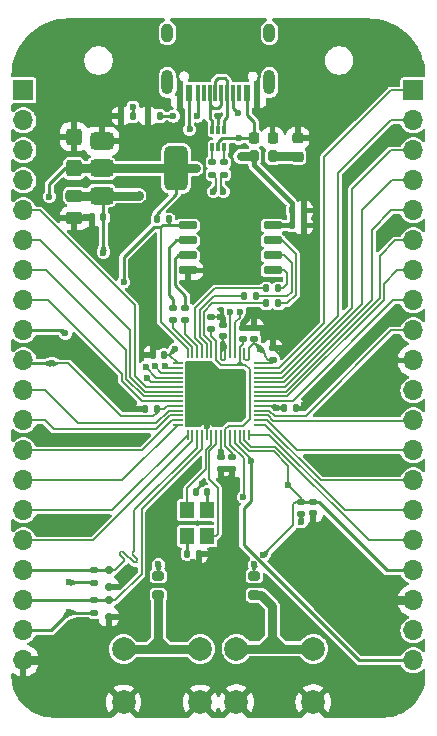
<source format=gbr>
%TF.GenerationSoftware,KiCad,Pcbnew,8.0.4*%
%TF.CreationDate,2024-11-26T16:04:15+06:30*%
%TF.ProjectId,RP2040_DevBoard,52503230-3430-45f4-9465-76426f617264,1.0*%
%TF.SameCoordinates,PX791ddc0PY791ddc0*%
%TF.FileFunction,Copper,L1,Top*%
%TF.FilePolarity,Positive*%
%FSLAX46Y46*%
G04 Gerber Fmt 4.6, Leading zero omitted, Abs format (unit mm)*
G04 Created by KiCad (PCBNEW 8.0.4) date 2024-11-26 16:04:15*
%MOMM*%
%LPD*%
G01*
G04 APERTURE LIST*
G04 Aperture macros list*
%AMRoundRect*
0 Rectangle with rounded corners*
0 $1 Rounding radius*
0 $2 $3 $4 $5 $6 $7 $8 $9 X,Y pos of 4 corners*
0 Add a 4 corners polygon primitive as box body*
4,1,4,$2,$3,$4,$5,$6,$7,$8,$9,$2,$3,0*
0 Add four circle primitives for the rounded corners*
1,1,$1+$1,$2,$3*
1,1,$1+$1,$4,$5*
1,1,$1+$1,$6,$7*
1,1,$1+$1,$8,$9*
0 Add four rect primitives between the rounded corners*
20,1,$1+$1,$2,$3,$4,$5,0*
20,1,$1+$1,$4,$5,$6,$7,0*
20,1,$1+$1,$6,$7,$8,$9,0*
20,1,$1+$1,$8,$9,$2,$3,0*%
G04 Aperture macros list end*
%TA.AperFunction,SMDPad,CuDef*%
%ADD10RoundRect,0.140000X-0.140000X-0.170000X0.140000X-0.170000X0.140000X0.170000X-0.140000X0.170000X0*%
%TD*%
%TA.AperFunction,ComponentPad*%
%ADD11R,1.700000X1.700000*%
%TD*%
%TA.AperFunction,ComponentPad*%
%ADD12O,1.700000X1.700000*%
%TD*%
%TA.AperFunction,SMDPad,CuDef*%
%ADD13RoundRect,0.135000X0.135000X0.185000X-0.135000X0.185000X-0.135000X-0.185000X0.135000X-0.185000X0*%
%TD*%
%TA.AperFunction,SMDPad,CuDef*%
%ADD14RoundRect,0.225000X-0.225000X-0.250000X0.225000X-0.250000X0.225000X0.250000X-0.225000X0.250000X0*%
%TD*%
%TA.AperFunction,SMDPad,CuDef*%
%ADD15RoundRect,0.140000X-0.170000X0.140000X-0.170000X-0.140000X0.170000X-0.140000X0.170000X0.140000X0*%
%TD*%
%TA.AperFunction,ComponentPad*%
%ADD16C,2.000000*%
%TD*%
%TA.AperFunction,SMDPad,CuDef*%
%ADD17RoundRect,0.135000X0.185000X-0.135000X0.185000X0.135000X-0.185000X0.135000X-0.185000X-0.135000X0*%
%TD*%
%TA.AperFunction,SMDPad,CuDef*%
%ADD18RoundRect,0.135000X-0.185000X0.135000X-0.185000X-0.135000X0.185000X-0.135000X0.185000X0.135000X0*%
%TD*%
%TA.AperFunction,SMDPad,CuDef*%
%ADD19RoundRect,0.200000X-0.275000X0.200000X-0.275000X-0.200000X0.275000X-0.200000X0.275000X0.200000X0*%
%TD*%
%TA.AperFunction,SMDPad,CuDef*%
%ADD20RoundRect,0.150000X0.200000X-0.150000X0.200000X0.150000X-0.200000X0.150000X-0.200000X-0.150000X0*%
%TD*%
%TA.AperFunction,SMDPad,CuDef*%
%ADD21R,1.200000X1.400000*%
%TD*%
%TA.AperFunction,SMDPad,CuDef*%
%ADD22RoundRect,0.140000X0.140000X0.170000X-0.140000X0.170000X-0.140000X-0.170000X0.140000X-0.170000X0*%
%TD*%
%TA.AperFunction,SMDPad,CuDef*%
%ADD23RoundRect,0.200000X-0.200000X-0.275000X0.200000X-0.275000X0.200000X0.275000X-0.200000X0.275000X0*%
%TD*%
%TA.AperFunction,SMDPad,CuDef*%
%ADD24RoundRect,0.150000X-0.650000X-0.150000X0.650000X-0.150000X0.650000X0.150000X-0.650000X0.150000X0*%
%TD*%
%TA.AperFunction,SMDPad,CuDef*%
%ADD25RoundRect,0.218750X-0.256250X0.218750X-0.256250X-0.218750X0.256250X-0.218750X0.256250X0.218750X0*%
%TD*%
%TA.AperFunction,SMDPad,CuDef*%
%ADD26RoundRect,0.250000X-0.475000X0.250000X-0.475000X-0.250000X0.475000X-0.250000X0.475000X0.250000X0*%
%TD*%
%TA.AperFunction,SMDPad,CuDef*%
%ADD27RoundRect,0.135000X-0.135000X-0.185000X0.135000X-0.185000X0.135000X0.185000X-0.135000X0.185000X0*%
%TD*%
%TA.AperFunction,SMDPad,CuDef*%
%ADD28R,0.600000X1.450000*%
%TD*%
%TA.AperFunction,SMDPad,CuDef*%
%ADD29R,0.300000X1.450000*%
%TD*%
%TA.AperFunction,ComponentPad*%
%ADD30O,1.000000X2.100000*%
%TD*%
%TA.AperFunction,ComponentPad*%
%ADD31O,1.000000X1.600000*%
%TD*%
%TA.AperFunction,SMDPad,CuDef*%
%ADD32RoundRect,0.140000X0.170000X-0.140000X0.170000X0.140000X-0.170000X0.140000X-0.170000X-0.140000X0*%
%TD*%
%TA.AperFunction,SMDPad,CuDef*%
%ADD33RoundRect,0.375000X-0.625000X-0.375000X0.625000X-0.375000X0.625000X0.375000X-0.625000X0.375000X0*%
%TD*%
%TA.AperFunction,SMDPad,CuDef*%
%ADD34RoundRect,0.500000X-0.500000X-1.400000X0.500000X-1.400000X0.500000X1.400000X-0.500000X1.400000X0*%
%TD*%
%TA.AperFunction,SMDPad,CuDef*%
%ADD35RoundRect,0.250000X0.425000X-0.450000X0.425000X0.450000X-0.425000X0.450000X-0.425000X-0.450000X0*%
%TD*%
%TA.AperFunction,SMDPad,CuDef*%
%ADD36RoundRect,0.085000X-0.085000X0.265000X-0.085000X-0.265000X0.085000X-0.265000X0.085000X0.265000X0*%
%TD*%
%TA.AperFunction,SMDPad,CuDef*%
%ADD37RoundRect,0.050000X-0.350000X-0.050000X0.350000X-0.050000X0.350000X0.050000X-0.350000X0.050000X0*%
%TD*%
%TA.AperFunction,SMDPad,CuDef*%
%ADD38RoundRect,0.050000X-0.050000X-0.350000X0.050000X-0.350000X0.050000X0.350000X-0.050000X0.350000X0*%
%TD*%
%TA.AperFunction,HeatsinkPad*%
%ADD39R,4.000000X4.000000*%
%TD*%
%TA.AperFunction,ViaPad*%
%ADD40C,0.600000*%
%TD*%
%TA.AperFunction,ViaPad*%
%ADD41C,0.800000*%
%TD*%
%TA.AperFunction,Conductor*%
%ADD42C,0.160000*%
%TD*%
%TA.AperFunction,Conductor*%
%ADD43C,0.250000*%
%TD*%
%TA.AperFunction,Conductor*%
%ADD44C,0.254000*%
%TD*%
%TA.AperFunction,Conductor*%
%ADD45C,0.480000*%
%TD*%
%TA.AperFunction,Conductor*%
%ADD46C,0.762000*%
%TD*%
%TA.AperFunction,Conductor*%
%ADD47C,0.400000*%
%TD*%
%TA.AperFunction,Conductor*%
%ADD48C,0.200000*%
%TD*%
G04 APERTURE END LIST*
D10*
%TO.P,C13,1*%
%TO.N,GND*%
X11585000Y26365200D03*
%TO.P,C13,2*%
%TO.N,+3V3*%
X12545000Y26365200D03*
%TD*%
D11*
%TO.P,J4,1,Pin_1*%
%TO.N,GPIO29_ADC3*%
X34290000Y53340000D03*
D12*
%TO.P,J4,2,Pin_2*%
%TO.N,GPIO28_ADC2*%
X34290000Y50800000D03*
%TO.P,J4,3,Pin_3*%
%TO.N,GPIO27_ADC1*%
X34290000Y48260000D03*
%TO.P,J4,4,Pin_4*%
%TO.N,GPIO26_ADC0*%
X34290000Y45720000D03*
%TO.P,J4,5,Pin_5*%
%TO.N,GPIO25*%
X34290000Y43180000D03*
%TO.P,J4,6,Pin_6*%
%TO.N,GPIO24*%
X34290000Y40640000D03*
%TO.P,J4,7,Pin_7*%
%TO.N,GPIO23*%
X34290000Y38100000D03*
%TO.P,J4,8,Pin_8*%
%TO.N,GPIO22*%
X34290000Y35560000D03*
%TO.P,J4,9,Pin_9*%
%TO.N,GPIO21*%
X34290000Y33020000D03*
%TO.P,J4,10,Pin_10*%
%TO.N,GND*%
X34290000Y30480000D03*
%TO.P,J4,11,Pin_11*%
%TO.N,+3V3*%
X34290000Y27940000D03*
%TO.P,J4,12,Pin_12*%
%TO.N,GPIO20*%
X34290000Y25400000D03*
%TO.P,J4,13,Pin_13*%
%TO.N,GPIO19*%
X34290000Y22860000D03*
%TO.P,J4,14,Pin_14*%
%TO.N,GPIO18*%
X34290000Y20320000D03*
%TO.P,J4,15,Pin_15*%
%TO.N,GPIO17*%
X34290000Y17780000D03*
%TO.P,J4,16,Pin_16*%
%TO.N,GPIO16*%
X34290000Y15240000D03*
%TO.P,J4,17,Pin_17*%
%TO.N,~{RST}*%
X34290000Y12700000D03*
%TO.P,J4,18,Pin_18*%
%TO.N,GND*%
X34290000Y10160000D03*
%TO.P,J4,19,Pin_19*%
%TO.N,SWCLK*%
X34290000Y7620000D03*
%TO.P,J4,20,Pin_20*%
%TO.N,SWD*%
X34290000Y5080000D03*
%TD*%
D13*
%TO.P,R9,1*%
%TO.N,Net-(J1-CC1)*%
X10543000Y51181000D03*
%TO.P,R9,2*%
%TO.N,GND*%
X9523000Y51181000D03*
%TD*%
D14*
%TO.P,C14,1*%
%TO.N,+5V*%
X20815000Y49276000D03*
%TO.P,C14,2*%
%TO.N,GND*%
X22365000Y49276000D03*
%TD*%
D15*
%TO.P,C1,1*%
%TO.N,~{RST}*%
X25808400Y18491200D03*
%TO.P,C1,2*%
%TO.N,GND*%
X25808400Y17531200D03*
%TD*%
D16*
%TO.P,SW2,1,1*%
%TO.N,GND*%
X25805200Y1560000D03*
X19305200Y1560000D03*
%TO.P,SW2,2,2*%
%TO.N,Net-(R13-Pad2)*%
X25805200Y6060000D03*
X19305200Y6060000D03*
%TD*%
D13*
%TO.P,R8,1*%
%TO.N,QSPI_SCLK*%
X20957000Y35941000D03*
%TO.P,R8,2*%
%TO.N,Net-(U1-QSPI_SCLK)*%
X19937000Y35941000D03*
%TD*%
D17*
%TO.P,R11,1*%
%TO.N,+3V3*%
X7239000Y9142000D03*
%TO.P,R11,2*%
%TO.N,SDA*%
X7239000Y10162000D03*
%TD*%
D18*
%TO.P,R5,1*%
%TO.N,QSPI_SD1*%
X13970000Y34927000D03*
%TO.P,R5,2*%
%TO.N,Net-(U1-QSPI_SD1)*%
X13970000Y33907000D03*
%TD*%
D17*
%TO.P,R1,1*%
%TO.N,+3V3*%
X24790400Y17471200D03*
%TO.P,R1,2*%
%TO.N,~{RST}*%
X24790400Y18491200D03*
%TD*%
D19*
%TO.P,R12,1*%
%TO.N,QSPI_SS*%
X12700000Y12255000D03*
%TO.P,R12,2*%
%TO.N,Net-(R12-Pad2)*%
X12700000Y10605000D03*
%TD*%
D20*
%TO.P,D2,1,K*%
%TO.N,SCL*%
X8509000Y12702000D03*
%TO.P,D2,2,A*%
%TO.N,GND*%
X8509000Y11302000D03*
%TD*%
D18*
%TO.P,R2,1*%
%TO.N,USB_D+*%
X17272000Y47246000D03*
%TO.P,R2,2*%
%TO.N,/N_USB_D+*%
X17272000Y46226000D03*
%TD*%
D21*
%TO.P,Y1,1,1*%
%TO.N,XOUT*%
X16852000Y15613200D03*
%TO.P,Y1,2,2*%
%TO.N,Net-(C2-Pad1)*%
X16852000Y17813200D03*
%TO.P,Y1,3,3*%
%TO.N,XIN*%
X15152000Y17813200D03*
%TO.P,Y1,4,4*%
%TO.N,Net-(C3-Pad1)*%
X15152000Y15613200D03*
%TD*%
D18*
%TO.P,R6,1*%
%TO.N,QSPI_SD2*%
X14986000Y34927000D03*
%TO.P,R6,2*%
%TO.N,Net-(U1-QSPI_SD2)*%
X14986000Y33907000D03*
%TD*%
D22*
%TO.P,C2,1*%
%TO.N,Net-(C2-Pad1)*%
X16852000Y19337200D03*
%TO.P,C2,2*%
%TO.N,GND*%
X15892000Y19337200D03*
%TD*%
D11*
%TO.P,J3,1,Pin_1*%
%TO.N,GPIO0*%
X1270000Y53340000D03*
D12*
%TO.P,J3,2,Pin_2*%
%TO.N,GPIO1*%
X1270000Y50800000D03*
%TO.P,J3,3,Pin_3*%
%TO.N,GPIO2*%
X1270000Y48260000D03*
%TO.P,J3,4,Pin_4*%
%TO.N,GPIO3*%
X1270000Y45720000D03*
%TO.P,J3,5,Pin_5*%
%TO.N,GPIO4*%
X1270000Y43180000D03*
%TO.P,J3,6,Pin_6*%
%TO.N,GPIO5*%
X1270000Y40640000D03*
%TO.P,J3,7,Pin_7*%
%TO.N,GPIO6*%
X1270000Y38100000D03*
%TO.P,J3,8,Pin_8*%
%TO.N,GPIO7*%
X1270000Y35560000D03*
%TO.P,J3,9,Pin_9*%
%TO.N,+5V*%
X1270000Y33020000D03*
%TO.P,J3,10,Pin_10*%
%TO.N,+3V3*%
X1270000Y30480000D03*
%TO.P,J3,11,Pin_11*%
%TO.N,GPIO8*%
X1270000Y27940000D03*
%TO.P,J3,12,Pin_12*%
%TO.N,GPIO9*%
X1270000Y25400000D03*
%TO.P,J3,13,Pin_13*%
%TO.N,GPIO10*%
X1270000Y22860000D03*
%TO.P,J3,14,Pin_14*%
%TO.N,GPIO11*%
X1270000Y20320000D03*
%TO.P,J3,15,Pin_15*%
%TO.N,GPIO12*%
X1270000Y17780000D03*
%TO.P,J3,16,Pin_16*%
%TO.N,GPIO13*%
X1270000Y15240000D03*
%TO.P,J3,17,Pin_17*%
%TO.N,SCL*%
X1270000Y12700000D03*
%TO.P,J3,18,Pin_18*%
%TO.N,SDA*%
X1270000Y10160000D03*
%TO.P,J3,19,Pin_19*%
%TO.N,+3V3*%
X1270000Y7620000D03*
%TO.P,J3,20,Pin_20*%
%TO.N,GND*%
X1270000Y5080000D03*
%TD*%
D13*
%TO.P,R4,1*%
%TO.N,QSPI_SD0*%
X22862000Y36576000D03*
%TO.P,R4,2*%
%TO.N,Net-(U1-QSPI_SD0)*%
X21842000Y36576000D03*
%TD*%
D22*
%TO.P,C11,1*%
%TO.N,GND*%
X24330600Y26416000D03*
%TO.P,C11,2*%
%TO.N,+3V3*%
X23370600Y26416000D03*
%TD*%
D19*
%TO.P,R13,1*%
%TO.N,~{RST}*%
X20828000Y12255000D03*
%TO.P,R13,2*%
%TO.N,Net-(R13-Pad2)*%
X20828000Y10605000D03*
%TD*%
D22*
%TO.P,C19,1*%
%TO.N,GND*%
X24991000Y41910000D03*
%TO.P,C19,2*%
%TO.N,+3V3*%
X24031000Y41910000D03*
%TD*%
D23*
%TO.P,R16,1*%
%TO.N,+3V3*%
X20765000Y47752000D03*
%TO.P,R16,2*%
%TO.N,Net-(D3-A)*%
X22415000Y47752000D03*
%TD*%
D24*
%TO.P,U4,1,~{CS}*%
%TO.N,QSPI_SS*%
X15196000Y41910000D03*
%TO.P,U4,2,DO(IO1)*%
%TO.N,QSPI_SD1*%
X15196000Y40640000D03*
%TO.P,U4,3,IO2*%
%TO.N,QSPI_SD2*%
X15196000Y39370000D03*
%TO.P,U4,4,GND*%
%TO.N,GND*%
X15196000Y38100000D03*
%TO.P,U4,5,DI(IO0)*%
%TO.N,QSPI_SD0*%
X22396000Y38100000D03*
%TO.P,U4,6,CLK*%
%TO.N,QSPI_SCLK*%
X22396000Y39370000D03*
%TO.P,U4,7,IO3*%
%TO.N,QSPI_SD3*%
X22396000Y40640000D03*
%TO.P,U4,8,VCC*%
%TO.N,+3V3*%
X22396000Y41910000D03*
%TD*%
D16*
%TO.P,SW1,1,1*%
%TO.N,GND*%
X16254800Y1545200D03*
X9754800Y1545200D03*
%TO.P,SW1,2,2*%
%TO.N,Net-(R12-Pad2)*%
X16254800Y6045200D03*
X9754800Y6045200D03*
%TD*%
D25*
%TO.P,D3,1,K*%
%TO.N,GND*%
X24511000Y49301500D03*
%TO.P,D3,2,A*%
%TO.N,Net-(D3-A)*%
X24511000Y47726500D03*
%TD*%
D26*
%TO.P,C16,1*%
%TO.N,+5V*%
X5588000Y44436000D03*
%TO.P,C16,2*%
%TO.N,GND*%
X5588000Y42536000D03*
%TD*%
D15*
%TO.P,C8,1*%
%TO.N,GND*%
X20830000Y33246000D03*
%TO.P,C8,2*%
%TO.N,+3V3*%
X20830000Y32286000D03*
%TD*%
D18*
%TO.P,R3,1*%
%TO.N,USB_D-*%
X18288000Y47246000D03*
%TO.P,R3,2*%
%TO.N,/N_USB_D-*%
X18288000Y46226000D03*
%TD*%
D15*
%TO.P,C5,1*%
%TO.N,GND*%
X19830000Y33246000D03*
%TO.P,C5,2*%
%TO.N,+1V1*%
X19830000Y32286000D03*
%TD*%
%TO.P,C7,1*%
%TO.N,GND*%
X18135600Y33500000D03*
%TO.P,C7,2*%
%TO.N,+3V3*%
X18135600Y32540000D03*
%TD*%
D27*
%TO.P,R15,1*%
%TO.N,+3V3*%
X12571000Y42418000D03*
%TO.P,R15,2*%
%TO.N,QSPI_SS*%
X13591000Y42418000D03*
%TD*%
D28*
%TO.P,J1,A1,GND*%
%TO.N,GND*%
X21030000Y53105000D03*
%TO.P,J1,A4,VBUS*%
%TO.N,+5V*%
X20230000Y53105000D03*
D29*
%TO.P,J1,A5,CC1*%
%TO.N,Net-(J1-CC1)*%
X19030000Y53105000D03*
%TO.P,J1,A6,D+*%
%TO.N,Net-(J1-D+-PadA6)*%
X18030000Y53105000D03*
%TO.P,J1,A7,D-*%
%TO.N,Net-(J1-D--PadA7)*%
X17530000Y53105000D03*
%TO.P,J1,A8,SBU1*%
%TO.N,unconnected-(J1-SBU1-PadA8)*%
X16530000Y53105000D03*
D28*
%TO.P,J1,A9,VBUS*%
%TO.N,+5V*%
X15330000Y53105000D03*
%TO.P,J1,A12,GND*%
%TO.N,GND*%
X14530000Y53105000D03*
%TO.P,J1,B1,GND*%
X14530000Y53105000D03*
%TO.P,J1,B4,VBUS*%
%TO.N,+5V*%
X15330000Y53105000D03*
D29*
%TO.P,J1,B5,CC2*%
%TO.N,Net-(J1-CC2)*%
X16030000Y53105000D03*
%TO.P,J1,B6,D+*%
%TO.N,Net-(J1-D+-PadA6)*%
X17030000Y53105000D03*
%TO.P,J1,B7,D-*%
%TO.N,Net-(J1-D--PadA7)*%
X18530000Y53105000D03*
%TO.P,J1,B8,SBU2*%
%TO.N,unconnected-(J1-SBU2-PadB8)*%
X19530000Y53105000D03*
D28*
%TO.P,J1,B9,VBUS*%
%TO.N,+5V*%
X20230000Y53105000D03*
%TO.P,J1,B12,GND*%
%TO.N,GND*%
X21030000Y53105000D03*
D30*
%TO.P,J1,S1,SHIELD*%
%TO.N,unconnected-(J1-SHIELD-PadS1)_2*%
X22100000Y54020000D03*
D31*
%TO.N,unconnected-(J1-SHIELD-PadS1)_1*%
X22100000Y58200000D03*
D30*
%TO.N,unconnected-(J1-SHIELD-PadS1)_3*%
X13460000Y54020000D03*
D31*
%TO.N,unconnected-(J1-SHIELD-PadS1)*%
X13460000Y58200000D03*
%TD*%
D10*
%TO.P,C12,1*%
%TO.N,GND*%
X12220000Y30937200D03*
%TO.P,C12,2*%
%TO.N,+3V3*%
X13180000Y30937200D03*
%TD*%
D32*
%TO.P,C4,1*%
%TO.N,GND*%
X18948400Y21313200D03*
%TO.P,C4,2*%
%TO.N,+1V1*%
X18948400Y22273200D03*
%TD*%
D17*
%TO.P,R14,1*%
%TO.N,+3V3*%
X7239000Y11682000D03*
%TO.P,R14,2*%
%TO.N,SCL*%
X7239000Y12702000D03*
%TD*%
D13*
%TO.P,R10,1*%
%TO.N,Net-(J1-CC2)*%
X12829000Y51181000D03*
%TO.P,R10,2*%
%TO.N,GND*%
X11809000Y51181000D03*
%TD*%
D20*
%TO.P,D1,1,K*%
%TO.N,SDA*%
X8509000Y10162000D03*
%TO.P,D1,2,A*%
%TO.N,GND*%
X8509000Y8762000D03*
%TD*%
D33*
%TO.P,U3,1,GND*%
%TO.N,GND*%
X7899000Y49036000D03*
%TO.P,U3,2,VO*%
%TO.N,+3V3*%
X7899000Y46736000D03*
D34*
X14199000Y46736000D03*
D33*
%TO.P,U3,3,VI*%
%TO.N,+5V*%
X7899000Y44436000D03*
%TD*%
D15*
%TO.P,C6,1*%
%TO.N,GND*%
X17145000Y34135000D03*
%TO.P,C6,2*%
%TO.N,+1V1*%
X17145000Y33175000D03*
%TD*%
D35*
%TO.P,C17,1*%
%TO.N,+3V3*%
X5537200Y46736000D03*
%TO.P,C17,2*%
%TO.N,GND*%
X5537200Y49436000D03*
%TD*%
D32*
%TO.P,C9,1*%
%TO.N,GND*%
X17983200Y21313200D03*
%TO.P,C9,2*%
%TO.N,+3V3*%
X17983200Y22273200D03*
%TD*%
D10*
%TO.P,C3,1*%
%TO.N,Net-(C3-Pad1)*%
X15152800Y14104800D03*
%TO.P,C3,2*%
%TO.N,GND*%
X16112800Y14104800D03*
%TD*%
D36*
%TO.P,U2,1,I/O1*%
%TO.N,Net-(J1-D--PadA7)*%
X18280000Y50026000D03*
%TO.P,U2,2,GND*%
%TO.N,GND*%
X17780000Y50026000D03*
%TO.P,U2,3,I/O2*%
%TO.N,Net-(J1-D+-PadA6)*%
X17280000Y50026000D03*
%TO.P,U2,4,I/O2*%
%TO.N,USB_D+*%
X17280000Y48526000D03*
%TO.P,U2,5,VBUS*%
%TO.N,+5V*%
X17780000Y48526000D03*
%TO.P,U2,6,I/O1*%
%TO.N,USB_D-*%
X18280000Y48526000D03*
%TD*%
D15*
%TO.P,C10,1*%
%TO.N,GND*%
X22402800Y31518800D03*
%TO.P,C10,2*%
%TO.N,+3V3*%
X22402800Y30558800D03*
%TD*%
D37*
%TO.P,U1,1,IOVDD*%
%TO.N,+3V3*%
X14330000Y30235200D03*
%TO.P,U1,2,GPIO0*%
%TO.N,GPIO0*%
X14330000Y29835200D03*
%TO.P,U1,3,GPIO1*%
%TO.N,GPIO1*%
X14330000Y29435200D03*
%TO.P,U1,4,GPIO2*%
%TO.N,GPIO2*%
X14330000Y29035200D03*
%TO.P,U1,5,GPIO3*%
%TO.N,GPIO3*%
X14330000Y28635200D03*
%TO.P,U1,6,GPIO4*%
%TO.N,GPIO4*%
X14330000Y28235200D03*
%TO.P,U1,7,GPIO5*%
%TO.N,GPIO5*%
X14330000Y27835200D03*
%TO.P,U1,8,GPIO6*%
%TO.N,GPIO6*%
X14330000Y27435200D03*
%TO.P,U1,9,GPIO7*%
%TO.N,GPIO7*%
X14330000Y27035200D03*
%TO.P,U1,10,IOVDD*%
%TO.N,+3V3*%
X14330000Y26635200D03*
%TO.P,U1,11,GPIO8*%
%TO.N,GPIO8*%
X14330000Y26235200D03*
%TO.P,U1,12,GPIO9*%
%TO.N,GPIO9*%
X14330000Y25835200D03*
%TO.P,U1,13,GPIO10*%
%TO.N,GPIO10*%
X14330000Y25435200D03*
%TO.P,U1,14,GPIO11*%
%TO.N,GPIO11*%
X14330000Y25035200D03*
D38*
%TO.P,U1,15,GPIO12*%
%TO.N,GPIO12*%
X15180000Y24185200D03*
%TO.P,U1,16,GPIO13*%
%TO.N,GPIO13*%
X15580000Y24185200D03*
%TO.P,U1,17,GPIO14*%
%TO.N,SCL*%
X15980000Y24185200D03*
%TO.P,U1,18,GPIO15*%
%TO.N,SDA*%
X16380000Y24185200D03*
%TO.P,U1,19,TESTEN*%
%TO.N,GND*%
X16780000Y24185200D03*
%TO.P,U1,20,XIN*%
%TO.N,XIN*%
X17180000Y24185200D03*
%TO.P,U1,21,XOUT*%
%TO.N,XOUT*%
X17580000Y24185200D03*
%TO.P,U1,22,IOVDD*%
%TO.N,+3V3*%
X17980000Y24185200D03*
%TO.P,U1,23,DVDD*%
%TO.N,+1V1*%
X18380000Y24185200D03*
%TO.P,U1,24,SWCLK*%
%TO.N,SWCLK*%
X18780000Y24185200D03*
%TO.P,U1,25,SWD*%
%TO.N,SWD*%
X19180000Y24185200D03*
%TO.P,U1,26,RUN*%
%TO.N,~{RST}*%
X19580000Y24185200D03*
%TO.P,U1,27,GPIO16*%
%TO.N,GPIO16*%
X19980000Y24185200D03*
%TO.P,U1,28,GPIO17*%
%TO.N,GPIO17*%
X20380000Y24185200D03*
D37*
%TO.P,U1,29,GPIO18*%
%TO.N,GPIO18*%
X21230000Y25035200D03*
%TO.P,U1,30,GPIO19*%
%TO.N,GPIO19*%
X21230000Y25435200D03*
%TO.P,U1,31,GPIO20*%
%TO.N,GPIO20*%
X21230000Y25835200D03*
%TO.P,U1,32,GPIO21*%
%TO.N,GPIO21*%
X21230000Y26235200D03*
%TO.P,U1,33,IOVDD*%
%TO.N,+3V3*%
X21230000Y26635200D03*
%TO.P,U1,34,GPIO22*%
%TO.N,GPIO22*%
X21230000Y27035200D03*
%TO.P,U1,35,GPIO23*%
%TO.N,GPIO23*%
X21230000Y27435200D03*
%TO.P,U1,36,GPIO24*%
%TO.N,GPIO24*%
X21230000Y27835200D03*
%TO.P,U1,37,GPIO25*%
%TO.N,GPIO25*%
X21230000Y28235200D03*
%TO.P,U1,38,GPIO26_ADC0*%
%TO.N,GPIO26_ADC0*%
X21230000Y28635200D03*
%TO.P,U1,39,GPIO27_ADC1*%
%TO.N,GPIO27_ADC1*%
X21230000Y29035200D03*
%TO.P,U1,40,GPIO28_ADC2*%
%TO.N,GPIO28_ADC2*%
X21230000Y29435200D03*
%TO.P,U1,41,GPIO29_ADC3*%
%TO.N,GPIO29_ADC3*%
X21230000Y29835200D03*
%TO.P,U1,42,IOVDD*%
%TO.N,+3V3*%
X21230000Y30235200D03*
D38*
%TO.P,U1,43,ADC_AVDD*%
X20380000Y31085200D03*
%TO.P,U1,44,VREG_IN*%
X19980000Y31085200D03*
%TO.P,U1,45,VREG_VOUT*%
%TO.N,+1V1*%
X19580000Y31085200D03*
%TO.P,U1,46,USB_DM*%
%TO.N,/N_USB_D-*%
X19180000Y31085200D03*
%TO.P,U1,47,USB_DP*%
%TO.N,/N_USB_D+*%
X18780000Y31085200D03*
%TO.P,U1,48,USB_VDD*%
%TO.N,+3V3*%
X18380000Y31085200D03*
%TO.P,U1,49,IOVDD*%
X17980000Y31085200D03*
%TO.P,U1,50,DVDD*%
%TO.N,+1V1*%
X17580000Y31085200D03*
%TO.P,U1,51,QSPI_SD3*%
%TO.N,Net-(U1-QSPI_SD3)*%
X17180000Y31085200D03*
%TO.P,U1,52,QSPI_SCLK*%
%TO.N,Net-(U1-QSPI_SCLK)*%
X16780000Y31085200D03*
%TO.P,U1,53,QSPI_SD0*%
%TO.N,Net-(U1-QSPI_SD0)*%
X16380000Y31085200D03*
%TO.P,U1,54,QSPI_SD2*%
%TO.N,Net-(U1-QSPI_SD2)*%
X15980000Y31085200D03*
%TO.P,U1,55,QSPI_SD1*%
%TO.N,Net-(U1-QSPI_SD1)*%
X15580000Y31085200D03*
%TO.P,U1,56,QSPI_SS*%
%TO.N,QSPI_SS*%
X15180000Y31085200D03*
D39*
%TO.P,U1,57,GND*%
%TO.N,GND*%
X17780000Y27635200D03*
%TD*%
D13*
%TO.P,R7,1*%
%TO.N,QSPI_SD3*%
X22862000Y35306000D03*
%TO.P,R7,2*%
%TO.N,Net-(U1-QSPI_SD3)*%
X21842000Y35306000D03*
%TD*%
D10*
%TO.P,C18,1*%
%TO.N,+3V3*%
X24031000Y43180000D03*
%TO.P,C18,2*%
%TO.N,GND*%
X24991000Y43180000D03*
%TD*%
D22*
%TO.P,C15,1*%
%TO.N,+5V*%
X8049200Y42595800D03*
%TO.P,C15,2*%
%TO.N,GND*%
X7089200Y42595800D03*
%TD*%
D40*
%TO.N,GND*%
X32015477Y41368250D03*
X32015477Y48988250D03*
X32015477Y56608250D03*
X29475477Y3268250D03*
X29475477Y10888250D03*
X29475477Y21048250D03*
X26935477Y15968250D03*
X26935477Y26128250D03*
X24395477Y8348250D03*
X24395477Y54068250D03*
X21855477Y3268250D03*
X21855477Y43908250D03*
X19315477Y10888250D03*
X19315477Y56608250D03*
X16775477Y41368250D03*
X14235477Y3268250D03*
X14235477Y13428250D03*
X11695477Y8348250D03*
X11695477Y48988250D03*
X11695477Y56608250D03*
X6615477Y5808250D03*
X6615477Y41368250D03*
X6615477Y54068250D03*
X4075477Y15968250D03*
X4075477Y23588250D03*
X1535477Y3268250D03*
X1535477Y56608250D03*
X21530000Y32845200D03*
X23126258Y31022257D03*
X19558000Y29362400D03*
X25019000Y26746200D03*
X17780000Y27635200D03*
X2794000Y5080000D03*
X18465800Y20472400D03*
X21717000Y50927000D03*
X17957800Y34135000D03*
X17780000Y27635200D03*
X19558000Y27635200D03*
X17780000Y25857200D03*
X12668497Y31628693D03*
X16370627Y20048824D03*
X15625431Y13387334D03*
X17780000Y27635200D03*
X16002000Y25857200D03*
X9398000Y11303000D03*
X10998200Y26365200D03*
X20167600Y33959800D03*
X16002000Y29413200D03*
X16052800Y27635200D03*
X19558000Y25857200D03*
X17775502Y51172925D03*
D41*
X32816800Y10160000D03*
D40*
X17780000Y29413200D03*
X16794184Y24971423D03*
D41*
X32715200Y30480000D03*
D40*
%TO.N,+3V3*%
X19685000Y47752000D03*
X21336000Y31445200D03*
X17983200Y22758400D03*
X5130800Y9144000D03*
X18186400Y31750000D03*
X15875000Y46736000D03*
X14122400Y31445200D03*
X3683000Y30226000D03*
X24790400Y16814800D03*
X22681915Y26455201D03*
X3479800Y44348400D03*
X5130800Y11684000D03*
%TO.N,+5V*%
X11049000Y44450000D03*
X19507200Y49276000D03*
X15341600Y50038000D03*
X4826000Y32766000D03*
X8049200Y39598600D03*
%TO.N,Net-(J1-CC1)*%
X19431000Y51435000D03*
X10541000Y51943000D03*
%TO.N,Net-(J1-CC2)*%
X16002000Y51181000D03*
X13970000Y51181000D03*
%TO.N,SWCLK*%
X19900900Y18923000D03*
%TO.N,SWD*%
X20523200Y21996400D03*
%TO.N,~{RST}*%
X21590000Y13970000D03*
X23698200Y19913600D03*
X20828000Y13208000D03*
%TO.N,GPIO2*%
X11611125Y29922823D03*
%TO.N,GPIO3*%
X11695452Y29018252D03*
%TO.N,GPIO1*%
X12409658Y29971294D03*
%TO.N,GPIO0*%
X13258800Y30015200D03*
%TO.N,/N_USB_D+*%
X17355000Y44780200D03*
X18784246Y34583046D03*
%TO.N,/N_USB_D-*%
X19583379Y34620347D03*
X18205000Y44780200D03*
%TO.N,QSPI_SS*%
X12700000Y13208000D03*
X9753600Y37134800D03*
%TD*%
D42*
%TO.N,GND*%
X24688800Y26416000D02*
X24330600Y26416000D01*
X18948400Y21262400D02*
X18999200Y21313200D01*
D43*
X22365000Y50279000D02*
X22365000Y49276000D01*
D42*
X12668497Y31628693D02*
X12502493Y31628693D01*
X18135600Y33957200D02*
X17957800Y34135000D01*
X21129200Y33246000D02*
X21530000Y32845200D01*
X25019000Y26746200D02*
X24688800Y26416000D01*
D44*
X15892000Y19570197D02*
X16370627Y20048824D01*
D42*
X12502493Y31628693D02*
X12220000Y31346200D01*
X18465800Y20472400D02*
X17983200Y20955000D01*
D43*
X21030000Y53105000D02*
X21030000Y51614000D01*
D42*
X18948400Y20955000D02*
X18948400Y21313200D01*
D45*
X19830000Y33622200D02*
X19830000Y33246000D01*
D42*
X16794184Y24971423D02*
X16780000Y24957239D01*
X17957800Y34135000D02*
X17145000Y34135000D01*
D44*
X15892000Y19337200D02*
X15892000Y19570197D01*
D46*
X34290000Y10160000D02*
X32816800Y10160000D01*
D43*
X21717000Y50927000D02*
X22365000Y50279000D01*
D42*
X16780000Y24957239D02*
X16780000Y24185200D01*
X18465800Y20472400D02*
X18948400Y20955000D01*
X22899343Y31022257D02*
X22402800Y31518800D01*
X17780000Y51168427D02*
X17775502Y51172925D01*
X15818734Y13387334D02*
X16112800Y13681400D01*
X17983200Y20955000D02*
X17983200Y21313200D01*
D46*
X2794000Y5080000D02*
X1270000Y5080000D01*
D44*
X8509000Y11303000D02*
X8508000Y11302000D01*
D42*
X18133000Y34135000D02*
X18135600Y34137600D01*
X12220000Y31346200D02*
X12220000Y30937200D01*
D45*
X20167600Y33959800D02*
X19830000Y33622200D01*
D42*
X18135600Y33500000D02*
X18135600Y33957200D01*
X16112800Y13681400D02*
X16112800Y14028600D01*
X11585000Y26365200D02*
X10998200Y26365200D01*
D43*
X21030000Y51614000D02*
X21717000Y50927000D01*
D44*
X9398000Y11303000D02*
X8509000Y11303000D01*
D42*
X17983200Y21313200D02*
X18948400Y21313200D01*
X17957800Y34135000D02*
X18133000Y34135000D01*
X23126258Y31022257D02*
X22899343Y31022257D01*
X15625431Y13387334D02*
X15818734Y13387334D01*
X17780000Y50026000D02*
X17780000Y51168427D01*
D43*
%TO.N,Net-(C2-Pad1)*%
X16852000Y19337200D02*
X16852000Y17813200D01*
%TO.N,Net-(C3-Pad1)*%
X15152800Y14104800D02*
X15152800Y15612400D01*
X15152800Y15612400D02*
X15152000Y15613200D01*
D42*
%TO.N,+1V1*%
X19761200Y30124400D02*
X19761200Y30146400D01*
X19405600Y30124400D02*
X19405600Y30153200D01*
X19580000Y30146400D02*
X19558000Y30124400D01*
X18664800Y24942800D02*
X18380000Y24658000D01*
X19580000Y31085200D02*
X19580000Y30327600D01*
X17580000Y31085200D02*
X17580000Y30526483D01*
X19580000Y31594200D02*
X19830000Y31844200D01*
X17580000Y32131000D02*
X17580000Y31085200D01*
X18380000Y24658000D02*
X18380000Y24185200D01*
X19862800Y24942800D02*
X18664800Y24942800D01*
X17580000Y30526483D02*
X17982083Y30124400D01*
X20421600Y29768800D02*
X20421600Y25501600D01*
X19580000Y30327600D02*
X19580000Y30146400D01*
X20421600Y25501600D02*
X19862800Y24942800D01*
X18923000Y22682200D02*
X18923000Y22273200D01*
X19761200Y30146400D02*
X19580000Y30327600D01*
X17982083Y30124400D02*
X19405600Y30124400D01*
X17145000Y32566000D02*
X17580000Y32131000D01*
X19580000Y31085200D02*
X19580000Y31594200D01*
X19405600Y30153200D02*
X19580000Y30327600D01*
X19761200Y30124400D02*
X20066000Y30124400D01*
X19830000Y31844200D02*
X19830000Y32286000D01*
X19558000Y30124400D02*
X19761200Y30124400D01*
X18380000Y24185200D02*
X18380000Y23225200D01*
X17145000Y33175000D02*
X17145000Y32566000D01*
X19405600Y30124400D02*
X19558000Y30124400D01*
X18380000Y23225200D02*
X18923000Y22682200D01*
X20066000Y30124400D02*
X20421600Y29768800D01*
%TO.N,+3V3*%
X21230000Y30235200D02*
X22292000Y30235200D01*
X19980000Y30642200D02*
X20091400Y30530800D01*
D44*
X3683000Y30226000D02*
X1524000Y30226000D01*
D42*
X3683000Y30226000D02*
X5080000Y30226000D01*
X20380000Y31085200D02*
X20380000Y31505200D01*
X18380000Y31556400D02*
X18186400Y31750000D01*
X22348700Y26635200D02*
X22567900Y26416000D01*
X12262400Y25775200D02*
X12545000Y26057800D01*
X18186400Y32235200D02*
X18112800Y32308800D01*
X12545000Y26057800D02*
X12545000Y26365200D01*
X18288000Y30530800D02*
X18380000Y30622800D01*
X19980000Y31085200D02*
X19980000Y30642200D01*
X20830000Y32286000D02*
X20830000Y31951200D01*
D46*
X7899000Y46736000D02*
X5537200Y46736000D01*
D47*
X24031000Y43180000D02*
X24031000Y43787000D01*
D42*
X20380000Y30641600D02*
X20380000Y31085200D01*
X18380000Y31085200D02*
X18380000Y31556400D01*
D47*
X20765000Y47053000D02*
X20765000Y47752000D01*
D42*
X18084800Y30530800D02*
X18288000Y30530800D01*
X22019200Y30558800D02*
X21742400Y30835600D01*
D44*
X7237000Y11684000D02*
X7239000Y11682000D01*
D42*
X13182600Y26365200D02*
X13452600Y26635200D01*
D44*
X12571000Y42418000D02*
X12571000Y42924000D01*
X5336000Y9142000D02*
X7239000Y9142000D01*
D42*
X17983200Y22273200D02*
X17983200Y22758400D01*
D46*
X7899000Y46736000D02*
X14199000Y46736000D01*
D42*
X14122400Y31431600D02*
X13628000Y30937200D01*
D47*
X22396000Y41910000D02*
X24031000Y41910000D01*
D42*
X22402800Y30327600D02*
X22402800Y30558800D01*
X9530800Y25775200D02*
X12262400Y25775200D01*
D44*
X5130800Y11684000D02*
X7237000Y11684000D01*
X5130800Y9144000D02*
X5334000Y9144000D01*
X12571000Y42924000D02*
X14199000Y44552000D01*
X3606800Y7620000D02*
X5130800Y9144000D01*
D42*
X22292000Y30235200D02*
X22301200Y30226000D01*
D46*
X19685000Y47752000D02*
X20765000Y47752000D01*
D44*
X1270000Y7620000D02*
X3606800Y7620000D01*
D42*
X5080000Y30226000D02*
X9530800Y25775200D01*
X17983200Y22758400D02*
X17983200Y24182000D01*
X14122400Y31445200D02*
X14122400Y31431600D01*
X17980000Y31543600D02*
X18186400Y31750000D01*
D44*
X14199000Y44552000D02*
X14199000Y46736000D01*
D47*
X24031000Y41910000D02*
X24031000Y43180000D01*
D42*
X17980000Y30635600D02*
X18084800Y30530800D01*
X13452600Y26635200D02*
X14330000Y26635200D01*
X18380000Y30622800D02*
X18380000Y31085200D01*
X20830000Y31951200D02*
X21336000Y31445200D01*
X21742400Y30835600D02*
X21742400Y31038800D01*
X20091400Y30530800D02*
X20269200Y30530800D01*
X20269200Y30530800D02*
X20380000Y30641600D01*
D44*
X4775200Y46736000D02*
X5537200Y46736000D01*
X5334000Y9144000D02*
X5336000Y9142000D01*
X3479800Y44348400D02*
X3479800Y45440600D01*
D42*
X17983200Y24182000D02*
X17980000Y24185200D01*
X22567900Y26416000D02*
X23370600Y26416000D01*
D46*
X14199000Y46736000D02*
X15875000Y46736000D01*
D42*
X21742400Y31038800D02*
X21336000Y31445200D01*
X21230000Y26635200D02*
X22348700Y26635200D01*
X18186400Y31750000D02*
X18186400Y32235200D01*
D47*
X24031000Y43787000D02*
X20765000Y47053000D01*
D42*
X22402800Y30558800D02*
X22019200Y30558800D01*
X17980000Y31085200D02*
X17980000Y31543600D01*
X22301200Y30226000D02*
X22402800Y30327600D01*
X13628000Y30937200D02*
X14330000Y30235200D01*
X13180000Y30937200D02*
X13628000Y30937200D01*
D44*
X24790400Y17471200D02*
X24790400Y16814800D01*
X1524000Y30226000D02*
X1270000Y30480000D01*
D42*
X20380000Y31505200D02*
X20830000Y31955200D01*
D44*
X3479800Y45440600D02*
X4775200Y46736000D01*
D42*
X13182600Y26365200D02*
X12545000Y26365200D01*
X17980000Y31085200D02*
X17980000Y30635600D01*
X20830000Y31955200D02*
X20830000Y32286000D01*
D44*
%TO.N,+5V*%
X15341600Y50038000D02*
X15330000Y50049600D01*
X4826000Y32766000D02*
X4572000Y33020000D01*
X8049200Y39598600D02*
X8049200Y42595800D01*
D43*
X18097818Y49276000D02*
X19507200Y49276000D01*
X20230000Y53105000D02*
X20230000Y51271000D01*
X19507200Y49276000D02*
X20815000Y49276000D01*
X20230000Y51271000D02*
X20815000Y50686000D01*
X17780000Y48958182D02*
X18097818Y49276000D01*
D46*
X11035000Y44436000D02*
X7899000Y44436000D01*
D43*
X8049200Y44285800D02*
X7899000Y44436000D01*
D46*
X7885000Y44450000D02*
X7899000Y44436000D01*
X11049000Y44450000D02*
X11035000Y44436000D01*
D43*
X20815000Y50686000D02*
X20815000Y49276000D01*
D46*
X7899000Y44436000D02*
X5588000Y44436000D01*
D43*
X8049200Y42595800D02*
X8049200Y44285800D01*
X17780000Y48526000D02*
X17780000Y48958182D01*
D44*
X15330000Y50049600D02*
X15330000Y53105000D01*
X4572000Y33020000D02*
X1270000Y33020000D01*
%TO.N,Net-(J1-D--PadA7)*%
X18530000Y54164800D02*
X18530000Y53105000D01*
X17729200Y54356000D02*
X18338800Y54356000D01*
D43*
X18280000Y50804000D02*
X18530000Y51054000D01*
D44*
X17530000Y54156800D02*
X17729200Y54356000D01*
X17530000Y53105000D02*
X17530000Y54156800D01*
D43*
X18280000Y50026000D02*
X18280000Y50804000D01*
X18530000Y51054000D02*
X18530000Y53105000D01*
D44*
X18338800Y54356000D02*
X18530000Y54164800D01*
D43*
%TO.N,Net-(J1-CC1)*%
X19431000Y51435000D02*
X19030000Y51836000D01*
X19030000Y51836000D02*
X19030000Y53105000D01*
X10541000Y51943000D02*
X10541000Y51183000D01*
X10541000Y51183000D02*
X10543000Y51181000D01*
D44*
%TO.N,Net-(J1-D+-PadA6)*%
X17770000Y51816000D02*
X17290000Y51816000D01*
X18030000Y53105000D02*
X18030000Y52076000D01*
X17030000Y52076000D02*
X17030000Y53105000D01*
D43*
X17280000Y50792000D02*
X17030000Y51042000D01*
D44*
X18030000Y52076000D02*
X17770000Y51816000D01*
D43*
X17280000Y50026000D02*
X17280000Y50792000D01*
X17030000Y51042000D02*
X17030000Y53105000D01*
D44*
X17290000Y51816000D02*
X17030000Y52076000D01*
%TO.N,Net-(J1-CC2)*%
X16002000Y51181000D02*
X16030000Y51209000D01*
X16030000Y51209000D02*
X16030000Y53105000D01*
X12829000Y51181000D02*
X13970000Y51181000D01*
D42*
%TO.N,SWCLK*%
X19913600Y22215850D02*
X18780000Y23349450D01*
X18780000Y24185200D02*
X18800000Y24185200D01*
X19900900Y18923000D02*
X19913600Y18935700D01*
X19913600Y18935700D02*
X19913600Y22215850D01*
X18780000Y23349450D02*
X18780000Y24185200D01*
D44*
%TO.N,SWD*%
X19913600Y14884400D02*
X29718000Y5080000D01*
D42*
X20523200Y22115366D02*
X19180000Y23458566D01*
D44*
X20523200Y19099699D02*
X20523200Y18592800D01*
X20527900Y19623823D02*
X20527900Y19104399D01*
X20527900Y19104399D02*
X20523200Y19099699D01*
X20523200Y19628523D02*
X20527900Y19623823D01*
D42*
X19180000Y23458566D02*
X19180000Y24185200D01*
D44*
X20523200Y18592800D02*
X19913600Y17983200D01*
X20523200Y21996400D02*
X20523200Y19628523D01*
X29718000Y5080000D02*
X34290000Y5080000D01*
X19913600Y17983200D02*
X19913600Y14884400D01*
D42*
X20523200Y21996400D02*
X20523200Y22115366D01*
%TO.N,~{RST}*%
X23698200Y19913600D02*
X24790400Y18821400D01*
D44*
X32054800Y12700000D02*
X26263600Y18491200D01*
D42*
X20828000Y13208000D02*
X20828000Y12255000D01*
D44*
X26263600Y18491200D02*
X25808400Y18491200D01*
D42*
X23698200Y19913600D02*
X23698200Y21563975D01*
X24130000Y18288000D02*
X24333200Y18491200D01*
X21590000Y13970000D02*
X24130000Y16510000D01*
X19580000Y23567682D02*
X19580000Y24185200D01*
X22452975Y22809200D02*
X20338482Y22809200D01*
X20338482Y22809200D02*
X19580000Y23567682D01*
X24130000Y16510000D02*
X24130000Y18288000D01*
D44*
X34290000Y12700000D02*
X32054800Y12700000D01*
D42*
X23698200Y21563975D02*
X22452975Y22809200D01*
D44*
X25808400Y18491200D02*
X24790400Y18491200D01*
D42*
X24333200Y18491200D02*
X24790400Y18491200D01*
X24790400Y18821400D02*
X24790400Y18491200D01*
%TO.N,GPIO4*%
X11658260Y28235200D02*
X10693400Y29200060D01*
X10693400Y35153600D02*
X2667000Y43180000D01*
X2667000Y43180000D02*
X1270000Y43180000D01*
X14330000Y28235200D02*
X11658260Y28235200D01*
X10693400Y29200060D02*
X10693400Y35153600D01*
%TO.N,GPIO2*%
X12498748Y29035200D02*
X14330000Y29035200D01*
X11611125Y29922823D02*
X12498748Y29035200D01*
%TO.N,GPIO6*%
X3200400Y38100000D02*
X1270000Y38100000D01*
X9973400Y31327000D02*
X3200400Y38100000D01*
X9973400Y28901826D02*
X9973400Y31327000D01*
X14330000Y27435200D02*
X11440026Y27435200D01*
X11440026Y27435200D02*
X9973400Y28901826D01*
%TO.N,GPIO5*%
X11549143Y27835200D02*
X10333400Y29050943D01*
X10333400Y29050943D02*
X10333400Y33024400D01*
X14330000Y27835200D02*
X11549143Y27835200D01*
X10333400Y33024400D02*
X2717800Y40640000D01*
X2717800Y40640000D02*
X1270000Y40640000D01*
%TO.N,GPIO3*%
X12078504Y28635200D02*
X14330000Y28635200D01*
X11695452Y29018252D02*
X12078504Y28635200D01*
%TO.N,GPIO1*%
X12945752Y29435200D02*
X12409658Y29971294D01*
X14330000Y29435200D02*
X12945752Y29435200D01*
%TO.N,GPIO0*%
X13438800Y29835200D02*
X14330000Y29835200D01*
X13258800Y30015200D02*
X13438800Y29835200D01*
%TO.N,GPIO7*%
X9613400Y29324800D02*
X3378200Y35560000D01*
X11330909Y27035200D02*
X9613400Y28752709D01*
X14330000Y27035200D02*
X11330909Y27035200D01*
X9613400Y28752709D02*
X9613400Y29324800D01*
X3378200Y35560000D02*
X1270000Y35560000D01*
%TO.N,GPIO29_ADC3*%
X26720800Y47675800D02*
X32385000Y53340000D01*
X32385000Y53340000D02*
X34290000Y53340000D01*
X26720800Y33629600D02*
X26720800Y47675800D01*
X22926400Y29835200D02*
X26720800Y33629600D01*
X21230000Y29835200D02*
X22926400Y29835200D01*
%TO.N,GPIO28_ADC2*%
X27914600Y34270180D02*
X27914600Y46329600D01*
X27914600Y46329600D02*
X32385000Y50800000D01*
X32385000Y50800000D02*
X34290000Y50800000D01*
X23079620Y29435200D02*
X27914600Y34270180D01*
X21230000Y29435200D02*
X23079620Y29435200D01*
%TO.N,GPIO27_ADC1*%
X29108400Y34954864D02*
X29108400Y45008800D01*
X21230000Y29035200D02*
X23188736Y29035200D01*
X23188736Y29035200D02*
X29108400Y34954864D01*
X32359600Y48260000D02*
X34290000Y48260000D01*
X29108400Y45008800D02*
X32359600Y48260000D01*
%TO.N,GPIO26_ADC0*%
X32461200Y45720000D02*
X34290000Y45720000D01*
X23297852Y28635200D02*
X29946600Y35283948D01*
X29946600Y35283948D02*
X29946600Y43205400D01*
X21230000Y28635200D02*
X23297852Y28635200D01*
X29946600Y43205400D02*
X32461200Y45720000D01*
%TO.N,GPIO19*%
X24438640Y22860000D02*
X34290000Y22860000D01*
X21230000Y25435200D02*
X21863440Y25435200D01*
X21863440Y25435200D02*
X24438640Y22860000D01*
%TO.N,GPIO17*%
X28500408Y17780000D02*
X34290000Y17780000D01*
X20380000Y24185200D02*
X22095208Y24185200D01*
X22095208Y24185200D02*
X28500408Y17780000D01*
%TO.N,GPIO20*%
X22433156Y25374600D02*
X34264600Y25374600D01*
X21972556Y25835200D02*
X22433156Y25374600D01*
X21230000Y25835200D02*
X21972556Y25835200D01*
X34264600Y25374600D02*
X34290000Y25400000D01*
%TO.N,GPIO13*%
X15580000Y24185200D02*
X15580000Y23626381D01*
X7193619Y15240000D02*
X1270000Y15240000D01*
X15580000Y23626381D02*
X7193619Y15240000D01*
%TO.N,GPIO16*%
X19980000Y23717122D02*
X20527922Y23169200D01*
X19980000Y24185200D02*
X19980000Y23717122D01*
X30531291Y15240000D02*
X34290000Y15240000D01*
X22602091Y23169200D02*
X30531291Y15240000D01*
X20527922Y23169200D02*
X22602091Y23169200D01*
%TO.N,GPIO18*%
X21230000Y25035200D02*
X21754324Y25035200D01*
X21754324Y25035200D02*
X26469524Y20320000D01*
X26469524Y20320000D02*
X34290000Y20320000D01*
%TO.N,GPIO12*%
X15180000Y24185200D02*
X8774800Y17780000D01*
X8774800Y17780000D02*
X1270000Y17780000D01*
%TO.N,GPIO11*%
X14330000Y25035200D02*
X9614800Y20320000D01*
X9614800Y20320000D02*
X1270000Y20320000D01*
%TO.N,GPIO10*%
X14330000Y25435200D02*
X13861922Y25435200D01*
X13861922Y25435200D02*
X11286722Y22860000D01*
X11286722Y22860000D02*
X1270000Y22860000D01*
%TO.N,GPIO9*%
X12473632Y24638000D02*
X3860800Y24638000D01*
X3098800Y25400000D02*
X1270000Y25400000D01*
X14330000Y25835200D02*
X13670832Y25835200D01*
X3860800Y24638000D02*
X3098800Y25400000D01*
X13670832Y25835200D02*
X12473632Y24638000D01*
%TO.N,GPIO8*%
X14330000Y26235200D02*
X13561716Y26235200D01*
X5892800Y25146000D02*
X3098800Y27940000D01*
X13561716Y26235200D02*
X12472516Y25146000D01*
X3098800Y27940000D02*
X1270000Y27940000D01*
X12472516Y25146000D02*
X5892800Y25146000D01*
%TO.N,GPIO21*%
X32435800Y33020000D02*
X34290000Y33020000D01*
X25196800Y25781000D02*
X32435800Y33020000D01*
X21230000Y26235200D02*
X22081672Y26235200D01*
X22081672Y26235200D02*
X22535872Y25781000D01*
X22535872Y25781000D02*
X25196800Y25781000D01*
%TO.N,GPIO24*%
X21230000Y27835200D02*
X23516084Y27835200D01*
X23516084Y27835200D02*
X31445200Y35764316D01*
X31445200Y35764316D02*
X31445200Y39319200D01*
X31445200Y39319200D02*
X32766000Y40640000D01*
X32766000Y40640000D02*
X34290000Y40640000D01*
%TO.N,GPIO22*%
X24063400Y27035200D02*
X32588200Y35560000D01*
X32588200Y35560000D02*
X34290000Y35560000D01*
X21230000Y27035200D02*
X24063400Y27035200D01*
%TO.N,GPIO23*%
X31805200Y35615199D02*
X31805200Y36986800D01*
X21230000Y27435200D02*
X23625201Y27435200D01*
X31805200Y36986800D02*
X32918400Y38100000D01*
X23625201Y27435200D02*
X31805200Y35615199D01*
X32918400Y38100000D02*
X34290000Y38100000D01*
D48*
%TO.N,USB_D+*%
X17280000Y47254000D02*
X17280000Y48526000D01*
X17272000Y47246000D02*
X17280000Y47254000D01*
%TO.N,/N_USB_D+*%
X17554999Y44980199D02*
X17355000Y44780200D01*
D42*
X18780000Y34578800D02*
X18780000Y31085200D01*
X18784246Y34583046D02*
X18780000Y34578800D01*
D48*
X17272000Y46226000D02*
X17554999Y45943001D01*
X17554999Y45943001D02*
X17554999Y44980199D01*
%TO.N,/N_USB_D-*%
X18288000Y46226000D02*
X18005001Y45943001D01*
D42*
X19583400Y34620326D02*
X19583400Y34110992D01*
D48*
X18005001Y44980199D02*
X18205000Y44780200D01*
D42*
X19583379Y34620347D02*
X19583400Y34620326D01*
X19583400Y34110992D02*
X19180000Y33707592D01*
X19180000Y33707592D02*
X19180000Y31085200D01*
D48*
X18005001Y45943001D02*
X18005001Y44980199D01*
%TO.N,USB_D-*%
X18288000Y47246000D02*
X18280000Y47254000D01*
X18280000Y47254000D02*
X18280000Y48526000D01*
D42*
%TO.N,Net-(U1-QSPI_SD0)*%
X15835000Y32348652D02*
X15835000Y34885000D01*
X16380000Y31803652D02*
X15835000Y32348652D01*
X15835000Y34885000D02*
X17526000Y36576000D01*
X16380000Y31085200D02*
X16380000Y31803652D01*
X17526000Y36576000D02*
X21842000Y36576000D01*
%TO.N,QSPI_SD0*%
X23622000Y37846000D02*
X23622000Y36957000D01*
X23241000Y36576000D02*
X22862000Y36576000D01*
X23622000Y36957000D02*
X23241000Y36576000D01*
X23368000Y38100000D02*
X23622000Y37846000D01*
X22396000Y38100000D02*
X23368000Y38100000D01*
%TO.N,Net-(U1-QSPI_SD1)*%
X15580000Y31585419D02*
X13970000Y33195419D01*
X13970000Y33195419D02*
X13970000Y33907000D01*
X15580000Y31085200D02*
X15580000Y31585419D01*
D44*
%TO.N,QSPI_SD1*%
X13615000Y36042000D02*
X13615000Y40031000D01*
X13615000Y40031000D02*
X14224000Y40640000D01*
X13970000Y35687000D02*
X13615000Y36042000D01*
X13970000Y34927000D02*
X13970000Y35687000D01*
X14224000Y40640000D02*
X15196000Y40640000D01*
D42*
%TO.N,Net-(U1-QSPI_SD2)*%
X15980000Y31694536D02*
X14986000Y32688536D01*
X14986000Y32688536D02*
X14986000Y33907000D01*
X15980000Y31085200D02*
X15980000Y31694536D01*
D44*
%TO.N,QSPI_SD2*%
X14986000Y34927000D02*
X14986000Y35941000D01*
X14069000Y39088000D02*
X14351000Y39370000D01*
X14986000Y35941000D02*
X14069000Y36858000D01*
X14351000Y39370000D02*
X15196000Y39370000D01*
X14069000Y36858000D02*
X14069000Y39088000D01*
D42*
%TO.N,Net-(U1-QSPI_SD3)*%
X21842000Y35306000D02*
X17274232Y35306000D01*
X17180000Y32021884D02*
X17180000Y31085200D01*
X16555000Y34586768D02*
X16555000Y32646884D01*
X16555000Y32646884D02*
X17180000Y32021884D01*
X17274232Y35306000D02*
X16555000Y34586768D01*
%TO.N,QSPI_SD3*%
X24342000Y36026000D02*
X23622000Y35306000D01*
X23622000Y35306000D02*
X22862000Y35306000D01*
X23195999Y40640000D02*
X24342000Y39493999D01*
X22396000Y40640000D02*
X23195999Y40640000D01*
X24342000Y39493999D02*
X24342000Y36026000D01*
%TO.N,Net-(U1-QSPI_SCLK)*%
X16780000Y31085200D02*
X16780000Y31912768D01*
X16780000Y31912768D02*
X16195000Y32497768D01*
X17400116Y35941000D02*
X19937000Y35941000D01*
X16195000Y34735884D02*
X17400116Y35941000D01*
X16195000Y32497768D02*
X16195000Y34735884D01*
%TO.N,QSPI_SCLK*%
X23368000Y39370000D02*
X22396000Y39370000D01*
X23622000Y35941000D02*
X23982000Y36301000D01*
X20957000Y35941000D02*
X23622000Y35941000D01*
X23982000Y38756000D02*
X23368000Y39370000D01*
X23982000Y36301000D02*
X23982000Y38756000D01*
D44*
%TO.N,QSPI_SS*%
X9753600Y39217600D02*
X9753600Y37134800D01*
X15196000Y41910000D02*
X13716000Y41910000D01*
X13716000Y41910000D02*
X13040108Y41910000D01*
X13591000Y42035000D02*
X13591000Y42418000D01*
X13716000Y41910000D02*
X13591000Y42035000D01*
X12901108Y41771000D02*
X12307000Y41771000D01*
X12700000Y13208000D02*
X12700000Y12255000D01*
D42*
X15180000Y31085200D02*
X15180000Y31476303D01*
X15180000Y31476303D02*
X12901108Y33755195D01*
X12901108Y33755195D02*
X12901108Y41771000D01*
D44*
X12307000Y41771000D02*
X9753600Y39217600D01*
X13040108Y41910000D02*
X12901108Y41771000D01*
D46*
%TO.N,Net-(R12-Pad2)*%
X14732000Y6045200D02*
X16254800Y6045200D01*
X11938000Y6045200D02*
X12700000Y6807200D01*
X12700000Y6248400D02*
X12700000Y6807200D01*
X11430000Y6045200D02*
X12903200Y6045200D01*
X13970000Y6045200D02*
X13462000Y6045200D01*
X9754800Y6045200D02*
X11430000Y6045200D01*
X12903200Y6045200D02*
X13970000Y6045200D01*
X13462000Y6045200D02*
X12700000Y6807200D01*
X12700000Y10605000D02*
X12700000Y6045200D01*
X11430000Y6045200D02*
X11938000Y6045200D01*
X13970000Y6045200D02*
X14732000Y6045200D01*
D42*
%TO.N,XOUT*%
X17732000Y15801600D02*
X17543600Y15613200D01*
X17580000Y24185200D02*
X17580000Y23388002D01*
X16852000Y15613200D02*
X16861800Y15603400D01*
X17732000Y19707600D02*
X17732000Y15801600D01*
X17024000Y22832002D02*
X17024000Y20415600D01*
X17024000Y20415600D02*
X17732000Y19707600D01*
X17543600Y15613200D02*
X16852000Y15613200D01*
X17580000Y23388002D02*
X17024000Y22832002D01*
%TO.N,XIN*%
X15152000Y17813200D02*
X15152000Y19647800D01*
X15152000Y19647800D02*
X16764000Y21259800D01*
X16764000Y22939698D02*
X17180000Y23355698D01*
X16764000Y21259800D02*
X16764000Y22939698D01*
X17180000Y23355698D02*
X17180000Y24185200D01*
D46*
%TO.N,Net-(D3-A)*%
X24485500Y47752000D02*
X24511000Y47726500D01*
X22415000Y47752000D02*
X24485500Y47752000D01*
%TO.N,Net-(R13-Pad2)*%
X20980400Y6060000D02*
X21590000Y6060000D01*
X21590000Y6223000D02*
X22352000Y6985000D01*
X22352000Y6060000D02*
X23241000Y6060000D01*
X22352000Y6949000D02*
X23241000Y6060000D01*
X20980400Y6060000D02*
X20995200Y6060000D01*
X22352000Y9652000D02*
X21399000Y10605000D01*
X21590000Y6060000D02*
X22352000Y6060000D01*
X22352000Y6060000D02*
X22352000Y6985000D01*
X22352000Y6985000D02*
X22352000Y9652000D01*
X21399000Y10605000D02*
X20828000Y10605000D01*
X21590000Y6060000D02*
X21590000Y6223000D01*
X19305200Y6060000D02*
X20980400Y6060000D01*
X23241000Y6060000D02*
X25805200Y6060000D01*
D44*
X19304000Y6061200D02*
X19305200Y6060000D01*
D46*
X22352000Y6985000D02*
X22352000Y6949000D01*
D42*
%TO.N,SDA*%
X16380000Y22984000D02*
X16380000Y24185200D01*
D44*
X6553200Y10162000D02*
X6551200Y10160000D01*
D42*
X8509000Y10162000D02*
X9044400Y10162000D01*
X9044400Y10162000D02*
X11277600Y12395200D01*
D44*
X8509000Y10162000D02*
X6553200Y10162000D01*
D42*
X11277600Y17881600D02*
X16380000Y22984000D01*
D44*
X6551200Y10160000D02*
X1270000Y10160000D01*
D42*
X11277600Y12395200D02*
X11277600Y17881600D01*
%TO.N,SCL*%
X9720696Y13417897D02*
X9708400Y13405600D01*
X10150619Y13847816D02*
X10150617Y13847817D01*
X10526799Y14009038D02*
X10863382Y13672455D01*
X10150617Y13847817D02*
X10043136Y13955298D01*
X15980000Y24185200D02*
X15980000Y23473000D01*
X10043136Y13955298D02*
X9706553Y14291881D01*
X9004800Y12702000D02*
X8509000Y12702000D01*
X9774434Y13471638D02*
X9720696Y13417897D01*
D44*
X1272000Y12702000D02*
X1270000Y12700000D01*
D42*
X10594682Y13403753D02*
X10258100Y13740335D01*
X15976600Y23469600D02*
X15976600Y23088600D01*
X10668000Y14365200D02*
X10526800Y14224000D01*
X10863383Y13457495D02*
X10809642Y13403753D01*
X9437852Y14023181D02*
X9774434Y13686599D01*
X15976600Y23088600D02*
X10668000Y17780000D01*
X15980000Y23473000D02*
X15976600Y23469600D01*
D44*
X8509000Y12702000D02*
X1272000Y12702000D01*
D42*
X10258100Y13740335D02*
X10150619Y13847816D01*
X9708400Y13405600D02*
X9004800Y12702000D01*
X10668000Y17780000D02*
X10668000Y14365200D01*
X9491593Y14291881D02*
X9437852Y14238141D01*
X10526800Y14224000D02*
G75*
G03*
X10526780Y14009020I107500J-107500D01*
G01*
X9437852Y14238141D02*
G75*
G03*
X9437891Y14023220I107448J-107441D01*
G01*
X9706553Y14291881D02*
G75*
G03*
X9491593Y14291881I-107480J-107479D01*
G01*
X10809642Y13403753D02*
G75*
G02*
X10594682Y13403753I-107480J107479D01*
G01*
X10863382Y13672455D02*
G75*
G02*
X10863358Y13457521I-107482J-107455D01*
G01*
X9774434Y13686599D02*
G75*
G02*
X9774453Y13471619I-107434J-107499D01*
G01*
%TO.N,GPIO25*%
X30784800Y35613032D02*
X30784800Y41529000D01*
X23406968Y28235200D02*
X30784800Y35613032D01*
X21230000Y28235200D02*
X23406968Y28235200D01*
X30784800Y41529000D02*
X32435800Y43180000D01*
X32435800Y43180000D02*
X34290000Y43180000D01*
%TD*%
%TA.AperFunction,Conductor*%
%TO.N,GND*%
G36*
X16352834Y22386922D02*
G01*
X16408767Y22345050D01*
X16433184Y22279586D01*
X16433500Y22270740D01*
X16433500Y21448060D01*
X16413815Y21381021D01*
X16397181Y21360379D01*
X14887535Y19850734D01*
X14887533Y19850731D01*
X14844023Y19775369D01*
X14844023Y19775368D01*
X14821500Y19691311D01*
X14821500Y18887700D01*
X14801815Y18820661D01*
X14749011Y18774906D01*
X14697500Y18763700D01*
X14527323Y18763700D01*
X14454264Y18749168D01*
X14454260Y18749167D01*
X14371399Y18693801D01*
X14316033Y18610940D01*
X14316032Y18610936D01*
X14301500Y18537879D01*
X14301500Y17088522D01*
X14316032Y17015465D01*
X14316033Y17015461D01*
X14327544Y16998234D01*
X14371399Y16932599D01*
X14447896Y16881486D01*
X14454260Y16877234D01*
X14454264Y16877233D01*
X14527321Y16862701D01*
X14527324Y16862700D01*
X14527326Y16862700D01*
X15776676Y16862700D01*
X15776677Y16862701D01*
X15849740Y16877234D01*
X15880846Y16898018D01*
X15933110Y16932939D01*
X15999787Y16953817D01*
X16067167Y16935332D01*
X16070890Y16932939D01*
X16154256Y16877236D01*
X16154258Y16877236D01*
X16154260Y16877234D01*
X16154262Y16877234D01*
X16154264Y16877233D01*
X16227321Y16862701D01*
X16227324Y16862700D01*
X16227326Y16862700D01*
X17277500Y16862700D01*
X17344539Y16843015D01*
X17390294Y16790211D01*
X17401500Y16738700D01*
X17401500Y16687700D01*
X17381815Y16620661D01*
X17329011Y16574906D01*
X17277500Y16563700D01*
X16227323Y16563700D01*
X16154264Y16549168D01*
X16154260Y16549167D01*
X16070890Y16493461D01*
X16004212Y16472584D01*
X15936832Y16491069D01*
X15933110Y16493461D01*
X15849739Y16549167D01*
X15849735Y16549168D01*
X15776677Y16563700D01*
X15776674Y16563700D01*
X14527326Y16563700D01*
X14527323Y16563700D01*
X14454264Y16549168D01*
X14454260Y16549167D01*
X14371399Y16493801D01*
X14316033Y16410940D01*
X14316032Y16410936D01*
X14301500Y16337879D01*
X14301500Y14888522D01*
X14316032Y14815465D01*
X14316033Y14815461D01*
X14316034Y14815460D01*
X14371399Y14732599D01*
X14454260Y14677234D01*
X14454264Y14677233D01*
X14527321Y14662701D01*
X14527324Y14662700D01*
X14527326Y14662700D01*
X14569827Y14662700D01*
X14636866Y14643015D01*
X14682621Y14590211D01*
X14692565Y14521053D01*
X14680312Y14482405D01*
X14636781Y14396973D01*
X14636781Y14396972D01*
X14622300Y14305536D01*
X14622300Y13904061D01*
X14636781Y13812630D01*
X14636781Y13812629D01*
X14636782Y13812626D01*
X14636783Y13812625D01*
X14674638Y13738330D01*
X14692942Y13702408D01*
X14692945Y13702404D01*
X14780403Y13614946D01*
X14780405Y13614945D01*
X14780409Y13614941D01*
X14890625Y13558783D01*
X14890626Y13558783D01*
X14890628Y13558782D01*
X14925747Y13553221D01*
X14982065Y13544300D01*
X15323534Y13544301D01*
X15323537Y13544301D01*
X15355343Y13549339D01*
X15377386Y13552830D01*
X15446679Y13543876D01*
X15484466Y13518038D01*
X15577420Y13425083D01*
X15577425Y13425079D01*
X15716604Y13342769D01*
X15862800Y13300296D01*
X15862800Y13300297D01*
X16362800Y13300297D01*
X16508995Y13342769D01*
X16648174Y13425079D01*
X16648183Y13425086D01*
X16762514Y13539417D01*
X16762521Y13539426D01*
X16844831Y13678605D01*
X16844833Y13678610D01*
X16889944Y13833882D01*
X16889945Y13833888D01*
X16891590Y13854800D01*
X16362800Y13854800D01*
X16362800Y13300297D01*
X15862800Y13300297D01*
X15862800Y14230800D01*
X15882485Y14297839D01*
X15935289Y14343594D01*
X15986800Y14354800D01*
X16891590Y14354800D01*
X16889945Y14375711D01*
X16852644Y14504106D01*
X16852844Y14573975D01*
X16890787Y14632645D01*
X16954426Y14661488D01*
X16971721Y14662700D01*
X17476676Y14662700D01*
X17476677Y14662701D01*
X17549740Y14677234D01*
X17632601Y14732599D01*
X17687966Y14815460D01*
X17702500Y14888526D01*
X17702500Y15253797D01*
X17722185Y15320836D01*
X17741712Y15342059D01*
X17740785Y15342986D01*
X17868624Y15470827D01*
X17996466Y15598668D01*
X18039977Y15674032D01*
X18062500Y15758089D01*
X18062500Y15845111D01*
X18062500Y19751111D01*
X18057468Y19769891D01*
X18039977Y19835169D01*
X17996466Y19910532D01*
X17572659Y20334339D01*
X17539174Y20395662D01*
X17544158Y20465354D01*
X17586030Y20521287D01*
X17651494Y20545704D01*
X17694935Y20541097D01*
X17712291Y20536055D01*
X17733200Y20534411D01*
X18233200Y20534411D01*
X18254110Y20536055D01*
X18409394Y20581169D01*
X18416550Y20584265D01*
X18485893Y20592826D01*
X18515050Y20584265D01*
X18522205Y20581169D01*
X18677489Y20536055D01*
X18698400Y20534411D01*
X18698400Y21063200D01*
X18233200Y21063200D01*
X18233200Y20534411D01*
X17733200Y20534411D01*
X17733200Y21439200D01*
X17752885Y21506239D01*
X17805689Y21551994D01*
X17857200Y21563200D01*
X19074400Y21563200D01*
X19141439Y21543515D01*
X19187194Y21490711D01*
X19198400Y21439200D01*
X19198400Y20534411D01*
X19219310Y20536055D01*
X19374593Y20581168D01*
X19395978Y20593815D01*
X19463702Y20610998D01*
X19529965Y20588839D01*
X19573728Y20534373D01*
X19583100Y20487083D01*
X19583100Y19434184D01*
X19563415Y19367145D01*
X19534587Y19335809D01*
X19508282Y19315625D01*
X19420037Y19200623D01*
X19364571Y19066713D01*
X19364570Y19066709D01*
X19349344Y18951055D01*
X19345650Y18923000D01*
X19359123Y18820661D01*
X19364570Y18779292D01*
X19364571Y18779288D01*
X19420037Y18645378D01*
X19420038Y18645376D01*
X19420039Y18645375D01*
X19508279Y18530379D01*
X19623275Y18442139D01*
X19623277Y18442139D01*
X19629723Y18437192D01*
X19628271Y18435300D01*
X19668097Y18393532D01*
X19681321Y18324925D01*
X19655353Y18260060D01*
X19645565Y18249032D01*
X19611528Y18214995D01*
X19611525Y18214990D01*
X19561825Y18128909D01*
X19557751Y18113701D01*
X19557751Y18113700D01*
X19536100Y18032899D01*
X19536100Y14934099D01*
X19536100Y14834701D01*
X19561826Y14738690D01*
X19611525Y14652610D01*
X19611527Y14652608D01*
X20464482Y13799653D01*
X20497967Y13738330D01*
X20492983Y13668638D01*
X20452291Y13613599D01*
X20435381Y13600623D01*
X20435380Y13600622D01*
X20435379Y13600621D01*
X20392163Y13544301D01*
X20347137Y13485623D01*
X20291671Y13351713D01*
X20291670Y13351709D01*
X20272750Y13208001D01*
X20272750Y13208000D01*
X20291670Y13064290D01*
X20308920Y13022643D01*
X20316134Y12998572D01*
X20318494Y12986279D01*
X20318496Y12986270D01*
X20327381Y12964407D01*
X20334383Y12894889D01*
X20302689Y12832621D01*
X20286139Y12817956D01*
X20230850Y12777151D01*
X20150207Y12667883D01*
X20150206Y12667881D01*
X20105353Y12539702D01*
X20105353Y12539700D01*
X20102500Y12509270D01*
X20102500Y12000731D01*
X20105353Y11970301D01*
X20105353Y11970299D01*
X20150206Y11842120D01*
X20150207Y11842118D01*
X20230850Y11732850D01*
X20340118Y11652207D01*
X20382845Y11637256D01*
X20468299Y11607354D01*
X20498730Y11604500D01*
X20498734Y11604500D01*
X21157270Y11604500D01*
X21187699Y11607354D01*
X21187701Y11607354D01*
X21251790Y11629781D01*
X21315882Y11652207D01*
X21425150Y11732850D01*
X21505793Y11842118D01*
X21536213Y11929053D01*
X21550646Y11970299D01*
X21550646Y11970301D01*
X21553500Y12000731D01*
X21553500Y12411273D01*
X21573185Y12478312D01*
X21625989Y12524067D01*
X21695147Y12534011D01*
X21758703Y12504986D01*
X21765180Y12498955D01*
X29486209Y4777925D01*
X29486210Y4777924D01*
X29486212Y4777923D01*
X29535905Y4749234D01*
X29535907Y4749232D01*
X29535908Y4749232D01*
X29572291Y4728226D01*
X29668301Y4702500D01*
X33171810Y4702500D01*
X33238849Y4682815D01*
X33282810Y4633771D01*
X33350325Y4498181D01*
X33473237Y4335419D01*
X33623958Y4198020D01*
X33623960Y4198018D01*
X33723141Y4136608D01*
X33797363Y4090652D01*
X33987544Y4016976D01*
X34188024Y3979500D01*
X34188026Y3979500D01*
X34391974Y3979500D01*
X34391976Y3979500D01*
X34592456Y4016976D01*
X34782637Y4090652D01*
X34956041Y4198019D01*
X35101962Y4331043D01*
X35164766Y4361660D01*
X35234153Y4353462D01*
X35288093Y4309053D01*
X35309461Y4242530D01*
X35309500Y4239406D01*
X35309500Y3813052D01*
X35309351Y3806967D01*
X35292658Y3467191D01*
X35291465Y3455081D01*
X35241998Y3121603D01*
X35239624Y3109669D01*
X35157707Y2782634D01*
X35154174Y2770989D01*
X35040604Y2453583D01*
X35035948Y2442340D01*
X34891801Y2137565D01*
X34886064Y2126833D01*
X34712750Y1837678D01*
X34705990Y1827560D01*
X34505156Y1556766D01*
X34497436Y1547360D01*
X34271038Y1297567D01*
X34262433Y1288962D01*
X34012640Y1062564D01*
X34003234Y1054844D01*
X33732440Y854010D01*
X33722322Y847250D01*
X33433167Y673936D01*
X33422435Y668199D01*
X33117660Y524052D01*
X33106417Y519396D01*
X32789011Y405826D01*
X32777366Y402293D01*
X32450331Y320376D01*
X32438397Y318002D01*
X32104919Y268535D01*
X32092809Y267342D01*
X31772559Y251609D01*
X31753031Y250649D01*
X31746949Y250500D01*
X26801862Y250500D01*
X26734823Y270185D01*
X26691729Y319918D01*
X25975434Y1036213D01*
X26017492Y1047482D01*
X26142908Y1119890D01*
X26245310Y1222292D01*
X26317718Y1347708D01*
X26328987Y1389765D01*
X27028634Y690118D01*
X27128931Y843631D01*
X27228787Y1071283D01*
X27289812Y1312262D01*
X27289814Y1312271D01*
X27310341Y1559995D01*
X27310341Y1560006D01*
X27289814Y1807730D01*
X27289812Y1807739D01*
X27228787Y2048718D01*
X27128931Y2276370D01*
X27028634Y2429884D01*
X26328987Y1730236D01*
X26317718Y1772292D01*
X26245310Y1897708D01*
X26142908Y2000110D01*
X26017492Y2072518D01*
X25975435Y2083788D01*
X26675257Y2783610D01*
X26675256Y2783611D01*
X26628429Y2820057D01*
X26409814Y2938365D01*
X26409803Y2938370D01*
X26174693Y3019084D01*
X25929493Y3060000D01*
X25680907Y3060000D01*
X25435706Y3019084D01*
X25200596Y2938370D01*
X25200590Y2938368D01*
X24981961Y2820051D01*
X24935142Y2783612D01*
X24935142Y2783610D01*
X25634965Y2083788D01*
X25592908Y2072518D01*
X25467492Y2000110D01*
X25365090Y1897708D01*
X25292682Y1772292D01*
X25281412Y1730236D01*
X24581764Y2429884D01*
X24481467Y2276368D01*
X24381612Y2048718D01*
X24320587Y1807739D01*
X24320585Y1807730D01*
X24300059Y1560006D01*
X24300059Y1559995D01*
X24320585Y1312271D01*
X24320587Y1312262D01*
X24381612Y1071283D01*
X24481466Y843636D01*
X24581764Y690118D01*
X25281412Y1389766D01*
X25292682Y1347708D01*
X25365090Y1222292D01*
X25467492Y1119890D01*
X25592908Y1047482D01*
X25634965Y1036213D01*
X24917982Y319231D01*
X24916804Y314049D01*
X24866934Y265112D01*
X24808537Y250500D01*
X20301862Y250500D01*
X20234823Y270185D01*
X20191729Y319918D01*
X19475434Y1036213D01*
X19517492Y1047482D01*
X19642908Y1119890D01*
X19745310Y1222292D01*
X19817718Y1347708D01*
X19828987Y1389765D01*
X20528634Y690118D01*
X20628931Y843631D01*
X20728787Y1071283D01*
X20789812Y1312262D01*
X20789814Y1312271D01*
X20810341Y1559995D01*
X20810341Y1560006D01*
X20789814Y1807730D01*
X20789812Y1807739D01*
X20728787Y2048718D01*
X20628931Y2276370D01*
X20528634Y2429884D01*
X19828987Y1730236D01*
X19817718Y1772292D01*
X19745310Y1897708D01*
X19642908Y2000110D01*
X19517492Y2072518D01*
X19475435Y2083788D01*
X20175257Y2783610D01*
X20175256Y2783611D01*
X20128429Y2820057D01*
X19909814Y2938365D01*
X19909803Y2938370D01*
X19674693Y3019084D01*
X19429493Y3060000D01*
X19180907Y3060000D01*
X18935706Y3019084D01*
X18700596Y2938370D01*
X18700590Y2938368D01*
X18481961Y2820051D01*
X18435142Y2783612D01*
X18435142Y2783610D01*
X19134965Y2083788D01*
X19092908Y2072518D01*
X18967492Y2000110D01*
X18865090Y1897708D01*
X18792682Y1772292D01*
X18781412Y1730236D01*
X18081764Y2429884D01*
X17981467Y2276368D01*
X17890310Y2068548D01*
X17845354Y2015062D01*
X17778618Y1994372D01*
X17711290Y2013047D01*
X17664747Y2065157D01*
X17663198Y2068548D01*
X17578531Y2261570D01*
X17478234Y2415084D01*
X16778587Y1715436D01*
X16767318Y1757492D01*
X16694910Y1882908D01*
X16592508Y1985310D01*
X16467092Y2057718D01*
X16425035Y2068988D01*
X17124857Y2768810D01*
X17124856Y2768811D01*
X17078029Y2805257D01*
X16859414Y2923565D01*
X16859403Y2923570D01*
X16624293Y3004284D01*
X16379093Y3045200D01*
X16130507Y3045200D01*
X15885306Y3004284D01*
X15650196Y2923570D01*
X15650190Y2923568D01*
X15431561Y2805251D01*
X15384742Y2768812D01*
X15384742Y2768810D01*
X16084565Y2068988D01*
X16042508Y2057718D01*
X15917092Y1985310D01*
X15814690Y1882908D01*
X15742282Y1757492D01*
X15731012Y1715436D01*
X15031364Y2415084D01*
X14931067Y2261568D01*
X14831212Y2033918D01*
X14770187Y1792939D01*
X14770185Y1792930D01*
X14749659Y1545206D01*
X14749659Y1545195D01*
X14770185Y1297471D01*
X14770187Y1297462D01*
X14831212Y1056483D01*
X14931066Y828836D01*
X15031364Y675318D01*
X15731012Y1374966D01*
X15742282Y1332908D01*
X15814690Y1207492D01*
X15917092Y1105090D01*
X16042508Y1032682D01*
X16084565Y1021413D01*
X15349971Y286819D01*
X15288648Y253334D01*
X15262290Y250500D01*
X10747309Y250500D01*
X10680270Y270185D01*
X10659628Y286819D01*
X9925034Y1021413D01*
X9967092Y1032682D01*
X10092508Y1105090D01*
X10194910Y1207492D01*
X10267318Y1332908D01*
X10278587Y1374965D01*
X10978234Y675318D01*
X11078531Y828831D01*
X11178387Y1056483D01*
X11239412Y1297462D01*
X11239414Y1297471D01*
X11259941Y1545195D01*
X11259941Y1545206D01*
X11239414Y1792930D01*
X11239412Y1792939D01*
X11178387Y2033918D01*
X11078531Y2261570D01*
X10978234Y2415084D01*
X10278587Y1715436D01*
X10267318Y1757492D01*
X10194910Y1882908D01*
X10092508Y1985310D01*
X9967092Y2057718D01*
X9925035Y2068988D01*
X10624857Y2768810D01*
X10624856Y2768811D01*
X10578029Y2805257D01*
X10359414Y2923565D01*
X10359403Y2923570D01*
X10124293Y3004284D01*
X9879093Y3045200D01*
X9630507Y3045200D01*
X9385306Y3004284D01*
X9150196Y2923570D01*
X9150190Y2923568D01*
X8931561Y2805251D01*
X8884742Y2768812D01*
X8884742Y2768810D01*
X9584565Y2068988D01*
X9542508Y2057718D01*
X9417092Y1985310D01*
X9314690Y1882908D01*
X9242282Y1757492D01*
X9231012Y1715436D01*
X8531364Y2415084D01*
X8431067Y2261568D01*
X8331212Y2033918D01*
X8270187Y1792939D01*
X8270185Y1792930D01*
X8249659Y1545206D01*
X8249659Y1545195D01*
X8270185Y1297471D01*
X8270187Y1297462D01*
X8331212Y1056483D01*
X8431066Y828836D01*
X8531364Y675318D01*
X9231012Y1374966D01*
X9242282Y1332908D01*
X9314690Y1207492D01*
X9417092Y1105090D01*
X9542508Y1032682D01*
X9584565Y1021413D01*
X8849971Y286819D01*
X8788648Y253334D01*
X8762290Y250500D01*
X3813051Y250500D01*
X3806968Y250649D01*
X3786300Y251665D01*
X3467190Y267342D01*
X3455080Y268535D01*
X3121602Y318002D01*
X3109668Y320376D01*
X2782633Y402293D01*
X2770992Y405825D01*
X2612285Y462611D01*
X2453582Y519396D01*
X2442339Y524052D01*
X2137564Y668199D01*
X2126837Y673934D01*
X1843715Y843631D01*
X1837677Y847250D01*
X1827559Y854010D01*
X1556765Y1054844D01*
X1547359Y1062564D01*
X1381166Y1213192D01*
X1297558Y1288970D01*
X1288969Y1297559D01*
X1062563Y1547360D01*
X1054843Y1556766D01*
X1009719Y1617609D01*
X854007Y1827563D01*
X847249Y1837678D01*
X820139Y1882908D01*
X673928Y2126845D01*
X668204Y2137553D01*
X524048Y2442346D01*
X519395Y2453583D01*
X496264Y2518230D01*
X405820Y2771006D01*
X402295Y2782623D01*
X320375Y3109669D01*
X318001Y3121603D01*
X268534Y3455081D01*
X267341Y3467192D01*
X259722Y3622272D01*
X250669Y3806567D01*
X250649Y3806968D01*
X250500Y3813052D01*
X250500Y3907615D01*
X270185Y3974654D01*
X322989Y4020409D01*
X392147Y4030353D01*
X445624Y4009189D01*
X592414Y3906405D01*
X592420Y3906401D01*
X806507Y3806571D01*
X806516Y3806567D01*
X1020000Y3749366D01*
X1020000Y4646988D01*
X1077007Y4614075D01*
X1204174Y4580000D01*
X1335826Y4580000D01*
X1462993Y4614075D01*
X1520000Y4646988D01*
X1520000Y3749367D01*
X1733483Y3806567D01*
X1733492Y3806571D01*
X1947578Y3906400D01*
X2141082Y4041895D01*
X2308105Y4208918D01*
X2443600Y4402422D01*
X2543429Y4616508D01*
X2543432Y4616514D01*
X2600636Y4830000D01*
X1703012Y4830000D01*
X1735925Y4887007D01*
X1770000Y5014174D01*
X1770000Y5145826D01*
X1735925Y5272993D01*
X1703012Y5330000D01*
X2600636Y5330000D01*
X2600635Y5330001D01*
X2543432Y5543487D01*
X2543429Y5543493D01*
X2443600Y5757578D01*
X2443599Y5757580D01*
X2308113Y5951074D01*
X2308108Y5951080D01*
X2213985Y6045203D01*
X8499523Y6045203D01*
X8499523Y6045198D01*
X8507757Y5951080D01*
X8517298Y5842021D01*
X8518593Y5827225D01*
X8518593Y5827221D01*
X8575222Y5615878D01*
X8575224Y5615874D01*
X8575225Y5615870D01*
X8607841Y5545925D01*
X8667697Y5417562D01*
X8673822Y5408815D01*
X8793202Y5238323D01*
X8947923Y5083602D01*
X9127161Y4958098D01*
X9325470Y4865625D01*
X9536823Y4808993D01*
X9719726Y4792992D01*
X9754798Y4789923D01*
X9754800Y4789923D01*
X9754802Y4789923D01*
X9783054Y4792395D01*
X9972777Y4808993D01*
X10184130Y4865625D01*
X10382439Y4958098D01*
X10561677Y5083602D01*
X10716398Y5238323D01*
X10802173Y5360824D01*
X10856750Y5404448D01*
X10903748Y5413700D01*
X11367803Y5413700D01*
X11875803Y5413700D01*
X12000197Y5413700D01*
X12637803Y5413700D01*
X12762197Y5413700D01*
X12841003Y5413700D01*
X13399803Y5413700D01*
X13524197Y5413700D01*
X13907803Y5413700D01*
X14669803Y5413700D01*
X15105852Y5413700D01*
X15172891Y5394015D01*
X15207427Y5360823D01*
X15293200Y5238325D01*
X15293201Y5238324D01*
X15293202Y5238323D01*
X15447923Y5083602D01*
X15627161Y4958098D01*
X15825470Y4865625D01*
X16036823Y4808993D01*
X16219726Y4792992D01*
X16254798Y4789923D01*
X16254800Y4789923D01*
X16254802Y4789923D01*
X16283054Y4792395D01*
X16472777Y4808993D01*
X16684130Y4865625D01*
X16882439Y4958098D01*
X17061677Y5083602D01*
X17216398Y5238323D01*
X17341902Y5417561D01*
X17434375Y5615870D01*
X17491007Y5827223D01*
X17510077Y6045200D01*
X17508782Y6059998D01*
X17508782Y6060003D01*
X18049923Y6060003D01*
X18049923Y6059998D01*
X18068993Y5842025D01*
X18068993Y5842021D01*
X18125622Y5630678D01*
X18125624Y5630674D01*
X18125625Y5630670D01*
X18132527Y5615869D01*
X18218097Y5432362D01*
X18234585Y5408815D01*
X18343602Y5253123D01*
X18498323Y5098402D01*
X18677561Y4972898D01*
X18875870Y4880425D01*
X19087223Y4823793D01*
X19270126Y4807792D01*
X19305198Y4804723D01*
X19305200Y4804723D01*
X19305202Y4804723D01*
X19333454Y4807195D01*
X19523177Y4823793D01*
X19734530Y4880425D01*
X19932839Y4972898D01*
X20112077Y5098402D01*
X20266798Y5253123D01*
X20352573Y5375624D01*
X20407150Y5419248D01*
X20454148Y5428500D01*
X20918203Y5428500D01*
X21057397Y5428500D01*
X21527803Y5428500D01*
X21652197Y5428500D01*
X22289803Y5428500D01*
X22414197Y5428500D01*
X23178803Y5428500D01*
X24656252Y5428500D01*
X24723291Y5408815D01*
X24757827Y5375623D01*
X24843600Y5253125D01*
X24843601Y5253124D01*
X24843602Y5253123D01*
X24998323Y5098402D01*
X25177561Y4972898D01*
X25375870Y4880425D01*
X25587223Y4823793D01*
X25770126Y4807792D01*
X25805198Y4804723D01*
X25805200Y4804723D01*
X25805202Y4804723D01*
X25833454Y4807195D01*
X26023177Y4823793D01*
X26234530Y4880425D01*
X26432839Y4972898D01*
X26612077Y5098402D01*
X26766798Y5253123D01*
X26892302Y5432361D01*
X26984775Y5630670D01*
X27041407Y5842023D01*
X27059182Y6045200D01*
X27060477Y6059998D01*
X27060477Y6060003D01*
X27056769Y6102382D01*
X27041407Y6277977D01*
X26984775Y6489330D01*
X26892302Y6687638D01*
X26892300Y6687641D01*
X26892299Y6687643D01*
X26766799Y6866876D01*
X26731531Y6902144D01*
X26612077Y7021598D01*
X26471348Y7120138D01*
X26432838Y7147103D01*
X26322626Y7198495D01*
X26234530Y7239575D01*
X26234526Y7239576D01*
X26234522Y7239578D01*
X26023177Y7296207D01*
X25805202Y7315277D01*
X25805198Y7315277D01*
X25659882Y7302564D01*
X25587223Y7296207D01*
X25587220Y7296207D01*
X25375877Y7239578D01*
X25375868Y7239574D01*
X25177561Y7147102D01*
X25177557Y7147100D01*
X24998321Y7021598D01*
X24843603Y6866880D01*
X24757827Y6744377D01*
X24703250Y6700752D01*
X24656252Y6691500D01*
X23553938Y6691500D01*
X23486899Y6711185D01*
X23466257Y6727819D01*
X23019819Y7174257D01*
X22986334Y7235580D01*
X22983500Y7261938D01*
X22983500Y9714198D01*
X22983499Y9714199D01*
X22969914Y9782500D01*
X22959233Y9836201D01*
X22911629Y9951127D01*
X22842518Y10054558D01*
X22842515Y10054562D01*
X21801561Y11095516D01*
X21801557Y11095519D01*
X21698134Y11164625D01*
X21698125Y11164630D01*
X21583202Y11212232D01*
X21583194Y11212234D01*
X21461201Y11236500D01*
X21461197Y11236500D01*
X21254911Y11236500D01*
X21213956Y11243459D01*
X21187700Y11252647D01*
X21157270Y11255500D01*
X21157266Y11255500D01*
X20498734Y11255500D01*
X20498730Y11255500D01*
X20468300Y11252647D01*
X20468298Y11252647D01*
X20340119Y11207794D01*
X20340117Y11207793D01*
X20230850Y11127150D01*
X20150207Y11017883D01*
X20150206Y11017881D01*
X20105353Y10889702D01*
X20105353Y10889700D01*
X20102500Y10859270D01*
X20102500Y10350731D01*
X20105353Y10320301D01*
X20105353Y10320299D01*
X20150206Y10192120D01*
X20150207Y10192118D01*
X20230850Y10082850D01*
X20340118Y10002207D01*
X20382845Y9987256D01*
X20468299Y9957354D01*
X20498730Y9954500D01*
X20498734Y9954500D01*
X21105062Y9954500D01*
X21172101Y9934815D01*
X21192743Y9918181D01*
X21684181Y9426743D01*
X21717666Y9365420D01*
X21720500Y9339062D01*
X21720500Y7297938D01*
X21700815Y7230899D01*
X21684181Y7210257D01*
X21201743Y6727819D01*
X21140420Y6694334D01*
X21114062Y6691500D01*
X20454148Y6691500D01*
X20387109Y6711185D01*
X20352573Y6744377D01*
X20266799Y6866876D01*
X20231531Y6902144D01*
X20112077Y7021598D01*
X19971348Y7120138D01*
X19932838Y7147103D01*
X19822626Y7198495D01*
X19734530Y7239575D01*
X19734526Y7239576D01*
X19734522Y7239578D01*
X19523177Y7296207D01*
X19305202Y7315277D01*
X19305198Y7315277D01*
X19159882Y7302564D01*
X19087223Y7296207D01*
X19087220Y7296207D01*
X18875877Y7239578D01*
X18875868Y7239574D01*
X18677561Y7147102D01*
X18677557Y7147100D01*
X18498321Y7021598D01*
X18343602Y6866879D01*
X18218100Y6687643D01*
X18218098Y6687639D01*
X18125626Y6489332D01*
X18125622Y6489323D01*
X18068993Y6277980D01*
X18068993Y6277977D01*
X18067698Y6263177D01*
X18049923Y6060003D01*
X17508782Y6060003D01*
X17502791Y6128484D01*
X17491007Y6263177D01*
X17456348Y6392525D01*
X17434377Y6474523D01*
X17434376Y6474524D01*
X17434375Y6474530D01*
X17341902Y6672838D01*
X17341900Y6672841D01*
X17341899Y6672843D01*
X17216399Y6852076D01*
X17166331Y6902144D01*
X17061677Y7006798D01*
X16882439Y7132302D01*
X16882440Y7132302D01*
X16882438Y7132303D01*
X16783284Y7178539D01*
X16684130Y7224775D01*
X16684126Y7224776D01*
X16684122Y7224778D01*
X16472777Y7281407D01*
X16254802Y7300477D01*
X16254798Y7300477D01*
X16109482Y7287764D01*
X16036823Y7281407D01*
X16036820Y7281407D01*
X15825477Y7224778D01*
X15825468Y7224774D01*
X15627161Y7132302D01*
X15627157Y7132300D01*
X15447921Y7006798D01*
X15293203Y6852080D01*
X15207427Y6729577D01*
X15152850Y6685952D01*
X15105852Y6676700D01*
X13774938Y6676700D01*
X13707899Y6696385D01*
X13687257Y6713019D01*
X13367819Y7032457D01*
X13334334Y7093780D01*
X13331500Y7120138D01*
X13331500Y10088590D01*
X13351185Y10155629D01*
X13355730Y10162224D01*
X13377793Y10192118D01*
X13410644Y10286000D01*
X13422646Y10320299D01*
X13422646Y10320301D01*
X13425500Y10350731D01*
X13425500Y10859270D01*
X13422646Y10889700D01*
X13422646Y10889702D01*
X13377793Y11017881D01*
X13377792Y11017883D01*
X13360007Y11041981D01*
X13297150Y11127150D01*
X13187882Y11207793D01*
X13187880Y11207794D01*
X13059700Y11252647D01*
X13029270Y11255500D01*
X13029266Y11255500D01*
X12370734Y11255500D01*
X12370730Y11255500D01*
X12340300Y11252647D01*
X12340298Y11252647D01*
X12212119Y11207794D01*
X12212117Y11207793D01*
X12102850Y11127150D01*
X12022207Y11017883D01*
X12022206Y11017881D01*
X11977353Y10889702D01*
X11977353Y10889700D01*
X11974500Y10859270D01*
X11974500Y10350731D01*
X11977353Y10320301D01*
X11977353Y10320299D01*
X12022206Y10192120D01*
X12044270Y10162224D01*
X12068241Y10096595D01*
X12068500Y10088590D01*
X12068500Y7120138D01*
X12048815Y7053099D01*
X12032181Y7032457D01*
X11712743Y6713019D01*
X11651420Y6679534D01*
X11625062Y6676700D01*
X10903748Y6676700D01*
X10836709Y6696385D01*
X10802173Y6729577D01*
X10716399Y6852076D01*
X10666331Y6902144D01*
X10561677Y7006798D01*
X10382439Y7132302D01*
X10382440Y7132302D01*
X10382438Y7132303D01*
X10283284Y7178539D01*
X10184130Y7224775D01*
X10184126Y7224776D01*
X10184122Y7224778D01*
X9972777Y7281407D01*
X9754802Y7300477D01*
X9754798Y7300477D01*
X9609482Y7287764D01*
X9536823Y7281407D01*
X9536820Y7281407D01*
X9325477Y7224778D01*
X9325468Y7224774D01*
X9127161Y7132302D01*
X9127157Y7132300D01*
X8947921Y7006798D01*
X8793202Y6852079D01*
X8667700Y6672843D01*
X8667698Y6672839D01*
X8575226Y6474532D01*
X8575222Y6474523D01*
X8518593Y6263180D01*
X8518593Y6263176D01*
X8499523Y6045203D01*
X2213985Y6045203D01*
X2141082Y6118106D01*
X1947578Y6253601D01*
X1733492Y6353430D01*
X1733477Y6353436D01*
X1694414Y6363903D01*
X1634754Y6400268D01*
X1604226Y6463115D01*
X1612521Y6532491D01*
X1657007Y6586368D01*
X1681710Y6599302D01*
X1762637Y6630652D01*
X1936041Y6738019D01*
X2086764Y6875421D01*
X2209673Y7038179D01*
X2217102Y7053099D01*
X2277190Y7173771D01*
X2324693Y7225009D01*
X2388190Y7242500D01*
X3656497Y7242500D01*
X3656499Y7242500D01*
X3752510Y7268226D01*
X3838590Y7317925D01*
X4921472Y8400808D01*
X4951309Y8422807D01*
X5333029Y8624093D01*
X5354602Y8632984D01*
X5767218Y8759087D01*
X5803454Y8764500D01*
X6699960Y8764500D01*
X6766999Y8744815D01*
X6787642Y8728180D01*
X6826897Y8688924D01*
X6826900Y8688922D01*
X6899084Y8653634D01*
X6942482Y8632418D01*
X7017418Y8621500D01*
X7017423Y8621500D01*
X7460583Y8621500D01*
X7519802Y8630128D01*
X7588980Y8620315D01*
X7641869Y8574659D01*
X7661298Y8517156D01*
X7661899Y8509510D01*
X7661900Y8509505D01*
X7707716Y8351807D01*
X7707717Y8351804D01*
X7791314Y8210448D01*
X7791321Y8210439D01*
X7907438Y8094322D01*
X7907447Y8094315D01*
X8048803Y8010718D01*
X8048806Y8010717D01*
X8206504Y7964901D01*
X8206510Y7964900D01*
X8243350Y7962001D01*
X8243366Y7962000D01*
X8259000Y7962000D01*
X8759000Y7962000D01*
X8774634Y7962000D01*
X8774649Y7962001D01*
X8811489Y7964900D01*
X8811495Y7964901D01*
X8969193Y8010717D01*
X8969196Y8010718D01*
X9110552Y8094315D01*
X9110561Y8094322D01*
X9226678Y8210439D01*
X9226685Y8210448D01*
X9310281Y8351802D01*
X9356100Y8509514D01*
X9356295Y8511999D01*
X9356295Y8512000D01*
X8759000Y8512000D01*
X8759000Y7962000D01*
X8259000Y7962000D01*
X8259000Y8888000D01*
X8278685Y8955039D01*
X8331489Y9000794D01*
X8383000Y9012000D01*
X9356295Y9012000D01*
X9356295Y9012002D01*
X9356100Y9014487D01*
X9310281Y9172199D01*
X9226685Y9313553D01*
X9226678Y9313562D01*
X9110561Y9429679D01*
X9110552Y9429686D01*
X8985818Y9503453D01*
X8938134Y9554522D01*
X8925631Y9623264D01*
X8952276Y9687853D01*
X8961249Y9697858D01*
X9037050Y9773658D01*
X9038073Y9775667D01*
X9039960Y9777666D01*
X9042783Y9781550D01*
X9043284Y9781186D01*
X9086041Y9826464D01*
X9116460Y9839150D01*
X9171968Y9854023D01*
X9247332Y9897534D01*
X11542066Y12192268D01*
X11585577Y12267632D01*
X11608100Y12351689D01*
X11608100Y12438711D01*
X11608100Y12509270D01*
X11974500Y12509270D01*
X11974500Y12000731D01*
X11977353Y11970301D01*
X11977353Y11970299D01*
X12022206Y11842120D01*
X12022207Y11842118D01*
X12102850Y11732850D01*
X12212118Y11652207D01*
X12254845Y11637256D01*
X12340299Y11607354D01*
X12370730Y11604500D01*
X12370734Y11604500D01*
X13029270Y11604500D01*
X13059699Y11607354D01*
X13059701Y11607354D01*
X13123790Y11629781D01*
X13187882Y11652207D01*
X13297150Y11732850D01*
X13377793Y11842118D01*
X13408213Y11929053D01*
X13422646Y11970299D01*
X13422646Y11970301D01*
X13425500Y12000731D01*
X13425500Y12509270D01*
X13422646Y12539700D01*
X13422646Y12539702D01*
X13377793Y12667881D01*
X13377792Y12667883D01*
X13297149Y12777151D01*
X13245622Y12815180D01*
X13203372Y12870827D01*
X13197915Y12940484D01*
X13200801Y12951612D01*
X13218096Y13007492D01*
X13218096Y13007493D01*
X13218098Y13007499D01*
X13218368Y13009611D01*
X13226799Y13041284D01*
X13236330Y13064291D01*
X13255250Y13208000D01*
X13254778Y13211582D01*
X13245400Y13282814D01*
X13236330Y13351709D01*
X13180861Y13485625D01*
X13092621Y13600621D01*
X12977625Y13688861D01*
X12977624Y13688862D01*
X12977622Y13688863D01*
X12843712Y13744329D01*
X12843710Y13744330D01*
X12843709Y13744330D01*
X12753853Y13756160D01*
X12700001Y13763250D01*
X12699999Y13763250D01*
X12556291Y13744330D01*
X12556287Y13744329D01*
X12422377Y13688863D01*
X12307379Y13600621D01*
X12219137Y13485623D01*
X12163671Y13351713D01*
X12163670Y13351709D01*
X12145222Y13211582D01*
X12144750Y13208000D01*
X12159067Y13099250D01*
X12163670Y13064292D01*
X12163670Y13064291D01*
X12173221Y13041231D01*
X12180280Y13013388D01*
X12180678Y13013469D01*
X12181898Y13007508D01*
X12199199Y12951609D01*
X12200215Y12881747D01*
X12163299Y12822426D01*
X12154376Y12815178D01*
X12102850Y12777150D01*
X12022207Y12667883D01*
X12022206Y12667881D01*
X11977353Y12539702D01*
X11977353Y12539700D01*
X11974500Y12509270D01*
X11608100Y12509270D01*
X11608100Y17693340D01*
X11627785Y17760379D01*
X11644419Y17781021D01*
X16221819Y22358421D01*
X16283142Y22391906D01*
X16352834Y22386922D01*
G37*
%TD.AperFunction*%
%TA.AperFunction,Conductor*%
G36*
X18792682Y1347708D02*
G01*
X18865090Y1222292D01*
X18967492Y1119890D01*
X19092908Y1047482D01*
X19134965Y1036213D01*
X18417982Y319231D01*
X18416804Y314049D01*
X18366934Y265112D01*
X18308537Y250500D01*
X17247309Y250500D01*
X17180270Y270185D01*
X17159628Y286819D01*
X16425034Y1021413D01*
X16467092Y1032682D01*
X16592508Y1105090D01*
X16694910Y1207492D01*
X16767318Y1332908D01*
X16778587Y1374965D01*
X17478234Y675318D01*
X17578532Y828833D01*
X17669689Y1036652D01*
X17714644Y1090138D01*
X17781380Y1110829D01*
X17848708Y1092155D01*
X17895252Y1040045D01*
X17896801Y1036653D01*
X17981466Y843636D01*
X18081764Y690118D01*
X18781412Y1389766D01*
X18792682Y1347708D01*
G37*
%TD.AperFunction*%
%TA.AperFunction,Conductor*%
G36*
X26001439Y17761515D02*
G01*
X26047194Y17708711D01*
X26058400Y17657200D01*
X26058400Y16752411D01*
X26079310Y16754055D01*
X26234595Y16799169D01*
X26373774Y16881479D01*
X26373783Y16881486D01*
X26488114Y16995817D01*
X26488121Y16995826D01*
X26570430Y17135004D01*
X26615545Y17290290D01*
X26615545Y17290292D01*
X26617431Y17314252D01*
X26642314Y17379540D01*
X26698545Y17421012D01*
X26768270Y17425499D01*
X26828729Y17392206D01*
X31823010Y12397924D01*
X31823012Y12397923D01*
X31823016Y12397920D01*
X31834235Y12391443D01*
X31909090Y12348226D01*
X32005101Y12322500D01*
X33171810Y12322500D01*
X33238849Y12302815D01*
X33282810Y12253771D01*
X33350325Y12118181D01*
X33473237Y11955419D01*
X33623958Y11818020D01*
X33623960Y11818018D01*
X33723141Y11756608D01*
X33797363Y11710652D01*
X33878283Y11679304D01*
X33933685Y11636731D01*
X33957276Y11570965D01*
X33941565Y11502884D01*
X33891542Y11454105D01*
X33865586Y11443903D01*
X33826519Y11433435D01*
X33826507Y11433430D01*
X33612422Y11333601D01*
X33612420Y11333600D01*
X33418926Y11198114D01*
X33418920Y11198109D01*
X33251891Y11031080D01*
X33251886Y11031074D01*
X33116400Y10837580D01*
X33116399Y10837578D01*
X33016570Y10623493D01*
X33016567Y10623487D01*
X32959364Y10410001D01*
X32959364Y10410000D01*
X33856988Y10410000D01*
X33824075Y10352993D01*
X33790000Y10225826D01*
X33790000Y10094174D01*
X33824075Y9967007D01*
X33856988Y9910000D01*
X32959364Y9910000D01*
X33016567Y9696514D01*
X33016570Y9696508D01*
X33116399Y9482422D01*
X33251894Y9288918D01*
X33418917Y9121895D01*
X33612421Y8986400D01*
X33826507Y8886571D01*
X33826516Y8886567D01*
X33865583Y8876099D01*
X33925244Y8839734D01*
X33955773Y8776887D01*
X33947479Y8707512D01*
X33902993Y8653634D01*
X33878284Y8640698D01*
X33797373Y8609353D01*
X33797357Y8609345D01*
X33623960Y8501983D01*
X33623958Y8501981D01*
X33473237Y8364582D01*
X33350327Y8201822D01*
X33259422Y8019261D01*
X33259417Y8019248D01*
X33203602Y7823083D01*
X33184785Y7620001D01*
X33184785Y7620000D01*
X33203602Y7416918D01*
X33259417Y7220753D01*
X33259422Y7220740D01*
X33350327Y7038179D01*
X33473237Y6875419D01*
X33623958Y6738020D01*
X33623960Y6738018D01*
X33664335Y6713019D01*
X33797363Y6630652D01*
X33987544Y6556976D01*
X34188024Y6519500D01*
X34188026Y6519500D01*
X34391974Y6519500D01*
X34391976Y6519500D01*
X34592456Y6556976D01*
X34782637Y6630652D01*
X34956041Y6738019D01*
X35101962Y6871043D01*
X35164766Y6901660D01*
X35234153Y6893462D01*
X35288093Y6849053D01*
X35309461Y6782530D01*
X35309500Y6779406D01*
X35309500Y5920595D01*
X35289815Y5853556D01*
X35237011Y5807801D01*
X35167853Y5797857D01*
X35104297Y5826882D01*
X35101962Y5828958D01*
X34956042Y5961981D01*
X34956039Y5961983D01*
X34782642Y6069345D01*
X34782635Y6069349D01*
X34629988Y6128484D01*
X34592456Y6143024D01*
X34391976Y6180500D01*
X34188024Y6180500D01*
X33987544Y6143024D01*
X33987541Y6143024D01*
X33987541Y6143023D01*
X33797364Y6069349D01*
X33797357Y6069345D01*
X33623960Y5961983D01*
X33623958Y5961981D01*
X33473237Y5824582D01*
X33350325Y5661820D01*
X33282810Y5526229D01*
X33235307Y5474991D01*
X33171810Y5457500D01*
X29925728Y5457500D01*
X29858689Y5477185D01*
X29838047Y5493819D01*
X25899666Y9432200D01*
X21953516Y13378349D01*
X21920032Y13439671D01*
X21925016Y13509363D01*
X21965711Y13564404D01*
X21982621Y13577379D01*
X22070861Y13692375D01*
X22088111Y13734024D01*
X22100034Y13756150D01*
X22107058Y13766509D01*
X22282545Y14182250D01*
X22309099Y14221703D01*
X24332929Y16245533D01*
X24332932Y16245534D01*
X24389534Y16302137D01*
X24450853Y16335619D01*
X24520545Y16330635D01*
X24524664Y16329014D01*
X24587414Y16303023D01*
X24646691Y16278470D01*
X24773680Y16261752D01*
X24790399Y16259550D01*
X24790400Y16259550D01*
X24790401Y16259550D01*
X24805377Y16261522D01*
X24934109Y16278470D01*
X25068025Y16333939D01*
X25183021Y16422179D01*
X25271261Y16537175D01*
X25326730Y16671091D01*
X25326731Y16671100D01*
X25328833Y16678941D01*
X25331255Y16678292D01*
X25354414Y16730669D01*
X25412731Y16769152D01*
X25482595Y16769997D01*
X25483696Y16769683D01*
X25537489Y16754055D01*
X25558400Y16752411D01*
X25558400Y17657200D01*
X25578085Y17724239D01*
X25630889Y17769994D01*
X25682400Y17781200D01*
X25934400Y17781200D01*
X26001439Y17761515D01*
G37*
%TD.AperFunction*%
%TA.AperFunction,Conductor*%
G36*
X10237771Y13293266D02*
G01*
X10398811Y13132226D01*
X10398825Y13132214D01*
X10405900Y13125139D01*
X10501180Y13070128D01*
X10511292Y13064290D01*
X10515924Y13061616D01*
X10638640Y13028735D01*
X10638642Y13028735D01*
X10765680Y13028735D01*
X10765684Y13028735D01*
X10791009Y13035521D01*
X10860855Y13033858D01*
X10918718Y12994696D01*
X10946223Y12930468D01*
X10947100Y12915746D01*
X10947100Y12583461D01*
X10927415Y12516422D01*
X10910781Y12495780D01*
X9500667Y11085667D01*
X9439344Y11052182D01*
X9410534Y11054243D01*
X9410534Y11052000D01*
X8383000Y11052000D01*
X8315961Y11071685D01*
X8270206Y11124489D01*
X8259000Y11176000D01*
X8259000Y11428000D01*
X8278685Y11495039D01*
X8331489Y11540794D01*
X8383000Y11552000D01*
X9356295Y11552000D01*
X9356295Y11552002D01*
X9356100Y11554487D01*
X9310281Y11712199D01*
X9226685Y11853553D01*
X9226678Y11853562D01*
X9110561Y11969679D01*
X9110552Y11969686D01*
X8985818Y12043453D01*
X8938134Y12094522D01*
X8925631Y12163264D01*
X8952276Y12227853D01*
X8961258Y12237866D01*
X8991025Y12267633D01*
X9037050Y12313658D01*
X9044336Y12327959D01*
X9092305Y12378753D01*
X9122733Y12391442D01*
X9132368Y12394023D01*
X9207732Y12437534D01*
X9902433Y13132237D01*
X9902445Y13132246D01*
X9911340Y13141143D01*
X9911343Y13141143D01*
X9940254Y13170056D01*
X9971769Y13201572D01*
X9971822Y13201601D01*
X10008120Y13237891D01*
X10053052Y13282814D01*
X10053052Y13282815D01*
X10058800Y13288561D01*
X10060138Y13287223D01*
X10108139Y13322273D01*
X10177885Y13326430D01*
X10237771Y13293266D01*
G37*
%TD.AperFunction*%
%TA.AperFunction,Conductor*%
G36*
X8703398Y17429815D02*
G01*
X8749153Y17377011D01*
X8759097Y17307853D01*
X8730072Y17244297D01*
X8724040Y17237819D01*
X7093040Y15606819D01*
X7031717Y15573334D01*
X7005359Y15570500D01*
X2411593Y15570500D01*
X2344554Y15590185D01*
X2300593Y15639229D01*
X2209674Y15821820D01*
X2086762Y15984582D01*
X1936041Y16121981D01*
X1936039Y16121983D01*
X1762642Y16229345D01*
X1762635Y16229349D01*
X1667546Y16266186D01*
X1572456Y16303024D01*
X1371976Y16340500D01*
X1168024Y16340500D01*
X967544Y16303024D01*
X967541Y16303024D01*
X967541Y16303023D01*
X777364Y16229349D01*
X777357Y16229345D01*
X603960Y16121983D01*
X603957Y16121981D01*
X458038Y15988958D01*
X395234Y15958341D01*
X325847Y15966539D01*
X271907Y16010949D01*
X250539Y16077471D01*
X250500Y16080595D01*
X250500Y16939406D01*
X270185Y17006445D01*
X322989Y17052200D01*
X392147Y17062144D01*
X455703Y17033119D01*
X458038Y17031043D01*
X603958Y16898020D01*
X603960Y16898018D01*
X661001Y16862700D01*
X777363Y16790652D01*
X967544Y16716976D01*
X1168024Y16679500D01*
X1168026Y16679500D01*
X1371974Y16679500D01*
X1371976Y16679500D01*
X1572456Y16716976D01*
X1762637Y16790652D01*
X1936041Y16898019D01*
X2086764Y17035421D01*
X2209673Y17198179D01*
X2255540Y17290292D01*
X2300593Y17380771D01*
X2348096Y17432009D01*
X2411593Y17449500D01*
X8636359Y17449500D01*
X8703398Y17429815D01*
G37*
%TD.AperFunction*%
%TA.AperFunction,Conductor*%
G36*
X16612834Y20538723D02*
G01*
X16668767Y20496851D01*
X16693184Y20431387D01*
X16693500Y20422541D01*
X16693500Y20372089D01*
X16711150Y20306221D01*
X16716023Y20288033D01*
X16716023Y20288032D01*
X16759533Y20212670D01*
X16759535Y20212667D01*
X16862821Y20109381D01*
X16896306Y20048058D01*
X16891322Y19978366D01*
X16849450Y19922433D01*
X16783986Y19898016D01*
X16775141Y19897700D01*
X16681266Y19897700D01*
X16627413Y19889170D01*
X16558119Y19898126D01*
X16520335Y19923963D01*
X16427383Y20016915D01*
X16427374Y20016922D01*
X16289204Y20098635D01*
X16241520Y20149704D01*
X16229017Y20218446D01*
X16255662Y20283035D01*
X16264626Y20293029D01*
X16481821Y20510224D01*
X16543142Y20543707D01*
X16612834Y20538723D01*
G37*
%TD.AperFunction*%
%TA.AperFunction,Conductor*%
G36*
X33215446Y22509815D02*
G01*
X33259407Y22460771D01*
X33350325Y22278181D01*
X33473237Y22115419D01*
X33623958Y21978020D01*
X33623960Y21978018D01*
X33703749Y21928615D01*
X33797363Y21870652D01*
X33987544Y21796976D01*
X34188024Y21759500D01*
X34188026Y21759500D01*
X34391974Y21759500D01*
X34391976Y21759500D01*
X34592456Y21796976D01*
X34782637Y21870652D01*
X34956041Y21978019D01*
X35059974Y22072767D01*
X35101962Y22111043D01*
X35164766Y22141660D01*
X35234153Y22133462D01*
X35288093Y22089053D01*
X35309461Y22022530D01*
X35309500Y22019406D01*
X35309500Y21160595D01*
X35289815Y21093556D01*
X35237011Y21047801D01*
X35167853Y21037857D01*
X35104297Y21066882D01*
X35101962Y21068958D01*
X34956042Y21201981D01*
X34956039Y21201983D01*
X34782642Y21309345D01*
X34782635Y21309349D01*
X34638971Y21365004D01*
X34592456Y21383024D01*
X34391976Y21420500D01*
X34188024Y21420500D01*
X33987544Y21383024D01*
X33987541Y21383024D01*
X33987541Y21383023D01*
X33797364Y21309349D01*
X33797357Y21309345D01*
X33623960Y21201983D01*
X33623958Y21201981D01*
X33473237Y21064582D01*
X33350325Y20901820D01*
X33259407Y20719229D01*
X33211904Y20667991D01*
X33148407Y20650500D01*
X26657784Y20650500D01*
X26590745Y20670185D01*
X26570103Y20686819D01*
X24939103Y22317819D01*
X24905618Y22379142D01*
X24910602Y22448834D01*
X24952474Y22504767D01*
X25017938Y22529184D01*
X25026784Y22529500D01*
X33148407Y22529500D01*
X33215446Y22509815D01*
G37*
%TD.AperFunction*%
%TA.AperFunction,Conductor*%
G36*
X2977579Y25049815D02*
G01*
X2998221Y25033181D01*
X3657868Y24373534D01*
X3733232Y24330023D01*
X3817289Y24307500D01*
X3904311Y24307500D01*
X11967462Y24307500D01*
X12034501Y24287815D01*
X12080256Y24235011D01*
X12090200Y24165853D01*
X12061175Y24102297D01*
X12055143Y24095819D01*
X11186143Y23226819D01*
X11124820Y23193334D01*
X11098462Y23190500D01*
X2411593Y23190500D01*
X2344554Y23210185D01*
X2300593Y23259229D01*
X2209674Y23441820D01*
X2086762Y23604582D01*
X1936041Y23741981D01*
X1936039Y23741983D01*
X1762642Y23849345D01*
X1762635Y23849349D01*
X1667546Y23886186D01*
X1572456Y23923024D01*
X1371976Y23960500D01*
X1168024Y23960500D01*
X967544Y23923024D01*
X967541Y23923024D01*
X967541Y23923023D01*
X777364Y23849349D01*
X777357Y23849345D01*
X603960Y23741983D01*
X603957Y23741981D01*
X458038Y23608958D01*
X395234Y23578341D01*
X325847Y23586539D01*
X271907Y23630949D01*
X250539Y23697471D01*
X250500Y23700595D01*
X250500Y24559406D01*
X270185Y24626445D01*
X322989Y24672200D01*
X392147Y24682144D01*
X455703Y24653119D01*
X458038Y24651043D01*
X603958Y24518020D01*
X603960Y24518018D01*
X607704Y24515700D01*
X777363Y24410652D01*
X967544Y24336976D01*
X1168024Y24299500D01*
X1168026Y24299500D01*
X1371974Y24299500D01*
X1371976Y24299500D01*
X1572456Y24336976D01*
X1762637Y24410652D01*
X1936041Y24518019D01*
X2086764Y24655421D01*
X2209673Y24818179D01*
X2231455Y24861924D01*
X2300593Y25000771D01*
X2348096Y25052009D01*
X2411593Y25069500D01*
X2910540Y25069500D01*
X2977579Y25049815D01*
G37*
%TD.AperFunction*%
%TA.AperFunction,Conductor*%
G36*
X17030086Y30450827D02*
G01*
X17060007Y30437616D01*
X17060009Y30437615D01*
X17085135Y30434700D01*
X17179770Y30434701D01*
X17246808Y30415017D01*
X17287157Y30372701D01*
X17315531Y30323555D01*
X17315533Y30323552D01*
X17315534Y30323551D01*
X17779151Y29859934D01*
X17854514Y29816423D01*
X17938572Y29793900D01*
X19362089Y29793900D01*
X19514489Y29793900D01*
X19717689Y29793900D01*
X19877739Y29793900D01*
X19944778Y29774215D01*
X19965420Y29757582D01*
X20054781Y29668222D01*
X20088266Y29606899D01*
X20091100Y29580540D01*
X20091100Y25689860D01*
X20071415Y25622821D01*
X20054781Y25602179D01*
X19762221Y25309619D01*
X19700898Y25276134D01*
X19674540Y25273300D01*
X18621289Y25273300D01*
X18537232Y25250777D01*
X18537231Y25250777D01*
X18461869Y25207267D01*
X18461866Y25207265D01*
X18177068Y24922466D01*
X18177067Y24922465D01*
X18126619Y24872018D01*
X18065296Y24838534D01*
X18038940Y24835700D01*
X17885143Y24835700D01*
X17885118Y24835698D01*
X17860014Y24832787D01*
X17860010Y24832786D01*
X17830083Y24819572D01*
X17760804Y24810503D01*
X17729915Y24819573D01*
X17699992Y24832785D01*
X17674865Y24835700D01*
X17485142Y24835700D01*
X17485118Y24835698D01*
X17460014Y24832787D01*
X17460010Y24832786D01*
X17430083Y24819572D01*
X17360804Y24810503D01*
X17329917Y24819572D01*
X17321215Y24823414D01*
X17272494Y24861924D01*
X17222564Y24927765D01*
X17102095Y25019121D01*
X16961443Y25074587D01*
X16873054Y25085200D01*
X16686946Y25085200D01*
X16598556Y25074587D01*
X16457904Y25019121D01*
X16337436Y24927766D01*
X16337432Y24927763D01*
X16287503Y24861923D01*
X16238789Y24823416D01*
X16230088Y24819574D01*
X16160809Y24810502D01*
X16129915Y24819573D01*
X16099992Y24832785D01*
X16074865Y24835700D01*
X15885142Y24835700D01*
X15885118Y24835698D01*
X15860014Y24832787D01*
X15860010Y24832786D01*
X15830083Y24819572D01*
X15760804Y24810503D01*
X15729915Y24819573D01*
X15699992Y24832785D01*
X15674865Y24835700D01*
X15485142Y24835700D01*
X15485118Y24835698D01*
X15460014Y24832787D01*
X15460010Y24832786D01*
X15430083Y24819572D01*
X15360804Y24810503D01*
X15329915Y24819573D01*
X15299992Y24832785D01*
X15274868Y24835700D01*
X15104499Y24835700D01*
X15037460Y24855385D01*
X14991705Y24908189D01*
X14980499Y24959696D01*
X14980499Y25130064D01*
X14977585Y25155191D01*
X14966551Y25180181D01*
X14964373Y25185114D01*
X14955301Y25254392D01*
X14964374Y25285288D01*
X14977584Y25315205D01*
X14977584Y25315206D01*
X14977584Y25315207D01*
X14977585Y25315209D01*
X14980500Y25340335D01*
X14980499Y25530064D01*
X14977585Y25555191D01*
X14970681Y25570826D01*
X14964373Y25585114D01*
X14955301Y25654392D01*
X14964374Y25685288D01*
X14977584Y25715205D01*
X14977584Y25715206D01*
X14977584Y25715207D01*
X14977585Y25715209D01*
X14980500Y25740335D01*
X14980499Y25930064D01*
X14977585Y25955191D01*
X14965827Y25981821D01*
X14964373Y25985114D01*
X14955301Y26054392D01*
X14964374Y26085288D01*
X14977584Y26115205D01*
X14977584Y26115206D01*
X14977584Y26115207D01*
X14977585Y26115209D01*
X14980500Y26140335D01*
X14980499Y26330064D01*
X14977585Y26355191D01*
X14970681Y26370826D01*
X14964373Y26385114D01*
X14955301Y26454392D01*
X14964374Y26485288D01*
X14977584Y26515205D01*
X14977584Y26515206D01*
X14977584Y26515207D01*
X14977585Y26515209D01*
X14980500Y26540335D01*
X14980499Y26730064D01*
X14977585Y26755191D01*
X14970681Y26770826D01*
X14964373Y26785114D01*
X14955301Y26854392D01*
X14964374Y26885288D01*
X14977584Y26915205D01*
X14977584Y26915206D01*
X14977584Y26915207D01*
X14977585Y26915209D01*
X14980500Y26940335D01*
X14980499Y27130064D01*
X14977585Y27155191D01*
X14970681Y27170826D01*
X14964373Y27185114D01*
X14955301Y27254392D01*
X14964374Y27285288D01*
X14977584Y27315205D01*
X14977584Y27315206D01*
X14977584Y27315207D01*
X14977585Y27315209D01*
X14980500Y27340335D01*
X14980499Y27530064D01*
X14977585Y27555191D01*
X14969642Y27573181D01*
X14964373Y27585114D01*
X14955301Y27654392D01*
X14964374Y27685288D01*
X14977584Y27715205D01*
X14977584Y27715206D01*
X14977584Y27715207D01*
X14977585Y27715209D01*
X14980500Y27740335D01*
X14980499Y27930064D01*
X14977585Y27955191D01*
X14970681Y27970826D01*
X14964373Y27985114D01*
X14955301Y28054392D01*
X14964374Y28085288D01*
X14977584Y28115205D01*
X14977584Y28115206D01*
X14977584Y28115207D01*
X14977585Y28115209D01*
X14980500Y28140335D01*
X14980499Y28330064D01*
X14977585Y28355191D01*
X14970681Y28370826D01*
X14964373Y28385114D01*
X14955301Y28454392D01*
X14964374Y28485288D01*
X14977584Y28515205D01*
X14977584Y28515206D01*
X14977584Y28515207D01*
X14977585Y28515209D01*
X14980500Y28540335D01*
X14980499Y28730064D01*
X14977585Y28755191D01*
X14966368Y28780595D01*
X14964373Y28785114D01*
X14955301Y28854392D01*
X14964374Y28885288D01*
X14977584Y28915205D01*
X14977584Y28915206D01*
X14977584Y28915207D01*
X14977585Y28915209D01*
X14980500Y28940335D01*
X14980499Y29130064D01*
X14977585Y29155191D01*
X14970681Y29170826D01*
X14964373Y29185114D01*
X14955301Y29254392D01*
X14964374Y29285288D01*
X14977584Y29315205D01*
X14977584Y29315206D01*
X14977584Y29315207D01*
X14977585Y29315209D01*
X14980500Y29340335D01*
X14980499Y29530064D01*
X14977585Y29555191D01*
X14966392Y29580540D01*
X14964373Y29585114D01*
X14955301Y29654392D01*
X14964374Y29685288D01*
X14977584Y29715205D01*
X14977584Y29715206D01*
X14977584Y29715207D01*
X14977585Y29715209D01*
X14980500Y29740335D01*
X14980499Y29930064D01*
X14977585Y29955191D01*
X14966631Y29980000D01*
X14964373Y29985114D01*
X14955301Y30054392D01*
X14964374Y30085288D01*
X14977584Y30115205D01*
X14977584Y30115206D01*
X14977584Y30115207D01*
X14977585Y30115209D01*
X14980500Y30140335D01*
X14980499Y30310701D01*
X15000183Y30377740D01*
X15052987Y30423495D01*
X15104494Y30434701D01*
X15274864Y30434701D01*
X15299991Y30437615D01*
X15329913Y30450828D01*
X15399190Y30459899D01*
X15430086Y30450827D01*
X15460007Y30437616D01*
X15460009Y30437615D01*
X15485135Y30434700D01*
X15674864Y30434701D01*
X15699991Y30437615D01*
X15729913Y30450828D01*
X15799190Y30459899D01*
X15830086Y30450827D01*
X15860007Y30437616D01*
X15860009Y30437615D01*
X15885135Y30434700D01*
X16074864Y30434701D01*
X16099991Y30437615D01*
X16129913Y30450828D01*
X16199190Y30459899D01*
X16230086Y30450827D01*
X16260007Y30437616D01*
X16260009Y30437615D01*
X16285135Y30434700D01*
X16474864Y30434701D01*
X16499991Y30437615D01*
X16529913Y30450828D01*
X16599190Y30459899D01*
X16630086Y30450827D01*
X16660007Y30437616D01*
X16660009Y30437615D01*
X16685135Y30434700D01*
X16874864Y30434701D01*
X16899991Y30437615D01*
X16929913Y30450828D01*
X16999190Y30459899D01*
X17030086Y30450827D01*
G37*
%TD.AperFunction*%
%TA.AperFunction,Conductor*%
G36*
X33215446Y32669815D02*
G01*
X33259407Y32620771D01*
X33350325Y32438181D01*
X33473237Y32275419D01*
X33623958Y32138020D01*
X33623960Y32138018D01*
X33679050Y32103908D01*
X33797363Y32030652D01*
X33878283Y31999304D01*
X33933685Y31956731D01*
X33957276Y31890965D01*
X33941565Y31822884D01*
X33891542Y31774105D01*
X33865586Y31763903D01*
X33826519Y31753435D01*
X33826507Y31753430D01*
X33612422Y31653601D01*
X33612420Y31653600D01*
X33418926Y31518114D01*
X33418920Y31518109D01*
X33251891Y31351080D01*
X33251886Y31351074D01*
X33116400Y31157580D01*
X33116399Y31157578D01*
X33016570Y30943493D01*
X33016567Y30943487D01*
X32959364Y30730001D01*
X32959364Y30730000D01*
X33856988Y30730000D01*
X33824075Y30672993D01*
X33790000Y30545826D01*
X33790000Y30414174D01*
X33824075Y30287007D01*
X33856988Y30230000D01*
X32959364Y30230000D01*
X33016567Y30016514D01*
X33016570Y30016508D01*
X33116399Y29802422D01*
X33251894Y29608918D01*
X33418917Y29441895D01*
X33612421Y29306400D01*
X33826507Y29206571D01*
X33826516Y29206567D01*
X33865583Y29196099D01*
X33925244Y29159734D01*
X33955773Y29096887D01*
X33947479Y29027512D01*
X33902993Y28973634D01*
X33878284Y28960698D01*
X33797373Y28929353D01*
X33797357Y28929345D01*
X33623960Y28821983D01*
X33623958Y28821981D01*
X33473237Y28684582D01*
X33350327Y28521822D01*
X33259422Y28339261D01*
X33259417Y28339248D01*
X33203602Y28143083D01*
X33184785Y27940001D01*
X33184785Y27940000D01*
X33203602Y27736918D01*
X33259417Y27540753D01*
X33259422Y27540740D01*
X33350327Y27358179D01*
X33473237Y27195419D01*
X33623958Y27058020D01*
X33623960Y27058018D01*
X33686597Y27019235D01*
X33797363Y26950652D01*
X33987544Y26876976D01*
X34188024Y26839500D01*
X34188026Y26839500D01*
X34391974Y26839500D01*
X34391976Y26839500D01*
X34592456Y26876976D01*
X34782637Y26950652D01*
X34956041Y27058019D01*
X35101962Y27191043D01*
X35164766Y27221660D01*
X35234153Y27213462D01*
X35288093Y27169053D01*
X35309461Y27102530D01*
X35309500Y27099406D01*
X35309500Y26240595D01*
X35289815Y26173556D01*
X35237011Y26127801D01*
X35167853Y26117857D01*
X35104297Y26146882D01*
X35101962Y26148958D01*
X34956042Y26281981D01*
X34956039Y26281983D01*
X34782642Y26389345D01*
X34782635Y26389349D01*
X34687546Y26426186D01*
X34592456Y26463024D01*
X34391976Y26500500D01*
X34188024Y26500500D01*
X33987544Y26463024D01*
X33987541Y26463024D01*
X33987541Y26463023D01*
X33797364Y26389349D01*
X33797357Y26389345D01*
X33623960Y26281983D01*
X33623958Y26281981D01*
X33473237Y26144582D01*
X33350325Y25981820D01*
X33259421Y25799259D01*
X33259415Y25799243D01*
X33258255Y25795164D01*
X33220975Y25736071D01*
X33157665Y25706514D01*
X33138989Y25705100D01*
X25887660Y25705100D01*
X25820621Y25724785D01*
X25774866Y25777589D01*
X25764922Y25846747D01*
X25793947Y25910303D01*
X25799979Y25916781D01*
X32536379Y32653181D01*
X32597702Y32686666D01*
X32624060Y32689500D01*
X33148407Y32689500D01*
X33215446Y32669815D01*
G37*
%TD.AperFunction*%
%TA.AperFunction,Conductor*%
G36*
X5571086Y32896139D02*
G01*
X5590495Y32880307D01*
X9246581Y29224222D01*
X9280066Y29162899D01*
X9282900Y29136541D01*
X9282900Y28796220D01*
X9282900Y28709198D01*
X9294331Y28666539D01*
X9305423Y28625142D01*
X9305423Y28625141D01*
X9348933Y28549779D01*
X9348935Y28549776D01*
X10879476Y27019235D01*
X10912961Y26957912D01*
X10907977Y26888220D01*
X10898528Y26868434D01*
X10852967Y26791394D01*
X10852966Y26791391D01*
X10807855Y26636119D01*
X10807854Y26636113D01*
X10806209Y26615201D01*
X10806210Y26615200D01*
X11711000Y26615200D01*
X11778039Y26595515D01*
X11823794Y26542711D01*
X11835000Y26491200D01*
X11835000Y26239200D01*
X11815315Y26172161D01*
X11762511Y26126406D01*
X11711000Y26115200D01*
X10783544Y26115200D01*
X10774285Y26109662D01*
X10743192Y26105700D01*
X9719060Y26105700D01*
X9652021Y26125385D01*
X9631379Y26142019D01*
X5282933Y30490465D01*
X5282932Y30490466D01*
X5207568Y30533977D01*
X5123511Y30556500D01*
X5123510Y30556500D01*
X4369466Y30556500D01*
X4322784Y30565623D01*
X3975706Y30706662D01*
X3975704Y30706664D01*
X3904729Y30735504D01*
X3904723Y30735506D01*
X3891986Y30737983D01*
X3868212Y30745140D01*
X3826711Y30762330D01*
X3826713Y30762330D01*
X3683001Y30781250D01*
X3682999Y30781250D01*
X3611145Y30771790D01*
X3539291Y30762330D01*
X3539289Y30762330D01*
X3539284Y30762328D01*
X3516229Y30752779D01*
X3488388Y30745721D01*
X3488470Y30745322D01*
X3482504Y30744101D01*
X3046117Y30609043D01*
X3009456Y30603500D01*
X2472680Y30603500D01*
X2405641Y30623185D01*
X2359886Y30675989D01*
X2353414Y30693566D01*
X2349687Y30706664D01*
X2300582Y30879250D01*
X2300159Y30880099D01*
X2214275Y31052578D01*
X2209673Y31061821D01*
X2094894Y31213813D01*
X2086762Y31224582D01*
X1936041Y31361981D01*
X1936039Y31361983D01*
X1762642Y31469345D01*
X1762635Y31469349D01*
X1636769Y31518109D01*
X1572456Y31543024D01*
X1371976Y31580500D01*
X1168024Y31580500D01*
X967544Y31543024D01*
X967541Y31543024D01*
X967541Y31543023D01*
X777364Y31469349D01*
X777357Y31469345D01*
X603960Y31361983D01*
X603957Y31361981D01*
X458038Y31228958D01*
X395234Y31198341D01*
X325847Y31206539D01*
X271907Y31250949D01*
X250539Y31317471D01*
X250500Y31320595D01*
X250500Y32179406D01*
X270185Y32246445D01*
X322989Y32292200D01*
X392147Y32302144D01*
X455703Y32273119D01*
X458038Y32271043D01*
X603958Y32138020D01*
X603960Y32138018D01*
X659050Y32103908D01*
X777363Y32030652D01*
X967544Y31956976D01*
X1168024Y31919500D01*
X1168026Y31919500D01*
X1371974Y31919500D01*
X1371976Y31919500D01*
X1572456Y31956976D01*
X1762637Y32030652D01*
X1936041Y32138019D01*
X2086764Y32275421D01*
X2209673Y32438179D01*
X2218914Y32456738D01*
X2277190Y32573771D01*
X2324693Y32625009D01*
X2388190Y32642500D01*
X4149314Y32642500D01*
X4216353Y32622815D01*
X4244567Y32597891D01*
X4409425Y32400095D01*
X4416797Y32391634D01*
X4417500Y32390862D01*
X4425618Y32382338D01*
X4432724Y32374034D01*
X4433372Y32373385D01*
X4433377Y32373381D01*
X4433379Y32373379D01*
X4548375Y32285139D01*
X4548376Y32285139D01*
X4548377Y32285138D01*
X4577394Y32273119D01*
X4682291Y32229670D01*
X4809280Y32212952D01*
X4825999Y32210750D01*
X4826000Y32210750D01*
X4826001Y32210750D01*
X4840977Y32212722D01*
X4969709Y32229670D01*
X5103625Y32285139D01*
X5218621Y32373379D01*
X5306861Y32488375D01*
X5362330Y32622291D01*
X5381250Y32766000D01*
X5379875Y32776440D01*
X5390639Y32845472D01*
X5437017Y32897729D01*
X5504285Y32916617D01*
X5571086Y32896139D01*
G37*
%TD.AperFunction*%
%TA.AperFunction,Conductor*%
G36*
X33215446Y35209815D02*
G01*
X33259407Y35160771D01*
X33350325Y34978181D01*
X33473237Y34815419D01*
X33623958Y34678020D01*
X33623960Y34678018D01*
X33717101Y34620348D01*
X33797363Y34570652D01*
X33987544Y34496976D01*
X34188024Y34459500D01*
X34188026Y34459500D01*
X34391974Y34459500D01*
X34391976Y34459500D01*
X34592456Y34496976D01*
X34782637Y34570652D01*
X34956041Y34678019D01*
X35077840Y34789053D01*
X35101962Y34811043D01*
X35164766Y34841660D01*
X35234153Y34833462D01*
X35288093Y34789053D01*
X35309461Y34722530D01*
X35309500Y34719406D01*
X35309500Y33860595D01*
X35289815Y33793556D01*
X35237011Y33747801D01*
X35167853Y33737857D01*
X35104297Y33766882D01*
X35101962Y33768958D01*
X34956042Y33901981D01*
X34956039Y33901983D01*
X34782642Y34009345D01*
X34782635Y34009349D01*
X34603922Y34078582D01*
X34592456Y34083024D01*
X34391976Y34120500D01*
X34188024Y34120500D01*
X33987544Y34083024D01*
X33987541Y34083024D01*
X33987541Y34083023D01*
X33797364Y34009349D01*
X33797357Y34009345D01*
X33623960Y33901983D01*
X33623958Y33901981D01*
X33473237Y33764582D01*
X33350325Y33601820D01*
X33259407Y33419229D01*
X33211904Y33367991D01*
X33148407Y33350500D01*
X32392289Y33350500D01*
X32308232Y33327977D01*
X32308231Y33327977D01*
X32232869Y33284467D01*
X32232866Y33284465D01*
X25150720Y26202319D01*
X25089397Y26168834D01*
X25063039Y26166000D01*
X24204600Y26166000D01*
X24137561Y26185685D01*
X24091806Y26238489D01*
X24080600Y26290000D01*
X24080600Y26542000D01*
X24100285Y26609039D01*
X24153089Y26654794D01*
X24204600Y26666000D01*
X25109390Y26666000D01*
X25107745Y26686911D01*
X25062631Y26842196D01*
X24980321Y26981375D01*
X24980314Y26981384D01*
X24865983Y27095715D01*
X24865977Y27095719D01*
X24830983Y27116415D01*
X24783300Y27167485D01*
X24770797Y27236227D01*
X24797443Y27300816D01*
X24806406Y27310809D01*
X32688779Y35193181D01*
X32750102Y35226666D01*
X32776460Y35229500D01*
X33148407Y35229500D01*
X33215446Y35209815D01*
G37*
%TD.AperFunction*%
%TA.AperFunction,Conductor*%
G36*
X12489942Y41317563D02*
G01*
X12545875Y41275691D01*
X12570292Y41210227D01*
X12570608Y41201381D01*
X12570608Y33798706D01*
X12570608Y33711684D01*
X12589228Y33642196D01*
X12593131Y33627628D01*
X12593131Y33627627D01*
X12636641Y33552265D01*
X12636643Y33552262D01*
X14009170Y32179735D01*
X14042655Y32118412D01*
X14037671Y32048720D01*
X13995799Y31992787D01*
X13968942Y31977493D01*
X13844776Y31926062D01*
X13830355Y31914996D01*
X13729779Y31837821D01*
X13641539Y31722825D01*
X13641538Y31722824D01*
X13641538Y31722823D01*
X13622473Y31676800D01*
X13611812Y31656573D01*
X13603678Y31644089D01*
X13603677Y31644087D01*
X13570222Y31560592D01*
X13527015Y31505684D01*
X13460981Y31482852D01*
X13435722Y31484240D01*
X13350735Y31497700D01*
X13009266Y31497700D01*
X12955413Y31489170D01*
X12886119Y31498126D01*
X12848335Y31523963D01*
X12755383Y31616915D01*
X12755374Y31616922D01*
X12616193Y31699233D01*
X12616190Y31699235D01*
X12470001Y31741707D01*
X12470000Y31741706D01*
X12470000Y30811200D01*
X12450315Y30744161D01*
X12397511Y30698406D01*
X12346000Y30687200D01*
X11441210Y30687200D01*
X11442854Y30666290D01*
X11468221Y30578975D01*
X11468021Y30509105D01*
X11430078Y30450436D01*
X11396597Y30429820D01*
X11333502Y30403685D01*
X11333500Y30403684D01*
X11223384Y30319190D01*
X11158218Y30293996D01*
X11089773Y30308034D01*
X11039783Y30356848D01*
X11023900Y30417566D01*
X11023900Y31187201D01*
X11441209Y31187201D01*
X11441210Y31187200D01*
X11970000Y31187200D01*
X11970000Y31741706D01*
X11969998Y31741707D01*
X11823809Y31699235D01*
X11823806Y31699233D01*
X11684625Y31616922D01*
X11684616Y31616915D01*
X11570285Y31502584D01*
X11570278Y31502575D01*
X11487968Y31363396D01*
X11487966Y31363391D01*
X11442855Y31208119D01*
X11442854Y31208113D01*
X11441209Y31187201D01*
X11023900Y31187201D01*
X11023900Y35197109D01*
X11023900Y35197111D01*
X11001377Y35281168D01*
X10957866Y35356532D01*
X10896332Y35418066D01*
X9900277Y36414121D01*
X9866792Y36475444D01*
X9871776Y36545136D01*
X9913648Y36601069D01*
X9940500Y36616361D01*
X10031225Y36653939D01*
X10146221Y36742179D01*
X10234461Y36857175D01*
X10289930Y36991091D01*
X10308850Y37134800D01*
X10289930Y37278509D01*
X10234461Y37412425D01*
X10211054Y37442929D01*
X10156724Y37513734D01*
X10131530Y37578903D01*
X10131100Y37589220D01*
X10131100Y39009873D01*
X10150785Y39076912D01*
X10167419Y39097554D01*
X12358927Y41289062D01*
X12420250Y41322547D01*
X12489942Y41317563D01*
G37*
%TD.AperFunction*%
%TA.AperFunction,Conductor*%
G36*
X13210653Y59419815D02*
G01*
X13256408Y59367011D01*
X13266352Y59297853D01*
X13237327Y59234297D01*
X13191066Y59200939D01*
X13104511Y59165088D01*
X13104498Y59165081D01*
X12981584Y59082952D01*
X12981580Y59082949D01*
X12877051Y58978420D01*
X12877048Y58978416D01*
X12794919Y58855502D01*
X12794912Y58855489D01*
X12738343Y58718918D01*
X12738340Y58718908D01*
X12709500Y58573921D01*
X12709500Y58573918D01*
X12709500Y57826082D01*
X12709500Y57826080D01*
X12709499Y57826080D01*
X12738340Y57681093D01*
X12738343Y57681083D01*
X12794912Y57544512D01*
X12794919Y57544499D01*
X12877048Y57421585D01*
X12877051Y57421581D01*
X12981580Y57317052D01*
X12981584Y57317049D01*
X13104498Y57234920D01*
X13104511Y57234913D01*
X13241082Y57178344D01*
X13241087Y57178342D01*
X13241091Y57178342D01*
X13241092Y57178341D01*
X13386079Y57149500D01*
X13386082Y57149500D01*
X13533920Y57149500D01*
X13631462Y57168904D01*
X13678913Y57178342D01*
X13815495Y57234916D01*
X13938416Y57317049D01*
X14042951Y57421584D01*
X14125084Y57544505D01*
X14181658Y57681087D01*
X14210500Y57826082D01*
X14210500Y58573918D01*
X14210500Y58573921D01*
X14181659Y58718908D01*
X14181658Y58718909D01*
X14181658Y58718913D01*
X14150155Y58794969D01*
X14125087Y58855489D01*
X14125080Y58855502D01*
X14042951Y58978416D01*
X14042948Y58978420D01*
X13938419Y59082949D01*
X13938415Y59082952D01*
X13815501Y59165081D01*
X13815488Y59165088D01*
X13728934Y59200939D01*
X13674530Y59244780D01*
X13652465Y59311074D01*
X13669744Y59378773D01*
X13720881Y59426384D01*
X13776386Y59439500D01*
X21783614Y59439500D01*
X21850653Y59419815D01*
X21896408Y59367011D01*
X21906352Y59297853D01*
X21877327Y59234297D01*
X21831066Y59200939D01*
X21744511Y59165088D01*
X21744498Y59165081D01*
X21621584Y59082952D01*
X21621580Y59082949D01*
X21517051Y58978420D01*
X21517048Y58978416D01*
X21434919Y58855502D01*
X21434912Y58855489D01*
X21378343Y58718918D01*
X21378340Y58718908D01*
X21349500Y58573921D01*
X21349500Y58573918D01*
X21349500Y57826082D01*
X21349500Y57826080D01*
X21349499Y57826080D01*
X21378340Y57681093D01*
X21378343Y57681083D01*
X21434912Y57544512D01*
X21434919Y57544499D01*
X21517048Y57421585D01*
X21517051Y57421581D01*
X21621580Y57317052D01*
X21621584Y57317049D01*
X21744498Y57234920D01*
X21744511Y57234913D01*
X21881082Y57178344D01*
X21881087Y57178342D01*
X21881091Y57178342D01*
X21881092Y57178341D01*
X22026079Y57149500D01*
X22026082Y57149500D01*
X22173920Y57149500D01*
X22271462Y57168904D01*
X22318913Y57178342D01*
X22455495Y57234916D01*
X22578416Y57317049D01*
X22682951Y57421584D01*
X22765084Y57544505D01*
X22821658Y57681087D01*
X22850500Y57826082D01*
X22850500Y58573918D01*
X22850500Y58573921D01*
X22821659Y58718908D01*
X22821658Y58718909D01*
X22821658Y58718913D01*
X22790155Y58794969D01*
X22765087Y58855489D01*
X22765080Y58855502D01*
X22682951Y58978416D01*
X22682948Y58978420D01*
X22578419Y59082949D01*
X22578415Y59082952D01*
X22455501Y59165081D01*
X22455488Y59165088D01*
X22368934Y59200939D01*
X22314530Y59244780D01*
X22292465Y59311074D01*
X22309744Y59378773D01*
X22360881Y59426384D01*
X22416386Y59439500D01*
X30435830Y59439500D01*
X30477294Y59439500D01*
X30482702Y59439383D01*
X30895533Y59421358D01*
X30906268Y59420418D01*
X31313279Y59366834D01*
X31323898Y59364962D01*
X31724699Y59276107D01*
X31735111Y59273318D01*
X32126640Y59149869D01*
X32136775Y59146180D01*
X32516042Y58989081D01*
X32525834Y58984515D01*
X32889965Y58794961D01*
X32899305Y58789568D01*
X33223511Y58583026D01*
X33245516Y58569007D01*
X33254377Y58562803D01*
X33580050Y58312906D01*
X33588337Y58305952D01*
X33890980Y58028630D01*
X33898629Y58020981D01*
X34175951Y57718338D01*
X34182905Y57710051D01*
X34432802Y57384378D01*
X34439006Y57375517D01*
X34528577Y57234920D01*
X34645784Y57050941D01*
X34659559Y57029320D01*
X34664964Y57019958D01*
X34781711Y56795690D01*
X34854511Y56655841D01*
X34859083Y56646037D01*
X35016173Y56266791D01*
X35019872Y56256628D01*
X35059077Y56132285D01*
X35143311Y55865131D01*
X35146111Y55854681D01*
X35234958Y55453916D01*
X35236836Y55443263D01*
X35290415Y55036289D01*
X35291358Y55025513D01*
X35309382Y54612703D01*
X35309500Y54607294D01*
X35309500Y54562788D01*
X35289815Y54495749D01*
X35237011Y54449994D01*
X35170795Y54440474D01*
X35170739Y54439903D01*
X35168419Y54440132D01*
X35167853Y54440050D01*
X35165962Y54440374D01*
X35164677Y54440500D01*
X35164674Y54440500D01*
X33415326Y54440500D01*
X33415323Y54440500D01*
X33342264Y54425968D01*
X33342260Y54425967D01*
X33259399Y54370601D01*
X33204033Y54287740D01*
X33204032Y54287736D01*
X33189500Y54214679D01*
X33189500Y53794500D01*
X33169815Y53727461D01*
X33117011Y53681706D01*
X33065500Y53670500D01*
X32341489Y53670500D01*
X32257432Y53647977D01*
X32257431Y53647977D01*
X32182069Y53604467D01*
X32182066Y53604465D01*
X32120534Y53542932D01*
X32120532Y53542930D01*
X29313037Y50735435D01*
X26500427Y47922826D01*
X26456335Y47878734D01*
X26456333Y47878731D01*
X26412823Y47803369D01*
X26412823Y47803368D01*
X26390300Y47719311D01*
X26390300Y33817861D01*
X26370615Y33750822D01*
X26353981Y33730180D01*
X23174980Y30551180D01*
X23113657Y30517695D01*
X23043965Y30522679D01*
X22988032Y30564551D01*
X22963615Y30630015D01*
X22963299Y30638861D01*
X22963299Y30729538D01*
X22954770Y30783385D01*
X22963724Y30852679D01*
X22989562Y30890466D01*
X23082517Y30983421D01*
X23082521Y30983426D01*
X23164831Y31122605D01*
X23207304Y31268800D01*
X22276800Y31268800D01*
X22209761Y31288485D01*
X22164006Y31341289D01*
X22152800Y31392800D01*
X22152800Y31768800D01*
X22652800Y31768800D01*
X23207304Y31768800D01*
X23164831Y31914996D01*
X23082521Y32054175D01*
X23082514Y32054184D01*
X22968183Y32168515D01*
X22968174Y32168522D01*
X22828995Y32250832D01*
X22828990Y32250834D01*
X22673718Y32295945D01*
X22673712Y32295946D01*
X22652800Y32297591D01*
X22652800Y31768800D01*
X22152800Y31768800D01*
X22152800Y32297590D01*
X22152799Y32297591D01*
X22131887Y32295946D01*
X22131881Y32295945D01*
X21976609Y32250834D01*
X21976604Y32250832D01*
X21837425Y32168522D01*
X21837416Y32168515D01*
X21723085Y32054184D01*
X21723079Y32054176D01*
X21698049Y32011853D01*
X21646979Y31964171D01*
X21578237Y31951668D01*
X21543095Y31960737D01*
X21539493Y31962258D01*
X21539491Y31962259D01*
X21482376Y31986368D01*
X21466049Y31993260D01*
X21411942Y32037466D01*
X21390324Y32103908D01*
X21390499Y32110996D01*
X21390499Y32115259D01*
X21390500Y32115265D01*
X21390499Y32456734D01*
X21390499Y32456738D01*
X21381970Y32510585D01*
X21390924Y32579879D01*
X21416762Y32617666D01*
X21509717Y32710621D01*
X21509721Y32710626D01*
X21592031Y32849805D01*
X21634504Y32996000D01*
X19704000Y32996000D01*
X19636961Y33015685D01*
X19591206Y33068489D01*
X19580000Y33120000D01*
X19580000Y33372000D01*
X19599685Y33439039D01*
X19652489Y33484794D01*
X19704000Y33496000D01*
X20580000Y33496000D01*
X21080000Y33496000D01*
X21634504Y33496000D01*
X21592031Y33642196D01*
X21509721Y33781375D01*
X21509714Y33781384D01*
X21395383Y33895715D01*
X21395374Y33895722D01*
X21256195Y33978032D01*
X21256190Y33978034D01*
X21100918Y34023145D01*
X21100912Y34023146D01*
X21080000Y34024791D01*
X21080000Y33496000D01*
X20580000Y33496000D01*
X20580000Y34024790D01*
X20579999Y34024791D01*
X20559087Y34023146D01*
X20559081Y34023145D01*
X20403809Y33978034D01*
X20403803Y33978032D01*
X20393118Y33971712D01*
X20325393Y33954532D01*
X20266882Y33971712D01*
X20256196Y33978031D01*
X20100909Y34023146D01*
X20062748Y34026149D01*
X19997459Y34051033D01*
X19955989Y34107265D01*
X19951502Y34176990D01*
X19974102Y34225254D01*
X19975997Y34227724D01*
X19976000Y34227726D01*
X20064240Y34342722D01*
X20119709Y34476638D01*
X20138629Y34620347D01*
X20119709Y34764056D01*
X20103143Y34804049D01*
X20095675Y34873517D01*
X20126950Y34935996D01*
X20187039Y34971648D01*
X20217705Y34975500D01*
X21271627Y34975500D01*
X21338666Y34955815D01*
X21383027Y34905961D01*
X21387591Y34896625D01*
X21388925Y34893896D01*
X21479897Y34802924D01*
X21479900Y34802922D01*
X21577072Y34755418D01*
X21595482Y34746418D01*
X21670418Y34735500D01*
X21670423Y34735500D01*
X22013577Y34735500D01*
X22013582Y34735500D01*
X22088518Y34746418D01*
X22146310Y34774671D01*
X22204099Y34802922D01*
X22204102Y34802924D01*
X22264319Y34863140D01*
X22325642Y34896625D01*
X22395334Y34891641D01*
X22439681Y34863140D01*
X22499897Y34802924D01*
X22499900Y34802922D01*
X22597072Y34755418D01*
X22615482Y34746418D01*
X22690418Y34735500D01*
X22690423Y34735500D01*
X23033577Y34735500D01*
X23033582Y34735500D01*
X23108518Y34746418D01*
X23166310Y34774671D01*
X23224099Y34802922D01*
X23224102Y34802924D01*
X23315074Y34893896D01*
X23315076Y34893898D01*
X23320972Y34905960D01*
X23368098Y34957541D01*
X23432373Y34975500D01*
X23665509Y34975500D01*
X23665511Y34975500D01*
X23749568Y34998023D01*
X23824932Y35041534D01*
X24606466Y35823068D01*
X24649977Y35898432D01*
X24672500Y35982489D01*
X24672500Y36069511D01*
X24672500Y39537510D01*
X24649977Y39621567D01*
X24649977Y39621568D01*
X24606466Y39696931D01*
X23468331Y40835066D01*
X23434846Y40896389D01*
X23433538Y40903354D01*
X23431646Y40915304D01*
X23431644Y40915307D01*
X23431644Y40915309D01*
X23379574Y41017500D01*
X23374050Y41028342D01*
X23374047Y41028345D01*
X23374045Y41028348D01*
X23284347Y41118046D01*
X23284343Y41118049D01*
X23284342Y41118050D01*
X23281599Y41119448D01*
X23193147Y41164517D01*
X23142352Y41212491D01*
X23125557Y41280313D01*
X23148095Y41346447D01*
X23193145Y41385483D01*
X23284342Y41431950D01*
X23284344Y41431952D01*
X23289671Y41435821D01*
X23355478Y41459298D01*
X23362552Y41459500D01*
X23567887Y41459500D01*
X23634926Y41439815D01*
X23655568Y41423181D01*
X23658603Y41420146D01*
X23658605Y41420145D01*
X23658609Y41420141D01*
X23768825Y41363983D01*
X23768826Y41363983D01*
X23768828Y41363982D01*
X23803947Y41358421D01*
X23860265Y41349500D01*
X24201734Y41349501D01*
X24201737Y41349501D01*
X24233543Y41354539D01*
X24255586Y41358030D01*
X24324879Y41349076D01*
X24362666Y41323238D01*
X24455620Y41230283D01*
X24455625Y41230279D01*
X24594804Y41147969D01*
X24741000Y41105496D01*
X24741000Y41105497D01*
X25241000Y41105497D01*
X25387195Y41147969D01*
X25526374Y41230279D01*
X25526383Y41230286D01*
X25640714Y41344617D01*
X25640721Y41344626D01*
X25723031Y41483805D01*
X25723033Y41483810D01*
X25768144Y41639082D01*
X25768145Y41639088D01*
X25769790Y41660000D01*
X25241000Y41660000D01*
X25241000Y41105497D01*
X24741000Y41105497D01*
X24741000Y42160000D01*
X25241000Y42160000D01*
X25769790Y42160000D01*
X25768145Y42180911D01*
X25723031Y42336196D01*
X25636874Y42481879D01*
X25619691Y42549603D01*
X25636874Y42608121D01*
X25723031Y42753805D01*
X25723033Y42753810D01*
X25768144Y42909082D01*
X25768145Y42909088D01*
X25769790Y42930000D01*
X25241000Y42930000D01*
X25241000Y42160000D01*
X24741000Y42160000D01*
X24741000Y43984506D01*
X25241000Y43984506D01*
X25241000Y43430000D01*
X25769790Y43430000D01*
X25768145Y43450911D01*
X25723031Y43606196D01*
X25640721Y43745375D01*
X25640714Y43745384D01*
X25526383Y43859715D01*
X25526374Y43859722D01*
X25387193Y43942033D01*
X25387190Y43942035D01*
X25241001Y43984507D01*
X25241000Y43984506D01*
X24741000Y43984506D01*
X24740998Y43984507D01*
X24594809Y43942034D01*
X24589686Y43939817D01*
X24520342Y43931260D01*
X24457380Y43961551D01*
X24433055Y43991620D01*
X24416467Y44020351D01*
X24391491Y44063611D01*
X24391487Y44063616D01*
X21368169Y47086934D01*
X21334684Y47148257D01*
X21339668Y47217949D01*
X21356080Y47248248D01*
X21367793Y47264118D01*
X21397649Y47349442D01*
X21412646Y47392299D01*
X21412646Y47392301D01*
X21415500Y47422731D01*
X21415500Y48081270D01*
X21412646Y48111700D01*
X21412646Y48111702D01*
X21369151Y48236001D01*
X21367793Y48239882D01*
X21287150Y48349150D01*
X21235949Y48386938D01*
X21193698Y48442586D01*
X21188240Y48512242D01*
X21221308Y48573791D01*
X21266249Y48602889D01*
X21270226Y48604372D01*
X21351804Y48665441D01*
X21417264Y48689857D01*
X21485538Y48675006D01*
X21531650Y48631270D01*
X21567424Y48573272D01*
X21567427Y48573268D01*
X21687268Y48453427D01*
X21767861Y48403716D01*
X21814585Y48351768D01*
X21825806Y48282805D01*
X21815069Y48248725D01*
X21815276Y48248652D01*
X21812970Y48242064D01*
X21812398Y48240246D01*
X21812210Y48239891D01*
X21767353Y48111697D01*
X21764500Y48081270D01*
X21764500Y47422731D01*
X21767353Y47392301D01*
X21767353Y47392299D01*
X21812206Y47264120D01*
X21812207Y47264118D01*
X21892850Y47154850D01*
X22002118Y47074207D01*
X22031145Y47064050D01*
X22130299Y47029354D01*
X22160730Y47026500D01*
X22160734Y47026500D01*
X22669270Y47026500D01*
X22699699Y47029354D01*
X22699701Y47029354D01*
X22763790Y47051781D01*
X22827882Y47074207D01*
X22857776Y47096271D01*
X22923405Y47120241D01*
X22931410Y47120500D01*
X23947758Y47120500D01*
X24014797Y47100815D01*
X24022064Y47095771D01*
X24027550Y47091664D01*
X24027551Y47091664D01*
X24027552Y47091663D01*
X24153975Y47044510D01*
X24153978Y47044509D01*
X24183318Y47041355D01*
X24209855Y47038501D01*
X24209870Y47038500D01*
X24812130Y47038500D01*
X24812144Y47038501D01*
X24834023Y47040854D01*
X24868022Y47044509D01*
X24994450Y47091664D01*
X25102472Y47172528D01*
X25183336Y47280550D01*
X25230491Y47406978D01*
X25234146Y47440977D01*
X25236499Y47462856D01*
X25236500Y47462871D01*
X25236500Y47990130D01*
X25236499Y47990145D01*
X25231285Y48038634D01*
X25230491Y48046022D01*
X25228250Y48052031D01*
X25183337Y48172448D01*
X25183335Y48172451D01*
X25173191Y48186002D01*
X25102472Y48280472D01*
X25102470Y48280473D01*
X25099504Y48284436D01*
X25075087Y48349901D01*
X25089939Y48418174D01*
X25133674Y48464286D01*
X25216080Y48515115D01*
X25334885Y48633920D01*
X25423091Y48776923D01*
X25423093Y48776928D01*
X25475942Y48936417D01*
X25485999Y49034850D01*
X25486000Y49034863D01*
X25486000Y49051500D01*
X24385000Y49051500D01*
X24317961Y49071185D01*
X24272206Y49123989D01*
X24261000Y49175500D01*
X24261000Y49551500D01*
X24761000Y49551500D01*
X25485999Y49551500D01*
X25485999Y49568136D01*
X25485998Y49568153D01*
X25475943Y49666584D01*
X25423093Y49826073D01*
X25423091Y49826078D01*
X25334885Y49969081D01*
X25216080Y50087886D01*
X25073077Y50176092D01*
X25073072Y50176094D01*
X24913583Y50228943D01*
X24815150Y50239000D01*
X24761000Y50239000D01*
X24761000Y49551500D01*
X24261000Y49551500D01*
X24261000Y50239000D01*
X24260999Y50239001D01*
X24206864Y50239000D01*
X24206847Y50238999D01*
X24108415Y50228943D01*
X23948927Y50176094D01*
X23948922Y50176092D01*
X23805919Y50087886D01*
X23687114Y49969081D01*
X23598908Y49826078D01*
X23598906Y49826073D01*
X23543927Y49660156D01*
X23541009Y49661123D01*
X23513962Y49611492D01*
X23452667Y49577956D01*
X23382971Y49582882D01*
X23327003Y49624707D01*
X23307581Y49667377D01*
X23306986Y49667179D01*
X23305152Y49672712D01*
X23304954Y49673148D01*
X23304855Y49673609D01*
X23251547Y49834482D01*
X23251542Y49834493D01*
X23162575Y49978729D01*
X23162572Y49978733D01*
X23042732Y50098573D01*
X23042728Y50098576D01*
X22898492Y50187543D01*
X22898481Y50187548D01*
X22737606Y50240856D01*
X22638322Y50251000D01*
X22615000Y50251000D01*
X22615000Y49150000D01*
X22595315Y49082961D01*
X22542511Y49037206D01*
X22491000Y49026000D01*
X22239000Y49026000D01*
X22171961Y49045685D01*
X22126206Y49098489D01*
X22115000Y49150000D01*
X22115000Y50251001D01*
X22091693Y50251000D01*
X22091674Y50250999D01*
X21992392Y50240856D01*
X21831518Y50187548D01*
X21831507Y50187543D01*
X21687271Y50098576D01*
X21687267Y50098573D01*
X21567424Y49978730D01*
X21531649Y49920730D01*
X21479701Y49874007D01*
X21410738Y49862786D01*
X21351802Y49886562D01*
X21270230Y49947626D01*
X21262444Y49951877D01*
X21263191Y49953247D01*
X21215232Y49989150D01*
X21190816Y50054615D01*
X21190500Y50063459D01*
X21190500Y50735435D01*
X21185374Y50754563D01*
X21185373Y50754568D01*
X21166921Y50823434D01*
X21164910Y50830938D01*
X21115475Y50916562D01*
X21045562Y50986475D01*
X20641819Y51390218D01*
X20608334Y51451541D01*
X20605500Y51477899D01*
X20605500Y51756000D01*
X20625185Y51823039D01*
X20677989Y51868794D01*
X20729500Y51880000D01*
X20780000Y51880000D01*
X20780000Y52344159D01*
X20780500Y52354327D01*
X20780500Y53855664D01*
X20780000Y53865842D01*
X20780000Y54050592D01*
X20799685Y54117631D01*
X20842000Y54157979D01*
X20931263Y54209515D01*
X21010485Y54288737D01*
X21036144Y54333180D01*
X21273205Y54333180D01*
X21280000Y54292777D01*
X21280000Y51880000D01*
X21377828Y51880000D01*
X21377844Y51880001D01*
X21437372Y51886402D01*
X21437379Y51886404D01*
X21572086Y51936646D01*
X21572093Y51936650D01*
X21687187Y52022810D01*
X21687190Y52022813D01*
X21773350Y52137907D01*
X21773354Y52137914D01*
X21823596Y52272621D01*
X21823598Y52272628D01*
X21829999Y52332156D01*
X21830000Y52332173D01*
X21830000Y52607409D01*
X21849685Y52674448D01*
X21902489Y52720203D01*
X21971647Y52730147D01*
X21978192Y52729026D01*
X22026080Y52719500D01*
X22026082Y52719500D01*
X22173920Y52719500D01*
X22271462Y52738904D01*
X22318913Y52748342D01*
X22455495Y52804916D01*
X22578416Y52887049D01*
X22682951Y52991584D01*
X22765084Y53114505D01*
X22821658Y53251087D01*
X22850500Y53396082D01*
X22850500Y54643918D01*
X22850500Y54643921D01*
X22821659Y54788908D01*
X22821658Y54788909D01*
X22821658Y54788913D01*
X22795013Y54853241D01*
X22765087Y54925489D01*
X22765080Y54925502D01*
X22682951Y55048416D01*
X22682948Y55048420D01*
X22578419Y55152949D01*
X22578415Y55152952D01*
X22455501Y55235081D01*
X22455488Y55235088D01*
X22318917Y55291657D01*
X22318907Y55291660D01*
X22173920Y55320500D01*
X22173918Y55320500D01*
X22026082Y55320500D01*
X22026080Y55320500D01*
X21881092Y55291660D01*
X21881082Y55291657D01*
X21744511Y55235088D01*
X21744498Y55235081D01*
X21621584Y55152952D01*
X21621580Y55152949D01*
X21517051Y55048420D01*
X21517048Y55048416D01*
X21434919Y54925502D01*
X21434912Y54925489D01*
X21378343Y54788918D01*
X21378340Y54788908D01*
X21349500Y54643921D01*
X21349500Y54450862D01*
X21329815Y54383823D01*
X21313179Y54363178D01*
X21295174Y54345174D01*
X21273205Y54333180D01*
X21036144Y54333180D01*
X21048613Y54354778D01*
X21093626Y54397697D01*
X21083811Y54424015D01*
X21087721Y54464951D01*
X21095500Y54493982D01*
X21095500Y54606018D01*
X21066503Y54714237D01*
X21010485Y54811263D01*
X20931263Y54890485D01*
X20834237Y54946503D01*
X20726018Y54975500D01*
X20613982Y54975500D01*
X20505763Y54946503D01*
X20505760Y54946502D01*
X20408740Y54890487D01*
X20408734Y54890483D01*
X20329517Y54811266D01*
X20329513Y54811260D01*
X20273498Y54714240D01*
X20273497Y54714237D01*
X20244500Y54606018D01*
X20244500Y54493982D01*
X20273497Y54385763D01*
X20329515Y54288737D01*
X20329520Y54288732D01*
X20332694Y54284596D01*
X20357891Y54219427D01*
X20343855Y54150982D01*
X20333591Y54134798D01*
X20330144Y54130193D01*
X20274212Y54088320D01*
X20230874Y54080500D01*
X19905326Y54080500D01*
X19829190Y54065356D01*
X19780810Y54065356D01*
X19704674Y54080500D01*
X19355326Y54080500D01*
X19304190Y54070329D01*
X19255810Y54070329D01*
X19204674Y54080500D01*
X19031500Y54080500D01*
X18964461Y54100185D01*
X18918706Y54152989D01*
X18907500Y54204500D01*
X18907500Y54214497D01*
X18907500Y54214499D01*
X18883918Y54302509D01*
X18881774Y54310510D01*
X18872151Y54327177D01*
X18832078Y54396587D01*
X18832074Y54396592D01*
X18570592Y54658073D01*
X18570590Y54658075D01*
X18484510Y54707774D01*
X18388499Y54733500D01*
X17679501Y54733500D01*
X17583491Y54707774D01*
X17547108Y54686769D01*
X17547107Y54686769D01*
X17497408Y54658075D01*
X17227924Y54388589D01*
X17178226Y54302512D01*
X17174535Y54288735D01*
X17154644Y54214499D01*
X17154643Y54214494D01*
X17152500Y54206499D01*
X17152500Y54204500D01*
X17152022Y54202873D01*
X17151439Y54198443D01*
X17150748Y54198534D01*
X17132815Y54137461D01*
X17080011Y54091706D01*
X17028500Y54080500D01*
X16855326Y54080500D01*
X16804190Y54070329D01*
X16755810Y54070329D01*
X16704674Y54080500D01*
X16355326Y54080500D01*
X16304190Y54070329D01*
X16255810Y54070329D01*
X16204674Y54080500D01*
X15855326Y54080500D01*
X15779190Y54065356D01*
X15730810Y54065356D01*
X15654674Y54080500D01*
X15329126Y54080500D01*
X15262087Y54100185D01*
X15229856Y54130193D01*
X15226409Y54134798D01*
X15201995Y54200263D01*
X15216849Y54268536D01*
X15227306Y54284596D01*
X15230474Y54288727D01*
X15230485Y54288737D01*
X15286503Y54385763D01*
X15315500Y54493982D01*
X15315500Y54606018D01*
X15286503Y54714237D01*
X15230485Y54811263D01*
X15151263Y54890485D01*
X15054237Y54946503D01*
X14946018Y54975500D01*
X14833982Y54975500D01*
X14725763Y54946503D01*
X14725760Y54946502D01*
X14628740Y54890487D01*
X14628734Y54890483D01*
X14549517Y54811266D01*
X14549513Y54811260D01*
X14493498Y54714240D01*
X14493497Y54714237D01*
X14464500Y54606018D01*
X14464500Y54493982D01*
X14472278Y54464954D01*
X14472279Y54464951D01*
X14470616Y54395101D01*
X14469608Y54393612D01*
X14485203Y54386490D01*
X14511386Y54354778D01*
X14549515Y54288737D01*
X14628737Y54209515D01*
X14718000Y54157979D01*
X14766216Y54107412D01*
X14780000Y54050592D01*
X14780000Y53865842D01*
X14779500Y53855664D01*
X14779500Y52354327D01*
X14780000Y52344159D01*
X14780000Y51880000D01*
X14828500Y51880000D01*
X14895539Y51860315D01*
X14941294Y51807511D01*
X14952500Y51756000D01*
X14952500Y50477302D01*
X14932815Y50410263D01*
X14926884Y50401827D01*
X14901048Y50368156D01*
X14860737Y50315623D01*
X14805271Y50181713D01*
X14805270Y50181709D01*
X14788644Y50055421D01*
X14786350Y50038000D01*
X14798226Y49947791D01*
X14805270Y49894292D01*
X14805271Y49894288D01*
X14860737Y49760378D01*
X14860738Y49760376D01*
X14860739Y49760375D01*
X14948979Y49645379D01*
X15063975Y49557139D01*
X15197891Y49501670D01*
X15324880Y49484952D01*
X15341599Y49482750D01*
X15341600Y49482750D01*
X15341601Y49482750D01*
X15356577Y49484722D01*
X15485309Y49501670D01*
X15619225Y49557139D01*
X15734221Y49645379D01*
X15822461Y49760375D01*
X15877930Y49894291D01*
X15896850Y50038000D01*
X15877930Y50181709D01*
X15822461Y50315625D01*
X15734221Y50430621D01*
X15734219Y50430622D01*
X15733124Y50432050D01*
X15707930Y50497220D01*
X15707500Y50507537D01*
X15707500Y50523475D01*
X15727185Y50590514D01*
X15779989Y50636269D01*
X15849147Y50646213D01*
X15853758Y50645267D01*
X15858290Y50644671D01*
X15858291Y50644670D01*
X15922102Y50636269D01*
X16001999Y50625750D01*
X16002000Y50625750D01*
X16002001Y50625750D01*
X16016977Y50627722D01*
X16145709Y50644670D01*
X16279625Y50700139D01*
X16394621Y50788379D01*
X16480356Y50900111D01*
X16536782Y50941312D01*
X16606528Y50945467D01*
X16667448Y50911255D01*
X16686114Y50886628D01*
X16729525Y50811438D01*
X16729526Y50811437D01*
X16729527Y50811436D01*
X16868181Y50672782D01*
X16901666Y50611459D01*
X16904500Y50585101D01*
X16904500Y50489373D01*
X16892883Y50436970D01*
X16876004Y50400771D01*
X16865931Y50379170D01*
X16859500Y50330317D01*
X16859500Y49721684D01*
X16865931Y49672829D01*
X16875730Y49651816D01*
X16915935Y49565596D01*
X16999596Y49481935D01*
X17106827Y49431932D01*
X17155684Y49425500D01*
X17155689Y49425500D01*
X17159735Y49425234D01*
X17159642Y49423818D01*
X17220950Y49405815D01*
X17252286Y49376987D01*
X17277771Y49343775D01*
X17283361Y49338185D01*
X17316849Y49276863D01*
X17311868Y49207172D01*
X17269999Y49151236D01*
X17204536Y49126816D01*
X17195684Y49126500D01*
X17155683Y49126500D01*
X17106828Y49120069D01*
X16999595Y49070065D01*
X16915935Y48986405D01*
X16865931Y48879172D01*
X16859500Y48830317D01*
X16859500Y48221684D01*
X16865931Y48172829D01*
X16865932Y48172827D01*
X16915935Y48065596D01*
X16915936Y48065595D01*
X16917882Y48061422D01*
X16929500Y48009017D01*
X16929500Y47810507D01*
X16909815Y47743468D01*
X16867626Y47705927D01*
X16868257Y47705044D01*
X16860050Y47699185D01*
X16859965Y47699109D01*
X16859898Y47699077D01*
X16859895Y47699074D01*
X16768923Y47608103D01*
X16768921Y47608100D01*
X16712419Y47492522D01*
X16712418Y47492520D01*
X16712418Y47492518D01*
X16701500Y47417582D01*
X16701500Y47074418D01*
X16708066Y47029354D01*
X16711712Y47004328D01*
X16710810Y46997976D01*
X16715457Y46993161D01*
X16716981Y46990147D01*
X16768923Y46883898D01*
X16829140Y46823681D01*
X16862625Y46762358D01*
X16857641Y46692666D01*
X16829140Y46648319D01*
X16768923Y46588103D01*
X16768923Y46588102D01*
X16716981Y46481854D01*
X16711629Y46475997D01*
X16712297Y46472296D01*
X16711712Y46467674D01*
X16708817Y46447801D01*
X16701500Y46397582D01*
X16701500Y46054418D01*
X16712418Y45979482D01*
X16712418Y45979481D01*
X16712419Y45979479D01*
X16768921Y45863901D01*
X16768923Y45863898D01*
X16859897Y45772924D01*
X16859900Y45772922D01*
X16930736Y45738293D01*
X16975482Y45716418D01*
X17050418Y45705500D01*
X17080499Y45705500D01*
X17147538Y45685815D01*
X17193293Y45633011D01*
X17204499Y45581500D01*
X17204499Y45464012D01*
X17184814Y45396973D01*
X17167611Y45375767D01*
X16971703Y45182384D01*
X16971618Y45182300D01*
X16968327Y45179040D01*
X16965628Y45176072D01*
X16962381Y45172824D01*
X16874139Y45057827D01*
X16874138Y45057824D01*
X16818671Y44923913D01*
X16818670Y44923909D01*
X16799750Y44780201D01*
X16799750Y44780200D01*
X16818670Y44636492D01*
X16818671Y44636488D01*
X16874137Y44502578D01*
X16874138Y44502576D01*
X16874139Y44502575D01*
X16962379Y44387579D01*
X17077375Y44299339D01*
X17211291Y44243870D01*
X17338280Y44227152D01*
X17354999Y44224950D01*
X17355000Y44224950D01*
X17355001Y44224950D01*
X17369977Y44226922D01*
X17498709Y44243870D01*
X17632625Y44299339D01*
X17704513Y44354502D01*
X17769682Y44379696D01*
X17838127Y44365658D01*
X17855486Y44354502D01*
X17863438Y44348400D01*
X17927373Y44299340D01*
X17927374Y44299340D01*
X17927375Y44299339D01*
X18061291Y44243870D01*
X18188280Y44227152D01*
X18204999Y44224950D01*
X18205000Y44224950D01*
X18205001Y44224950D01*
X18219977Y44226922D01*
X18348709Y44243870D01*
X18482625Y44299339D01*
X18597621Y44387579D01*
X18685861Y44502575D01*
X18741330Y44636491D01*
X18760250Y44780200D01*
X18741330Y44923909D01*
X18685861Y45057825D01*
X18685860Y45057826D01*
X18685860Y45057827D01*
X18597621Y45172821D01*
X18593452Y45176990D01*
X18590659Y45180052D01*
X18392390Y45375766D01*
X18358508Y45436871D01*
X18355501Y45464014D01*
X18355501Y45581500D01*
X18375186Y45648539D01*
X18427990Y45694294D01*
X18479501Y45705500D01*
X18509577Y45705500D01*
X18509582Y45705500D01*
X18584518Y45716418D01*
X18642310Y45744671D01*
X18700099Y45772922D01*
X18700102Y45772924D01*
X18791076Y45863898D01*
X18791078Y45863901D01*
X18845183Y45974575D01*
X18847582Y45979482D01*
X18858500Y46054418D01*
X18858500Y46397582D01*
X18847582Y46472518D01*
X18837297Y46493556D01*
X18791078Y46588100D01*
X18791076Y46588103D01*
X18730860Y46648319D01*
X18697375Y46709642D01*
X18702359Y46779334D01*
X18730860Y46823681D01*
X18791076Y46883898D01*
X18791078Y46883901D01*
X18843018Y46990147D01*
X18847582Y46999482D01*
X18858500Y47074418D01*
X18858500Y47417582D01*
X18851901Y47462871D01*
X18849187Y47481502D01*
X18850903Y47493602D01*
X18843201Y47501584D01*
X18841677Y47504598D01*
X18791076Y47608103D01*
X18700105Y47699074D01*
X18700101Y47699077D01*
X18700035Y47699109D01*
X18699960Y47699178D01*
X18691743Y47705044D01*
X18692452Y47706038D01*
X18648455Y47746239D01*
X18630500Y47810507D01*
X18630500Y48009017D01*
X18642118Y48061422D01*
X18644063Y48065595D01*
X18644065Y48065596D01*
X18694068Y48172827D01*
X18700500Y48221684D01*
X18700500Y48776500D01*
X18720185Y48843539D01*
X18772989Y48889294D01*
X18824500Y48900500D01*
X19050174Y48900500D01*
X19117213Y48880815D01*
X19125652Y48874883D01*
X19229575Y48795139D01*
X19363491Y48739670D01*
X19490480Y48722952D01*
X19507199Y48720750D01*
X19507200Y48720750D01*
X19507201Y48720750D01*
X19522177Y48722722D01*
X19650909Y48739670D01*
X19784825Y48795139D01*
X19888740Y48874877D01*
X19953909Y48900070D01*
X19964226Y48900500D01*
X20043217Y48900500D01*
X20110256Y48880815D01*
X20156011Y48828011D01*
X20159389Y48819858D01*
X20168372Y48795774D01*
X20168373Y48795772D01*
X20250314Y48686312D01*
X20339856Y48619282D01*
X20381728Y48563349D01*
X20386712Y48493657D01*
X20353227Y48432334D01*
X20339183Y48420247D01*
X20331428Y48414524D01*
X20322225Y48407732D01*
X20256599Y48383759D01*
X20248590Y48383500D01*
X19622798Y48383500D01*
X19500805Y48359234D01*
X19500797Y48359232D01*
X19385874Y48311630D01*
X19385865Y48311625D01*
X19282442Y48242519D01*
X19282438Y48242516D01*
X19194484Y48154562D01*
X19194481Y48154558D01*
X19125375Y48051135D01*
X19125370Y48051126D01*
X19077768Y47936203D01*
X19077766Y47936195D01*
X19053500Y47814202D01*
X19053500Y47689799D01*
X19074694Y47583250D01*
X19073008Y47564417D01*
X19084588Y47551104D01*
X19086452Y47546833D01*
X19125370Y47452875D01*
X19125375Y47452866D01*
X19194481Y47349443D01*
X19194484Y47349439D01*
X19282438Y47261485D01*
X19282442Y47261482D01*
X19385865Y47192376D01*
X19385871Y47192373D01*
X19385872Y47192372D01*
X19500798Y47144768D01*
X19622798Y47120501D01*
X19622802Y47120500D01*
X19622803Y47120500D01*
X20190500Y47120500D01*
X20257539Y47100815D01*
X20303294Y47048011D01*
X20313359Y47001741D01*
X20313439Y47001751D01*
X20313563Y47000804D01*
X20314500Y46996500D01*
X20314500Y46993692D01*
X20334409Y46919387D01*
X20334410Y46919387D01*
X20334410Y46919386D01*
X20345201Y46879113D01*
X20404511Y46776386D01*
X20404513Y46776384D01*
X23516673Y43664224D01*
X23550158Y43602901D01*
X23545174Y43533209D01*
X23539477Y43520249D01*
X23514983Y43472176D01*
X23514981Y43472172D01*
X23500500Y43380736D01*
X23500500Y42979261D01*
X23514981Y42887830D01*
X23514981Y42887829D01*
X23514982Y42887826D01*
X23514983Y42887825D01*
X23566985Y42785765D01*
X23580500Y42729472D01*
X23580500Y42484500D01*
X23560815Y42417461D01*
X23508011Y42371706D01*
X23456500Y42360500D01*
X23362552Y42360500D01*
X23295513Y42380185D01*
X23289671Y42384179D01*
X23284346Y42388047D01*
X23284343Y42388049D01*
X23284342Y42388050D01*
X23191372Y42435421D01*
X23171301Y42445648D01*
X23077524Y42460500D01*
X21714482Y42460500D01*
X21633519Y42447677D01*
X21620696Y42445646D01*
X21507658Y42388050D01*
X21507657Y42388049D01*
X21507652Y42388046D01*
X21417954Y42298348D01*
X21417951Y42298343D01*
X21417950Y42298342D01*
X21398751Y42260663D01*
X21360352Y42185302D01*
X21345500Y42091525D01*
X21345500Y41728483D01*
X21351012Y41693683D01*
X21360354Y41634696D01*
X21417950Y41521658D01*
X21417952Y41521656D01*
X21417954Y41521653D01*
X21507652Y41431955D01*
X21507654Y41431954D01*
X21507658Y41431950D01*
X21598851Y41385485D01*
X21649647Y41337510D01*
X21666442Y41269689D01*
X21643904Y41203554D01*
X21598852Y41164516D01*
X21507658Y41118050D01*
X21507657Y41118049D01*
X21507652Y41118046D01*
X21417954Y41028348D01*
X21417951Y41028343D01*
X21417950Y41028342D01*
X21412426Y41017500D01*
X21360352Y40915302D01*
X21345500Y40821525D01*
X21345500Y40458483D01*
X21353729Y40406525D01*
X21360354Y40364696D01*
X21417950Y40251658D01*
X21417952Y40251656D01*
X21417954Y40251653D01*
X21507652Y40161955D01*
X21507654Y40161954D01*
X21507658Y40161950D01*
X21598851Y40115485D01*
X21649647Y40067510D01*
X21666442Y39999689D01*
X21643904Y39933554D01*
X21598852Y39894516D01*
X21507658Y39848050D01*
X21507657Y39848049D01*
X21507652Y39848046D01*
X21417954Y39758348D01*
X21417951Y39758343D01*
X21417950Y39758342D01*
X21398751Y39720663D01*
X21360352Y39645302D01*
X21345500Y39551525D01*
X21345500Y39188483D01*
X21354614Y39130940D01*
X21360354Y39094696D01*
X21417950Y38981658D01*
X21417952Y38981656D01*
X21417954Y38981653D01*
X21507652Y38891955D01*
X21507654Y38891954D01*
X21507658Y38891950D01*
X21598851Y38845485D01*
X21649647Y38797510D01*
X21666442Y38729689D01*
X21643904Y38663554D01*
X21598852Y38624516D01*
X21507658Y38578050D01*
X21507657Y38578049D01*
X21507652Y38578046D01*
X21417954Y38488348D01*
X21417951Y38488343D01*
X21417950Y38488342D01*
X21414806Y38482171D01*
X21360352Y38375302D01*
X21345500Y38281525D01*
X21345500Y37918483D01*
X21356292Y37850343D01*
X21360354Y37824696D01*
X21417950Y37711658D01*
X21417952Y37711656D01*
X21417954Y37711653D01*
X21507652Y37621955D01*
X21507654Y37621954D01*
X21507658Y37621950D01*
X21620696Y37564354D01*
X21620698Y37564353D01*
X21714475Y37549501D01*
X21714481Y37549500D01*
X23077518Y37549501D01*
X23148104Y37560680D01*
X23217397Y37551724D01*
X23270848Y37506727D01*
X23291487Y37439976D01*
X23291500Y37438206D01*
X23291500Y37244773D01*
X23271815Y37177734D01*
X23219011Y37131979D01*
X23149853Y37122035D01*
X23113046Y37133370D01*
X23108523Y37135581D01*
X23108518Y37135582D01*
X23033582Y37146500D01*
X22690418Y37146500D01*
X22615482Y37135582D01*
X22615480Y37135582D01*
X22615478Y37135581D01*
X22499900Y37079079D01*
X22499897Y37079077D01*
X22439681Y37018860D01*
X22378358Y36985375D01*
X22308666Y36990359D01*
X22264319Y37018860D01*
X22204102Y37079077D01*
X22204099Y37079079D01*
X22088521Y37135581D01*
X22088519Y37135582D01*
X22088518Y37135582D01*
X22013582Y37146500D01*
X21670418Y37146500D01*
X21595482Y37135582D01*
X21595480Y37135582D01*
X21595478Y37135581D01*
X21479900Y37079079D01*
X21479897Y37079077D01*
X21388925Y36988105D01*
X21388924Y36988102D01*
X21383027Y36976041D01*
X21335902Y36924459D01*
X21271627Y36906500D01*
X17482489Y36906500D01*
X17398429Y36883977D01*
X17323068Y36840466D01*
X17323065Y36840464D01*
X15704682Y35222081D01*
X15643359Y35188596D01*
X15573667Y35193580D01*
X15517734Y35235452D01*
X15505600Y35255302D01*
X15489075Y35289104D01*
X15399819Y35378360D01*
X15366334Y35439683D01*
X15363500Y35466041D01*
X15363500Y35990697D01*
X15363499Y35990701D01*
X15363070Y35992301D01*
X15353296Y36028781D01*
X15337774Y36086710D01*
X15288075Y36172790D01*
X14482819Y36978046D01*
X14449334Y37039369D01*
X14446500Y37065727D01*
X14446500Y37176000D01*
X14466185Y37243039D01*
X14518989Y37288794D01*
X14570500Y37300000D01*
X14946000Y37300000D01*
X15446000Y37300000D01*
X15911634Y37300000D01*
X15911649Y37300001D01*
X15948489Y37302900D01*
X15948495Y37302901D01*
X16106193Y37348717D01*
X16106196Y37348718D01*
X16247552Y37432315D01*
X16247561Y37432322D01*
X16363678Y37548439D01*
X16363685Y37548448D01*
X16447281Y37689802D01*
X16493100Y37847514D01*
X16493295Y37849999D01*
X16493295Y37850000D01*
X15446000Y37850000D01*
X15446000Y37300000D01*
X14946000Y37300000D01*
X14946000Y38226000D01*
X14965685Y38293039D01*
X15018489Y38338794D01*
X15070000Y38350000D01*
X16493295Y38350000D01*
X16493295Y38350002D01*
X16493100Y38352487D01*
X16447281Y38510199D01*
X16363685Y38651553D01*
X16363678Y38651562D01*
X16247561Y38767679D01*
X16247553Y38767685D01*
X16204507Y38793142D01*
X16156824Y38844211D01*
X16144320Y38912952D01*
X16169152Y38973148D01*
X16168311Y38973759D01*
X16170841Y38977242D01*
X16170965Y38977542D01*
X16171460Y38978094D01*
X16174042Y38981651D01*
X16174050Y38981658D01*
X16231646Y39094696D01*
X16231646Y39094698D01*
X16231647Y39094699D01*
X16246499Y39188476D01*
X16246500Y39188481D01*
X16246499Y39551518D01*
X16231646Y39645304D01*
X16174050Y39758342D01*
X16174046Y39758346D01*
X16174045Y39758348D01*
X16084347Y39848046D01*
X16084343Y39848049D01*
X16084342Y39848050D01*
X16048240Y39866445D01*
X15993147Y39894517D01*
X15942352Y39942491D01*
X15925557Y40010313D01*
X15948095Y40076447D01*
X15993145Y40115483D01*
X16084342Y40161950D01*
X16174050Y40251658D01*
X16231646Y40364696D01*
X16231646Y40364698D01*
X16231647Y40364699D01*
X16246499Y40458476D01*
X16246500Y40458481D01*
X16246499Y40821518D01*
X16231646Y40915304D01*
X16174050Y41028342D01*
X16174046Y41028346D01*
X16174045Y41028348D01*
X16084347Y41118046D01*
X16084343Y41118049D01*
X16084342Y41118050D01*
X16081599Y41119448D01*
X15993147Y41164517D01*
X15942352Y41212491D01*
X15925557Y41280313D01*
X15948095Y41346447D01*
X15993145Y41385483D01*
X16084342Y41431950D01*
X16174050Y41521658D01*
X16231646Y41634696D01*
X16231646Y41634698D01*
X16231647Y41634699D01*
X16242468Y41703024D01*
X16246500Y41728481D01*
X16246499Y42091518D01*
X16231646Y42185304D01*
X16174050Y42298342D01*
X16174046Y42298346D01*
X16174045Y42298348D01*
X16084347Y42388046D01*
X16084344Y42388048D01*
X16084342Y42388050D01*
X15991372Y42435421D01*
X15971301Y42445648D01*
X15877524Y42460500D01*
X14514482Y42460500D01*
X14433519Y42447677D01*
X14420696Y42445646D01*
X14307658Y42388050D01*
X14307656Y42388049D01*
X14298963Y42383619D01*
X14298275Y42384970D01*
X14242569Y42365099D01*
X14174517Y42380929D01*
X14125826Y42431039D01*
X14111500Y42488897D01*
X14111500Y42639577D01*
X14111500Y42639582D01*
X14100582Y42714518D01*
X14071840Y42773311D01*
X14044078Y42830100D01*
X14044076Y42830103D01*
X13953102Y42921077D01*
X13953099Y42921079D01*
X13837521Y42977581D01*
X13837519Y42977582D01*
X13837518Y42977582D01*
X13762582Y42988500D01*
X13468726Y42988500D01*
X13401687Y43008185D01*
X13355932Y43060989D01*
X13345988Y43130147D01*
X13375013Y43193703D01*
X13381045Y43200181D01*
X14501076Y44320210D01*
X14550774Y44406290D01*
X14574167Y44493596D01*
X14610532Y44553255D01*
X14673379Y44583784D01*
X14693942Y44585501D01*
X14749002Y44585501D01*
X14749008Y44585501D01*
X14851797Y44596001D01*
X15018334Y44651186D01*
X15167656Y44743288D01*
X15291712Y44867344D01*
X15383814Y45016666D01*
X15438999Y45183203D01*
X15449500Y45285991D01*
X15449500Y45980500D01*
X15469185Y46047539D01*
X15521989Y46093294D01*
X15573500Y46104500D01*
X15937198Y46104500D01*
X15937199Y46104501D01*
X16059202Y46128768D01*
X16174128Y46176372D01*
X16277558Y46245482D01*
X16365518Y46333442D01*
X16434628Y46436872D01*
X16434629Y46436875D01*
X16434631Y46436878D01*
X16474251Y46532531D01*
X16474446Y46533004D01*
X16484692Y46545717D01*
X16483350Y46557185D01*
X16483964Y46560507D01*
X16483982Y46560595D01*
X16506500Y46673803D01*
X16506500Y46798197D01*
X16483964Y46911495D01*
X16485134Y46924582D01*
X16476309Y46934729D01*
X16474446Y46938999D01*
X16434631Y47035122D01*
X16434624Y47035135D01*
X16365518Y47138558D01*
X16365515Y47138562D01*
X16277561Y47226516D01*
X16277557Y47226519D01*
X16174134Y47295625D01*
X16174125Y47295630D01*
X16059202Y47343232D01*
X16059194Y47343234D01*
X15937201Y47367500D01*
X15937197Y47367500D01*
X15573499Y47367500D01*
X15506460Y47387185D01*
X15460705Y47439989D01*
X15449499Y47491500D01*
X15449499Y48186002D01*
X15449498Y48186019D01*
X15438999Y48288797D01*
X15438998Y48288800D01*
X15434742Y48301644D01*
X15383814Y48455334D01*
X15291712Y48604656D01*
X15167656Y48728712D01*
X15018334Y48820814D01*
X14851797Y48875999D01*
X14851795Y48876000D01*
X14749010Y48886500D01*
X13648998Y48886500D01*
X13648980Y48886499D01*
X13546203Y48876000D01*
X13546200Y48875999D01*
X13379668Y48820815D01*
X13379663Y48820813D01*
X13230342Y48728711D01*
X13106289Y48604658D01*
X13014187Y48455337D01*
X13014185Y48455332D01*
X12986349Y48371330D01*
X12959001Y48288797D01*
X12959001Y48288796D01*
X12959000Y48288796D01*
X12948500Y48186017D01*
X12948500Y47491500D01*
X12928815Y47424461D01*
X12876011Y47378706D01*
X12824500Y47367500D01*
X9169733Y47367500D01*
X9102694Y47387185D01*
X9063001Y47428379D01*
X9022172Y47497417D01*
X9022165Y47497426D01*
X8910425Y47609166D01*
X8910417Y47609172D01*
X8861737Y47637961D01*
X8814054Y47689030D01*
X8801550Y47757771D01*
X8828195Y47822361D01*
X8869764Y47855781D01*
X8998022Y47919391D01*
X8998025Y47919393D01*
X9146366Y48038633D01*
X9146367Y48038634D01*
X9265607Y48186975D01*
X9265609Y48186978D01*
X9350168Y48357477D01*
X9396102Y48542176D01*
X9399000Y48584904D01*
X9399000Y48786000D01*
X7773000Y48786000D01*
X7705961Y48805685D01*
X7660206Y48858489D01*
X7649000Y48910000D01*
X7649000Y49286000D01*
X8149000Y49286000D01*
X9399000Y49286000D01*
X9399000Y49487097D01*
X9396102Y49529825D01*
X9350168Y49714524D01*
X9265608Y49885025D01*
X9265607Y49885026D01*
X9146367Y50033367D01*
X9146366Y50033368D01*
X8998025Y50152608D01*
X8998022Y50152610D01*
X8827523Y50237169D01*
X8642824Y50283103D01*
X8600097Y50286000D01*
X8149000Y50286000D01*
X8149000Y49286000D01*
X7649000Y49286000D01*
X7649000Y50286000D01*
X7197903Y50286000D01*
X7155175Y50283103D01*
X6970476Y50237169D01*
X6808581Y50156877D01*
X6739776Y50144725D01*
X6675324Y50171702D01*
X6647948Y50202868D01*
X6554515Y50354346D01*
X6430545Y50478316D01*
X6281324Y50570357D01*
X6281319Y50570359D01*
X6114897Y50625506D01*
X6114890Y50625507D01*
X6012186Y50636000D01*
X5787200Y50636000D01*
X5787200Y48236001D01*
X6012172Y48236001D01*
X6012186Y48236002D01*
X6114897Y48246495D01*
X6281319Y48301642D01*
X6281321Y48301643D01*
X6314273Y48321968D01*
X6381665Y48340409D01*
X6448329Y48319488D01*
X6490460Y48271524D01*
X6532390Y48186978D01*
X6532392Y48186975D01*
X6651632Y48038634D01*
X6651633Y48038633D01*
X6799974Y47919393D01*
X6799973Y47919393D01*
X6928236Y47855781D01*
X6979548Y47808360D01*
X6997077Y47740725D01*
X6975258Y47674350D01*
X6936263Y47637961D01*
X6887580Y47609170D01*
X6887574Y47609166D01*
X6775834Y47497426D01*
X6775827Y47497417D01*
X6734999Y47428379D01*
X6683930Y47380695D01*
X6628267Y47367500D01*
X6512785Y47367500D01*
X6445746Y47387185D01*
X6412924Y47422439D01*
X6411312Y47421231D01*
X6319747Y47543545D01*
X6319744Y47543548D01*
X6204535Y47629794D01*
X6204528Y47629798D01*
X6069682Y47680092D01*
X6069683Y47680092D01*
X6010083Y47686499D01*
X6010081Y47686500D01*
X6010073Y47686500D01*
X6010064Y47686500D01*
X5064329Y47686500D01*
X5064323Y47686499D01*
X5004716Y47680092D01*
X4869871Y47629798D01*
X4869864Y47629794D01*
X4754655Y47543548D01*
X4754652Y47543545D01*
X4668406Y47428336D01*
X4668402Y47428329D01*
X4618108Y47293483D01*
X4611701Y47233884D01*
X4611700Y47233865D01*
X4611700Y47149094D01*
X4592015Y47082055D01*
X4549703Y47041709D01*
X4543416Y47038079D01*
X4543407Y47038073D01*
X3177727Y45672393D01*
X3177725Y45672390D01*
X3128025Y45586309D01*
X3128025Y45586306D01*
X3102300Y45490299D01*
X3102300Y44802820D01*
X3082615Y44735781D01*
X3076676Y44727334D01*
X2998939Y44626026D01*
X2998938Y44626024D01*
X2943471Y44492113D01*
X2943470Y44492109D01*
X2932172Y44406290D01*
X2924550Y44348400D01*
X2928261Y44320209D01*
X2943470Y44204692D01*
X2943471Y44204688D01*
X2998937Y44070778D01*
X2998938Y44070776D01*
X2998939Y44070775D01*
X3087179Y43955779D01*
X3202175Y43867539D01*
X3336091Y43812070D01*
X3463080Y43795352D01*
X3479799Y43793150D01*
X3479800Y43793150D01*
X3479801Y43793150D01*
X3494777Y43795122D01*
X3623509Y43812070D01*
X3757425Y43867539D01*
X3872421Y43955779D01*
X3960661Y44070775D01*
X4016130Y44204691D01*
X4035050Y44348400D01*
X4016130Y44492109D01*
X3960661Y44626025D01*
X3936910Y44656978D01*
X3882924Y44727334D01*
X3857730Y44792503D01*
X3857300Y44802820D01*
X3857300Y45232874D01*
X3876985Y45299913D01*
X3893615Y45320551D01*
X4545096Y45972033D01*
X4606417Y46005516D01*
X4676108Y46000532D01*
X4732039Y45958663D01*
X4754654Y45928454D01*
X4754655Y45928454D01*
X4754656Y45928452D01*
X4869864Y45842207D01*
X4869871Y45842203D01*
X5004717Y45791909D01*
X5004716Y45791909D01*
X5011644Y45791165D01*
X5064327Y45785500D01*
X6010072Y45785501D01*
X6069683Y45791909D01*
X6204531Y45842204D01*
X6319746Y45928454D01*
X6361677Y45984466D01*
X6411312Y46050769D01*
X6413304Y46049278D01*
X6453356Y46089331D01*
X6512785Y46104500D01*
X6628267Y46104500D01*
X6695306Y46084815D01*
X6734999Y46043621D01*
X6775827Y45974584D01*
X6775834Y45974575D01*
X6887574Y45862835D01*
X6887583Y45862828D01*
X6922457Y45842204D01*
X7023610Y45782382D01*
X7175373Y45738291D01*
X7210837Y45735500D01*
X8587162Y45735501D01*
X8622627Y45738291D01*
X8774390Y45782382D01*
X8910420Y45862830D01*
X9022170Y45974580D01*
X9063001Y46043622D01*
X9114070Y46091305D01*
X9169733Y46104500D01*
X12824501Y46104500D01*
X12891540Y46084815D01*
X12937295Y46032011D01*
X12948501Y45980500D01*
X12948501Y45285982D01*
X12959000Y45183204D01*
X12959001Y45183201D01*
X13000743Y45057234D01*
X13014186Y45016666D01*
X13106288Y44867344D01*
X13230344Y44743288D01*
X13379666Y44651186D01*
X13477753Y44618683D01*
X13535197Y44578911D01*
X13562020Y44514396D01*
X13549705Y44445620D01*
X13526429Y44413297D01*
X12268927Y43155793D01*
X12268925Y43155790D01*
X12219226Y43069712D01*
X12216889Y43060989D01*
X12202186Y43006114D01*
X12200063Y42998191D01*
X12193500Y42973700D01*
X12193500Y42957041D01*
X12173815Y42890002D01*
X12157181Y42869360D01*
X12117923Y42830103D01*
X12117921Y42830100D01*
X12061419Y42714522D01*
X12061418Y42714520D01*
X12061418Y42714518D01*
X12050500Y42639582D01*
X12050500Y42196418D01*
X12060358Y42128758D01*
X12050544Y42059581D01*
X12025334Y42023200D01*
X9451527Y39449393D01*
X9451525Y39449390D01*
X9401826Y39363312D01*
X9390302Y39320301D01*
X9376100Y39267299D01*
X9376100Y37589220D01*
X9356415Y37522181D01*
X9350476Y37513734D01*
X9272739Y37412426D01*
X9235162Y37321706D01*
X9191321Y37267303D01*
X9125027Y37245238D01*
X9057327Y37262517D01*
X9032920Y37281478D01*
X4990078Y41324320D01*
X4956593Y41385643D01*
X4961577Y41455335D01*
X5003449Y41511268D01*
X5068913Y41535685D01*
X5077759Y41536001D01*
X5337999Y41536001D01*
X5838000Y41536001D01*
X6112972Y41536001D01*
X6112986Y41536002D01*
X6215697Y41546495D01*
X6382119Y41601642D01*
X6382124Y41601644D01*
X6531342Y41693683D01*
X6624430Y41786771D01*
X6685753Y41820256D01*
X6746706Y41818167D01*
X6839200Y41791296D01*
X6839200Y42286000D01*
X5838000Y42286000D01*
X5838000Y41536001D01*
X5337999Y41536001D01*
X5338000Y41536002D01*
X5338000Y42286000D01*
X4363001Y42286000D01*
X4363001Y42250759D01*
X4343316Y42183720D01*
X4290512Y42137965D01*
X4221354Y42128021D01*
X4157798Y42157046D01*
X4151320Y42163078D01*
X3478411Y42835987D01*
X4363000Y42835987D01*
X4363000Y42786000D01*
X6266200Y42786000D01*
X6289681Y42809481D01*
X6351004Y42842966D01*
X6377362Y42845800D01*
X7215200Y42845800D01*
X7282239Y42826115D01*
X7327994Y42773311D01*
X7339200Y42721800D01*
X7339200Y41791297D01*
X7485395Y41833769D01*
X7492553Y41836866D01*
X7493160Y41835463D01*
X7552297Y41850469D01*
X7618561Y41828312D01*
X7662327Y41773848D01*
X7671700Y41726554D01*
X7671700Y40272144D01*
X7666157Y40235483D01*
X7531099Y39799097D01*
X7530826Y39796965D01*
X7522400Y39765318D01*
X7512870Y39742310D01*
X7512870Y39742309D01*
X7493950Y39598601D01*
X7493950Y39598600D01*
X7512870Y39454892D01*
X7512871Y39454888D01*
X7568337Y39320978D01*
X7568338Y39320976D01*
X7568339Y39320975D01*
X7656579Y39205979D01*
X7771575Y39117739D01*
X7905491Y39062270D01*
X8032480Y39045552D01*
X8049199Y39043350D01*
X8049200Y39043350D01*
X8049201Y39043350D01*
X8064177Y39045322D01*
X8192909Y39062270D01*
X8326825Y39117739D01*
X8441821Y39205979D01*
X8530061Y39320975D01*
X8585530Y39454891D01*
X8604450Y39598600D01*
X8585530Y39742309D01*
X8575977Y39765371D01*
X8568921Y39793218D01*
X8568519Y39793135D01*
X8567299Y39799093D01*
X8567298Y39799102D01*
X8432243Y40235483D01*
X8426700Y40272143D01*
X8426700Y42059688D01*
X8446385Y42126727D01*
X8463020Y42147370D01*
X8509055Y42193405D01*
X8509059Y42193409D01*
X8565217Y42303625D01*
X8565217Y42303627D01*
X8565218Y42303628D01*
X8565218Y42303629D01*
X8574225Y42360500D01*
X8579700Y42395065D01*
X8579699Y42796534D01*
X8579699Y42796535D01*
X8579699Y42796540D01*
X8565218Y42887971D01*
X8565218Y42887972D01*
X8565217Y42887974D01*
X8565217Y42887975D01*
X8509059Y42998191D01*
X8509057Y42998193D01*
X8509054Y42998197D01*
X8461019Y43046232D01*
X8427534Y43107555D01*
X8424700Y43133913D01*
X8424700Y43311501D01*
X8444385Y43378540D01*
X8497189Y43424295D01*
X8548700Y43435501D01*
X8587150Y43435501D01*
X8587162Y43435501D01*
X8622627Y43438291D01*
X8774390Y43482382D01*
X8910420Y43562830D01*
X9022170Y43674580D01*
X9063001Y43743622D01*
X9114070Y43791305D01*
X9169733Y43804500D01*
X11097198Y43804500D01*
X11097199Y43804501D01*
X11219202Y43828768D01*
X11334128Y43876372D01*
X11437558Y43945482D01*
X11525518Y44033442D01*
X11539518Y44047442D01*
X11608628Y44150873D01*
X11656232Y44265799D01*
X11680500Y44387803D01*
X11680500Y44512197D01*
X11656232Y44634201D01*
X11608628Y44749127D01*
X11539518Y44852558D01*
X11539516Y44852561D01*
X11451560Y44940517D01*
X11360052Y45001660D01*
X11348127Y45009628D01*
X11233201Y45057232D01*
X11233193Y45057234D01*
X11111201Y45081500D01*
X11111197Y45081500D01*
X10986803Y45081500D01*
X10986802Y45081500D01*
X10954499Y45075075D01*
X10928399Y45069883D01*
X10904209Y45067500D01*
X9169733Y45067500D01*
X9102694Y45087185D01*
X9063001Y45128379D01*
X9022172Y45197417D01*
X9022165Y45197426D01*
X8910425Y45309166D01*
X8910416Y45309173D01*
X8774390Y45389618D01*
X8774385Y45389620D01*
X8622633Y45433708D01*
X8622620Y45433710D01*
X8587163Y45436500D01*
X7210849Y45436500D01*
X7210824Y45436499D01*
X7175372Y45433709D01*
X7023614Y45389620D01*
X7023609Y45389618D01*
X6887583Y45309173D01*
X6887574Y45309166D01*
X6775834Y45197426D01*
X6775827Y45197417D01*
X6734999Y45128379D01*
X6683930Y45080695D01*
X6628267Y45067500D01*
X6429820Y45067500D01*
X6362781Y45087185D01*
X6355509Y45092233D01*
X6305331Y45129796D01*
X6305328Y45129798D01*
X6170482Y45180092D01*
X6170483Y45180092D01*
X6110883Y45186499D01*
X6110881Y45186500D01*
X6110873Y45186500D01*
X6110864Y45186500D01*
X5065129Y45186500D01*
X5065123Y45186499D01*
X5005516Y45180092D01*
X4870671Y45129798D01*
X4870664Y45129794D01*
X4755455Y45043548D01*
X4755452Y45043545D01*
X4669206Y44928336D01*
X4669202Y44928329D01*
X4622391Y44802820D01*
X4618909Y44793483D01*
X4612500Y44733873D01*
X4612500Y44733866D01*
X4612500Y44733865D01*
X4612500Y44138130D01*
X4612501Y44138124D01*
X4618908Y44078517D01*
X4669202Y43943672D01*
X4669206Y43943665D01*
X4755452Y43828456D01*
X4755455Y43828453D01*
X4870664Y43742207D01*
X4870673Y43742202D01*
X4890468Y43734819D01*
X4946402Y43692949D01*
X4970820Y43627485D01*
X4955969Y43559212D01*
X4906565Y43509806D01*
X4886141Y43500931D01*
X4793878Y43470358D01*
X4793875Y43470357D01*
X4644654Y43378316D01*
X4520684Y43254346D01*
X4428643Y43105125D01*
X4428641Y43105120D01*
X4373494Y42938698D01*
X4373493Y42938691D01*
X4363000Y42835987D01*
X3478411Y42835987D01*
X2869933Y43444465D01*
X2869932Y43444466D01*
X2794568Y43487977D01*
X2710511Y43510500D01*
X2710510Y43510500D01*
X2411593Y43510500D01*
X2344554Y43530185D01*
X2300593Y43579229D01*
X2209674Y43761820D01*
X2086762Y43924582D01*
X1936041Y44061981D01*
X1936039Y44061983D01*
X1762642Y44169345D01*
X1762635Y44169349D01*
X1667546Y44206186D01*
X1572456Y44243024D01*
X1371976Y44280500D01*
X1168024Y44280500D01*
X967544Y44243024D01*
X967541Y44243024D01*
X967541Y44243023D01*
X777364Y44169349D01*
X777357Y44169345D01*
X603960Y44061983D01*
X603957Y44061981D01*
X458038Y43928958D01*
X395234Y43898341D01*
X325847Y43906539D01*
X271907Y43950949D01*
X250539Y44017471D01*
X250500Y44020595D01*
X250500Y44879406D01*
X270185Y44946445D01*
X322989Y44992200D01*
X392147Y45002144D01*
X455703Y44973119D01*
X458038Y44971043D01*
X603958Y44838020D01*
X603960Y44838018D01*
X660807Y44802820D01*
X777363Y44730652D01*
X967544Y44656976D01*
X1168024Y44619500D01*
X1168026Y44619500D01*
X1371974Y44619500D01*
X1371976Y44619500D01*
X1572456Y44656976D01*
X1762637Y44730652D01*
X1936041Y44838019D01*
X2086764Y44975421D01*
X2209673Y45138179D01*
X2300582Y45320750D01*
X2356397Y45516917D01*
X2375215Y45720000D01*
X2369434Y45782383D01*
X2356397Y45923083D01*
X2341745Y45974580D01*
X2300582Y46119250D01*
X2295843Y46128767D01*
X2209673Y46301820D01*
X2209673Y46301821D01*
X2107692Y46436866D01*
X2086762Y46464582D01*
X1936041Y46601981D01*
X1936039Y46601983D01*
X1762642Y46709345D01*
X1762635Y46709349D01*
X1625801Y46762358D01*
X1572456Y46783024D01*
X1371976Y46820500D01*
X1168024Y46820500D01*
X967544Y46783024D01*
X967541Y46783024D01*
X967541Y46783023D01*
X777364Y46709349D01*
X777357Y46709345D01*
X603960Y46601983D01*
X603957Y46601981D01*
X458038Y46468958D01*
X395234Y46438341D01*
X325847Y46446539D01*
X271907Y46490949D01*
X250539Y46557471D01*
X250500Y46560595D01*
X250500Y47419406D01*
X270185Y47486445D01*
X322989Y47532200D01*
X392147Y47542144D01*
X455703Y47513119D01*
X458038Y47511043D01*
X603958Y47378020D01*
X603960Y47378018D01*
X650117Y47349439D01*
X777363Y47270652D01*
X967544Y47196976D01*
X1168024Y47159500D01*
X1168026Y47159500D01*
X1371974Y47159500D01*
X1371976Y47159500D01*
X1572456Y47196976D01*
X1762637Y47270652D01*
X1936041Y47378019D01*
X2086764Y47515421D01*
X2209673Y47678179D01*
X2300582Y47860750D01*
X2356397Y48056917D01*
X2375215Y48260000D01*
X2361479Y48408233D01*
X2356397Y48463083D01*
X2338738Y48525147D01*
X2300582Y48659250D01*
X2297500Y48665439D01*
X2232918Y48795138D01*
X2209673Y48841821D01*
X2138542Y48936014D01*
X4362201Y48936014D01*
X4372694Y48833303D01*
X4427841Y48666881D01*
X4427843Y48666876D01*
X4519884Y48517655D01*
X4643854Y48393685D01*
X4793075Y48301644D01*
X4793080Y48301642D01*
X4959502Y48246495D01*
X4959509Y48246494D01*
X5062219Y48236001D01*
X5287199Y48236001D01*
X5287200Y48236002D01*
X5287200Y49186000D01*
X4362201Y49186000D01*
X4362201Y48936014D01*
X2138542Y48936014D01*
X2086762Y49004582D01*
X1936041Y49141981D01*
X1936039Y49141983D01*
X1762642Y49249345D01*
X1762635Y49249349D01*
X1667546Y49286186D01*
X1572456Y49323024D01*
X1371976Y49360500D01*
X1168024Y49360500D01*
X967544Y49323024D01*
X967541Y49323024D01*
X967541Y49323023D01*
X777364Y49249349D01*
X777357Y49249345D01*
X603960Y49141983D01*
X603957Y49141981D01*
X458038Y49008958D01*
X395234Y48978341D01*
X325847Y48986539D01*
X271907Y49030949D01*
X250539Y49097471D01*
X250500Y49100595D01*
X250500Y49959406D01*
X270185Y50026445D01*
X322989Y50072200D01*
X392147Y50082144D01*
X455703Y50053119D01*
X458038Y50051043D01*
X603958Y49918020D01*
X603960Y49918018D01*
X703141Y49856608D01*
X777363Y49810652D01*
X967544Y49736976D01*
X1168024Y49699500D01*
X1168026Y49699500D01*
X1371974Y49699500D01*
X1371976Y49699500D01*
X1572456Y49736976D01*
X1762637Y49810652D01*
X1936041Y49918019D01*
X1955751Y49935987D01*
X4362200Y49935987D01*
X4362200Y49686000D01*
X5287200Y49686000D01*
X5287200Y50636000D01*
X5062229Y50636000D01*
X5062212Y50635999D01*
X4959502Y50625506D01*
X4793080Y50570359D01*
X4793075Y50570357D01*
X4643854Y50478316D01*
X4519884Y50354346D01*
X4427843Y50205125D01*
X4427841Y50205120D01*
X4372694Y50038698D01*
X4372693Y50038691D01*
X4362200Y49935987D01*
X1955751Y49935987D01*
X2086764Y50055421D01*
X2209673Y50218179D01*
X2300582Y50400750D01*
X2356397Y50596917D01*
X2375215Y50800000D01*
X2371375Y50841436D01*
X2363076Y50931000D01*
X8753069Y50931000D01*
X8755832Y50895878D01*
X8755833Y50895872D01*
X8800592Y50741812D01*
X8800593Y50741809D01*
X8882261Y50603715D01*
X8882268Y50603706D01*
X8995705Y50490269D01*
X8995714Y50490262D01*
X9133805Y50408596D01*
X9273000Y50368156D01*
X9273000Y50931000D01*
X8753069Y50931000D01*
X2363076Y50931000D01*
X2356397Y51003083D01*
X2346664Y51037291D01*
X2300582Y51199250D01*
X2267770Y51265145D01*
X2209673Y51381820D01*
X2209673Y51381821D01*
X2172535Y51431000D01*
X8753069Y51431000D01*
X9273000Y51431000D01*
X9273000Y51993846D01*
X9773000Y51993846D01*
X9773000Y50368157D01*
X9912194Y50408596D01*
X10050285Y50490262D01*
X10050290Y50490266D01*
X10156612Y50596588D01*
X10217935Y50630073D01*
X10287627Y50625089D01*
X10295372Y50621761D01*
X10296475Y50621420D01*
X10296479Y50621420D01*
X10296482Y50621418D01*
X10371418Y50610500D01*
X10371423Y50610500D01*
X10714577Y50610500D01*
X10714582Y50610500D01*
X10789518Y50621418D01*
X10876907Y50664140D01*
X10905099Y50677922D01*
X10905100Y50677924D01*
X10905102Y50677924D01*
X10929850Y50702673D01*
X10991171Y50736157D01*
X11060863Y50731173D01*
X11116797Y50689303D01*
X11124263Y50678112D01*
X11168261Y50603715D01*
X11168268Y50603706D01*
X11281705Y50490269D01*
X11281714Y50490262D01*
X11419805Y50408596D01*
X11559000Y50368156D01*
X11559000Y51993846D01*
X12059000Y51993846D01*
X12059000Y50368157D01*
X12198194Y50408596D01*
X12336285Y50490262D01*
X12336290Y50490266D01*
X12442612Y50596588D01*
X12503935Y50630073D01*
X12573627Y50625089D01*
X12581372Y50621761D01*
X12582475Y50621420D01*
X12582479Y50621420D01*
X12582482Y50621418D01*
X12657418Y50610500D01*
X12657423Y50610500D01*
X13000577Y50610500D01*
X13000582Y50610500D01*
X13075518Y50621418D01*
X13162907Y50664140D01*
X13191099Y50677922D01*
X13191102Y50677924D01*
X13280360Y50767181D01*
X13341683Y50800666D01*
X13368041Y50803500D01*
X13515581Y50803500D01*
X13582620Y50783815D01*
X13591052Y50777887D01*
X13692375Y50700139D01*
X13826291Y50644670D01*
X13953280Y50627952D01*
X13969999Y50625750D01*
X13970000Y50625750D01*
X13970001Y50625750D01*
X13984977Y50627722D01*
X14113709Y50644670D01*
X14247625Y50700139D01*
X14362621Y50788379D01*
X14450861Y50903375D01*
X14506330Y51037291D01*
X14525250Y51181000D01*
X14506330Y51324709D01*
X14463839Y51427294D01*
X14450862Y51458623D01*
X14450861Y51458624D01*
X14450861Y51458625D01*
X14362621Y51573621D01*
X14301929Y51620192D01*
X14253146Y51657625D01*
X14211944Y51714053D01*
X14207789Y51783799D01*
X14242002Y51844719D01*
X14247791Y51847792D01*
X14280000Y51880000D01*
X14280000Y52855000D01*
X14183677Y52855000D01*
X14116638Y52874685D01*
X14070883Y52927489D01*
X14060939Y52996647D01*
X14080575Y53047890D01*
X14125077Y53114494D01*
X14125080Y53114499D01*
X14125084Y53114505D01*
X14181658Y53251087D01*
X14182475Y53255193D01*
X14214861Y53317104D01*
X14275577Y53351677D01*
X14276822Y53351823D01*
X14280000Y53355000D01*
X14280000Y54292777D01*
X14290100Y54327177D01*
X14264823Y54345177D01*
X14246819Y54363181D01*
X14213334Y54424504D01*
X14210500Y54450862D01*
X14210500Y54643921D01*
X14181659Y54788908D01*
X14181658Y54788909D01*
X14181658Y54788913D01*
X14155013Y54853241D01*
X14125087Y54925489D01*
X14125080Y54925502D01*
X14042951Y55048416D01*
X14042948Y55048420D01*
X13938419Y55152949D01*
X13938415Y55152952D01*
X13815501Y55235081D01*
X13815488Y55235088D01*
X13678917Y55291657D01*
X13678907Y55291660D01*
X13533920Y55320500D01*
X13533918Y55320500D01*
X13386082Y55320500D01*
X13386080Y55320500D01*
X13241092Y55291660D01*
X13241082Y55291657D01*
X13104511Y55235088D01*
X13104498Y55235081D01*
X12981584Y55152952D01*
X12981580Y55152949D01*
X12877051Y55048420D01*
X12877048Y55048416D01*
X12794919Y54925502D01*
X12794912Y54925489D01*
X12738343Y54788918D01*
X12738340Y54788908D01*
X12709500Y54643921D01*
X12709500Y54643918D01*
X12709500Y53396082D01*
X12709500Y53396080D01*
X12709499Y53396080D01*
X12738340Y53251093D01*
X12738343Y53251083D01*
X12794912Y53114512D01*
X12794919Y53114499D01*
X12877048Y52991585D01*
X12877051Y52991581D01*
X12981580Y52887052D01*
X12981584Y52887049D01*
X13104498Y52804920D01*
X13104511Y52804913D01*
X13241082Y52748344D01*
X13241087Y52748342D01*
X13241091Y52748342D01*
X13241092Y52748341D01*
X13386079Y52719500D01*
X13386082Y52719500D01*
X13533919Y52719500D01*
X13581808Y52729026D01*
X13651399Y52722799D01*
X13706577Y52679937D01*
X13729822Y52614047D01*
X13730000Y52607409D01*
X13730000Y52332156D01*
X13736401Y52272628D01*
X13736403Y52272621D01*
X13786645Y52137914D01*
X13786649Y52137907D01*
X13872809Y52022814D01*
X13969150Y51950692D01*
X14011021Y51894758D01*
X14016005Y51825066D01*
X13982520Y51763743D01*
X13921196Y51730259D01*
X13911025Y51728486D01*
X13849444Y51720379D01*
X13826291Y51717330D01*
X13826290Y51717330D01*
X13826287Y51717329D01*
X13692377Y51661863D01*
X13660085Y51637085D01*
X13591065Y51584123D01*
X13525899Y51558930D01*
X13515581Y51558500D01*
X13368041Y51558500D01*
X13301002Y51578185D01*
X13280360Y51594819D01*
X13191102Y51684077D01*
X13191099Y51684079D01*
X13075521Y51740581D01*
X13075519Y51740582D01*
X13075518Y51740582D01*
X13000582Y51751500D01*
X12657418Y51751500D01*
X12582482Y51740582D01*
X12582481Y51740582D01*
X12582476Y51740581D01*
X12573280Y51737739D01*
X12572694Y51739633D01*
X12515873Y51729935D01*
X12451578Y51757283D01*
X12442613Y51765413D01*
X12336294Y51871732D01*
X12336285Y51871739D01*
X12198191Y51953407D01*
X12198188Y51953409D01*
X12059001Y51993847D01*
X12059000Y51993846D01*
X11559000Y51993846D01*
X11558998Y51993847D01*
X11419811Y51953409D01*
X11419804Y51953405D01*
X11279910Y51870673D01*
X11212186Y51853490D01*
X11145924Y51875650D01*
X11102161Y51930117D01*
X11093851Y51961220D01*
X11092335Y51972732D01*
X11077330Y52086709D01*
X11021861Y52220625D01*
X10933621Y52335621D01*
X10818625Y52423861D01*
X10818624Y52423862D01*
X10818622Y52423863D01*
X10684712Y52479329D01*
X10684710Y52479330D01*
X10684709Y52479330D01*
X10612854Y52488790D01*
X10541001Y52498250D01*
X10540999Y52498250D01*
X10397291Y52479330D01*
X10397287Y52479329D01*
X10263377Y52423863D01*
X10148379Y52335621D01*
X10060137Y52220623D01*
X10004671Y52086713D01*
X10004670Y52086710D01*
X10003210Y52075619D01*
X9974941Y52011723D01*
X9916615Y51973254D01*
X9846750Y51972425D01*
X9845676Y51972732D01*
X9773001Y51993847D01*
X9773000Y51993846D01*
X9273000Y51993846D01*
X9272998Y51993847D01*
X9133811Y51953409D01*
X9133808Y51953407D01*
X8995714Y51871739D01*
X8995705Y51871732D01*
X8882268Y51758295D01*
X8882261Y51758286D01*
X8800593Y51620192D01*
X8800592Y51620189D01*
X8755835Y51466134D01*
X8755832Y51466123D01*
X8753069Y51431000D01*
X2172535Y51431000D01*
X2137118Y51477899D01*
X2086762Y51544582D01*
X1936041Y51681981D01*
X1936039Y51681983D01*
X1762642Y51789345D01*
X1762635Y51789349D01*
X1619707Y51844719D01*
X1572456Y51863024D01*
X1371976Y51900500D01*
X1168024Y51900500D01*
X967544Y51863024D01*
X967541Y51863024D01*
X967541Y51863023D01*
X777364Y51789349D01*
X777357Y51789345D01*
X603960Y51681983D01*
X603957Y51681981D01*
X458038Y51548958D01*
X395234Y51518341D01*
X325847Y51526539D01*
X271907Y51570949D01*
X250539Y51637471D01*
X250500Y51640595D01*
X250500Y52117213D01*
X270185Y52184252D01*
X322989Y52230007D01*
X389204Y52239528D01*
X389261Y52240097D01*
X391576Y52239869D01*
X392147Y52239951D01*
X394045Y52239626D01*
X395324Y52239500D01*
X395326Y52239500D01*
X2144676Y52239500D01*
X2144677Y52239501D01*
X2217740Y52254034D01*
X2300601Y52309399D01*
X2355966Y52392260D01*
X2370500Y52465326D01*
X2370500Y54214674D01*
X2370500Y54214677D01*
X2370499Y54214679D01*
X2355967Y54287736D01*
X2355966Y54287740D01*
X2317588Y54345177D01*
X2300601Y54370601D01*
X2220660Y54424015D01*
X2217739Y54425967D01*
X2217735Y54425968D01*
X2144677Y54440500D01*
X2144674Y54440500D01*
X395326Y54440500D01*
X395323Y54440500D01*
X389261Y54439903D01*
X389052Y54442025D01*
X329059Y54447414D01*
X273897Y54490297D01*
X250675Y54556195D01*
X250500Y54562788D01*
X250500Y54607294D01*
X250618Y54612703D01*
X252599Y54658075D01*
X268642Y55025536D01*
X269582Y55036268D01*
X323166Y55443284D01*
X325037Y55453895D01*
X413894Y55854706D01*
X416681Y55865106D01*
X451168Y55974487D01*
X6419500Y55974487D01*
X6419500Y55785514D01*
X6449059Y55598882D01*
X6507454Y55419164D01*
X6572421Y55291660D01*
X6593240Y55250801D01*
X6704310Y55097927D01*
X6837927Y54964310D01*
X6990801Y54853240D01*
X7035488Y54830471D01*
X7159163Y54767455D01*
X7159165Y54767455D01*
X7159168Y54767453D01*
X7255497Y54736154D01*
X7338881Y54709060D01*
X7525514Y54679500D01*
X7525519Y54679500D01*
X7714486Y54679500D01*
X7901118Y54709060D01*
X7917060Y54714240D01*
X8080832Y54767453D01*
X8249199Y54853240D01*
X8402073Y54964310D01*
X8535690Y55097927D01*
X8646760Y55250801D01*
X8732547Y55419168D01*
X8790940Y55598882D01*
X8820500Y55785514D01*
X8820500Y55974487D01*
X26799500Y55974487D01*
X26799500Y55785514D01*
X26829059Y55598882D01*
X26887454Y55419164D01*
X26952421Y55291660D01*
X26973240Y55250801D01*
X27084310Y55097927D01*
X27217927Y54964310D01*
X27370801Y54853240D01*
X27415488Y54830471D01*
X27539163Y54767455D01*
X27539165Y54767455D01*
X27539168Y54767453D01*
X27635497Y54736154D01*
X27718881Y54709060D01*
X27905514Y54679500D01*
X27905519Y54679500D01*
X28094486Y54679500D01*
X28281118Y54709060D01*
X28297060Y54714240D01*
X28460832Y54767453D01*
X28629199Y54853240D01*
X28782073Y54964310D01*
X28915690Y55097927D01*
X29026760Y55250801D01*
X29112547Y55419168D01*
X29170940Y55598882D01*
X29200500Y55785514D01*
X29200500Y55974487D01*
X29170940Y56161119D01*
X29138231Y56261786D01*
X29112547Y56340832D01*
X29112545Y56340835D01*
X29112545Y56340837D01*
X29026759Y56509200D01*
X28915690Y56662073D01*
X28782073Y56795690D01*
X28629199Y56906760D01*
X28460836Y56992546D01*
X28281118Y57050941D01*
X28094486Y57080500D01*
X28094481Y57080500D01*
X27905519Y57080500D01*
X27905514Y57080500D01*
X27718881Y57050941D01*
X27539163Y56992546D01*
X27370800Y56906760D01*
X27283579Y56843390D01*
X27217927Y56795690D01*
X27217925Y56795688D01*
X27217924Y56795688D01*
X27084312Y56662076D01*
X27084312Y56662075D01*
X27084310Y56662073D01*
X27036610Y56596421D01*
X26973240Y56509200D01*
X26887454Y56340837D01*
X26829059Y56161119D01*
X26799500Y55974487D01*
X8820500Y55974487D01*
X8790940Y56161119D01*
X8758231Y56261786D01*
X8732547Y56340832D01*
X8732545Y56340835D01*
X8732545Y56340837D01*
X8646759Y56509200D01*
X8535690Y56662073D01*
X8402073Y56795690D01*
X8249199Y56906760D01*
X8080836Y56992546D01*
X7901118Y57050941D01*
X7714486Y57080500D01*
X7714481Y57080500D01*
X7525519Y57080500D01*
X7525514Y57080500D01*
X7338881Y57050941D01*
X7159163Y56992546D01*
X6990800Y56906760D01*
X6903579Y56843390D01*
X6837927Y56795690D01*
X6837925Y56795688D01*
X6837924Y56795688D01*
X6704312Y56662076D01*
X6704312Y56662075D01*
X6704310Y56662073D01*
X6656610Y56596421D01*
X6593240Y56509200D01*
X6507454Y56340837D01*
X6449059Y56161119D01*
X6419500Y55974487D01*
X451168Y55974487D01*
X540133Y56256648D01*
X543817Y56266769D01*
X700922Y56646052D01*
X705480Y56655826D01*
X895044Y57019976D01*
X900426Y57029297D01*
X1120999Y57375527D01*
X1127190Y57384370D01*
X1377101Y57710060D01*
X1384039Y57718329D01*
X1661380Y58020992D01*
X1669008Y58028620D01*
X1971671Y58305961D01*
X1979940Y58312899D01*
X2305630Y58562810D01*
X2314473Y58569001D01*
X2660703Y58789574D01*
X2670024Y58794956D01*
X3034174Y58984520D01*
X3043948Y58989078D01*
X3423231Y59146183D01*
X3433352Y59149867D01*
X3824894Y59273319D01*
X3835294Y59276106D01*
X4236105Y59364963D01*
X4246716Y59366834D01*
X4653732Y59420418D01*
X4664464Y59421358D01*
X5077297Y59439383D01*
X5082706Y59439500D01*
X5124170Y59439500D01*
X13143614Y59439500D01*
X13210653Y59419815D01*
G37*
%TD.AperFunction*%
%TA.AperFunction,Conductor*%
G36*
X18232409Y34955815D02*
G01*
X18278164Y34903011D01*
X18288108Y34833853D01*
X18279931Y34804048D01*
X18247917Y34726759D01*
X18247916Y34726755D01*
X18230761Y34596449D01*
X18228996Y34583046D01*
X18245261Y34459500D01*
X18247916Y34439338D01*
X18247917Y34439334D01*
X18303384Y34305423D01*
X18303385Y34305421D01*
X18359976Y34231670D01*
X18385170Y34166501D01*
X18385600Y34156184D01*
X18385600Y33374000D01*
X18365915Y33306961D01*
X18313111Y33261206D01*
X18261600Y33250000D01*
X18009600Y33250000D01*
X17942561Y33269685D01*
X17896806Y33322489D01*
X17885600Y33374000D01*
X17885600Y34202239D01*
X17905285Y34269278D01*
X17921919Y34289920D01*
X17954999Y34323000D01*
X17954999Y34339625D01*
X17954998Y34339650D01*
X17952145Y34375911D01*
X17907030Y34531197D01*
X17824721Y34670375D01*
X17824714Y34670384D01*
X17731279Y34763819D01*
X17697794Y34825142D01*
X17702778Y34894834D01*
X17744650Y34950767D01*
X17810114Y34975184D01*
X17818960Y34975500D01*
X18165370Y34975500D01*
X18232409Y34955815D01*
G37*
%TD.AperFunction*%
%TA.AperFunction,Conductor*%
G36*
X33215446Y50449815D02*
G01*
X33259407Y50400771D01*
X33350325Y50218181D01*
X33473237Y50055419D01*
X33623958Y49918020D01*
X33623960Y49918018D01*
X33723141Y49856608D01*
X33797363Y49810652D01*
X33987544Y49736976D01*
X34188024Y49699500D01*
X34188026Y49699500D01*
X34391974Y49699500D01*
X34391976Y49699500D01*
X34592456Y49736976D01*
X34782637Y49810652D01*
X34956041Y49918019D01*
X35101962Y50051043D01*
X35164766Y50081660D01*
X35234153Y50073462D01*
X35288093Y50029053D01*
X35309461Y49962530D01*
X35309500Y49959406D01*
X35309500Y49100595D01*
X35289815Y49033556D01*
X35237011Y48987801D01*
X35167853Y48977857D01*
X35104297Y49006882D01*
X35101962Y49008958D01*
X34956042Y49141981D01*
X34956039Y49141983D01*
X34782642Y49249345D01*
X34782635Y49249349D01*
X34687546Y49286186D01*
X34592456Y49323024D01*
X34391976Y49360500D01*
X34188024Y49360500D01*
X33987544Y49323024D01*
X33987541Y49323024D01*
X33987541Y49323023D01*
X33797364Y49249349D01*
X33797357Y49249345D01*
X33623960Y49141983D01*
X33623958Y49141981D01*
X33473237Y49004582D01*
X33350325Y48841820D01*
X33259407Y48659229D01*
X33211904Y48607991D01*
X33148407Y48590500D01*
X32316089Y48590500D01*
X32232029Y48567977D01*
X32156668Y48524466D01*
X32156665Y48524464D01*
X28843935Y45211734D01*
X28843933Y45211731D01*
X28800423Y45136369D01*
X28800423Y45136368D01*
X28777900Y45052311D01*
X28777900Y35143124D01*
X28758215Y35076085D01*
X28741581Y35055443D01*
X28456781Y34770643D01*
X28395458Y34737158D01*
X28325766Y34742142D01*
X28269833Y34784014D01*
X28245416Y34849478D01*
X28245100Y34858324D01*
X28245100Y46141341D01*
X28264785Y46208380D01*
X28281419Y46229022D01*
X32485578Y50433181D01*
X32546901Y50466666D01*
X32573259Y50469500D01*
X33148407Y50469500D01*
X33215446Y50449815D01*
G37*
%TD.AperFunction*%
%TA.AperFunction,Conductor*%
G36*
X33215446Y42829815D02*
G01*
X33259407Y42780771D01*
X33350325Y42598181D01*
X33473237Y42435419D01*
X33623958Y42298020D01*
X33623960Y42298018D01*
X33643370Y42286000D01*
X33797363Y42190652D01*
X33987544Y42116976D01*
X34188024Y42079500D01*
X34188026Y42079500D01*
X34391974Y42079500D01*
X34391976Y42079500D01*
X34592456Y42116976D01*
X34782637Y42190652D01*
X34956041Y42298019D01*
X35087063Y42417461D01*
X35101962Y42431043D01*
X35164766Y42461660D01*
X35234153Y42453462D01*
X35288093Y42409053D01*
X35309461Y42342530D01*
X35309500Y42339406D01*
X35309500Y41480595D01*
X35289815Y41413556D01*
X35237011Y41367801D01*
X35167853Y41357857D01*
X35104297Y41386882D01*
X35101962Y41388958D01*
X34956042Y41521981D01*
X34956039Y41521983D01*
X34782642Y41629345D01*
X34782635Y41629349D01*
X34616568Y41693683D01*
X34592456Y41703024D01*
X34391976Y41740500D01*
X34188024Y41740500D01*
X33987544Y41703024D01*
X33987541Y41703024D01*
X33987541Y41703023D01*
X33797364Y41629349D01*
X33797357Y41629345D01*
X33623960Y41521983D01*
X33623958Y41521981D01*
X33473237Y41384582D01*
X33350325Y41221820D01*
X33259407Y41039229D01*
X33211904Y40987991D01*
X33148407Y40970500D01*
X32722489Y40970500D01*
X32638429Y40947977D01*
X32563068Y40904466D01*
X32563065Y40904464D01*
X31326981Y39668379D01*
X31265658Y39634894D01*
X31195966Y39639878D01*
X31140033Y39681750D01*
X31115616Y39747214D01*
X31115300Y39756060D01*
X31115300Y41340740D01*
X31134985Y41407779D01*
X31151619Y41428421D01*
X32536379Y42813181D01*
X32597702Y42846666D01*
X32624060Y42849500D01*
X33148407Y42849500D01*
X33215446Y42829815D01*
G37*
%TD.AperFunction*%
%TA.AperFunction,Conductor*%
G36*
X18102425Y51488327D02*
G01*
X18145617Y51433406D01*
X18154500Y51387318D01*
X18154500Y51260899D01*
X18134815Y51193860D01*
X18118181Y51173218D01*
X17979526Y51034564D01*
X17930091Y50948941D01*
X17930091Y50948940D01*
X17930090Y50948938D01*
X17904500Y50853435D01*
X17904500Y50853433D01*
X17904500Y50489373D01*
X17892896Y50436998D01*
X17892396Y50435925D01*
X17846238Y50383474D01*
X17779049Y50364304D01*
X17712163Y50384502D01*
X17667604Y50435925D01*
X17667104Y50436998D01*
X17655500Y50489373D01*
X17655500Y50841436D01*
X17652284Y50853436D01*
X17652283Y50853439D01*
X17634156Y50921090D01*
X17634156Y50921092D01*
X17629910Y50936938D01*
X17622980Y50948941D01*
X17580475Y51022562D01*
X17510562Y51092475D01*
X17441819Y51161218D01*
X17408334Y51222541D01*
X17405500Y51248899D01*
X17405500Y51314500D01*
X17425185Y51381539D01*
X17477989Y51427294D01*
X17529500Y51438500D01*
X17819697Y51438500D01*
X17819699Y51438500D01*
X17915710Y51464226D01*
X17968499Y51494705D01*
X18036398Y51511178D01*
X18102425Y51488327D01*
G37*
%TD.AperFunction*%
%TD*%
%TA.AperFunction,Conductor*%
%TO.N,+3V3*%
G36*
X3566954Y30499193D02*
G01*
X3572293Y30493355D01*
X3682115Y30230511D01*
X3682142Y30221556D01*
X3682115Y30221489D01*
X3572293Y29958646D01*
X3565941Y29952334D01*
X3558038Y29951980D01*
X3091241Y30096450D01*
X3084351Y30102170D01*
X3083000Y30107627D01*
X3083000Y30344374D01*
X3086427Y30352647D01*
X3091239Y30355551D01*
X3558039Y30500021D01*
X3566954Y30499193D01*
G37*
%TD.AperFunction*%
%TD*%
%TA.AperFunction,Conductor*%
%TO.N,+3V3*%
G36*
X3890639Y30465440D02*
G01*
X4275706Y30308964D01*
X4282079Y30302676D01*
X4283000Y30298126D01*
X4283000Y30153875D01*
X4279573Y30145602D01*
X4275705Y30143036D01*
X3808539Y29953199D01*
X3799584Y29953259D01*
X3793338Y29959527D01*
X3716664Y30143036D01*
X3683883Y30221491D01*
X3683857Y30230444D01*
X3683862Y30230458D01*
X3793338Y30492475D01*
X3799690Y30498786D01*
X3808539Y30498802D01*
X3890639Y30465440D01*
G37*
%TD.AperFunction*%
%TD*%
%TA.AperFunction,Conductor*%
%TO.N,+3V3*%
G36*
X22677906Y26751474D02*
G01*
X22681925Y26743472D01*
X22681956Y26742660D01*
X22682898Y26460087D01*
X22679499Y26451802D01*
X22679452Y26451755D01*
X22477749Y26250999D01*
X22469467Y26247592D01*
X22461540Y26250712D01*
X22136891Y26551728D01*
X22133154Y26559866D01*
X22133146Y26560308D01*
X22133146Y26704322D01*
X22136573Y26712595D01*
X22143994Y26715991D01*
X22669407Y26754290D01*
X22677906Y26751474D01*
G37*
%TD.AperFunction*%
%TD*%
%TA.AperFunction,Conductor*%
%TO.N,+3V3*%
G36*
X18474137Y31750041D02*
G01*
X18482399Y31746587D01*
X18485798Y31738302D01*
X18485783Y31737753D01*
X18460559Y31236597D01*
X18456721Y31228506D01*
X18448874Y31225485D01*
X18304703Y31225485D01*
X18296605Y31228741D01*
X18233272Y31289479D01*
X17982869Y31529619D01*
X17979271Y31537817D01*
X17982524Y31546160D01*
X17982626Y31546267D01*
X18182955Y31747539D01*
X18191217Y31750984D01*
X18474137Y31750041D01*
G37*
%TD.AperFunction*%
%TD*%
%TA.AperFunction,Conductor*%
%TO.N,+3V3*%
G36*
X5722206Y9271573D02*
G01*
X5729073Y9265826D01*
X5730402Y9260410D01*
X5730402Y9023659D01*
X5726975Y9015386D01*
X5722122Y9012470D01*
X5255736Y8869933D01*
X5246822Y8870792D01*
X5241521Y8876610D01*
X5131683Y9139491D01*
X5131657Y9148444D01*
X5131662Y9148458D01*
X5241491Y9411319D01*
X5247841Y9417628D01*
X5255787Y9417968D01*
X5722206Y9271573D01*
G37*
%TD.AperFunction*%
%TD*%
%TA.AperFunction,Conductor*%
%TO.N,+3V3*%
G36*
X13871911Y31549052D02*
G01*
X14118584Y31447764D01*
X14124936Y31441452D01*
X14124963Y31441385D01*
X14232873Y31178586D01*
X14232846Y31169631D01*
X14226770Y31163436D01*
X13770187Y30962152D01*
X13761234Y30961951D01*
X13757194Y30964585D01*
X13655180Y31066599D01*
X13651753Y31074872D01*
X13652592Y31079224D01*
X13692406Y31178586D01*
X13840847Y31549053D01*
X13847106Y31555457D01*
X13856058Y31555561D01*
X13871911Y31549052D01*
G37*
%TD.AperFunction*%
%TD*%
%TA.AperFunction,Conductor*%
%TO.N,+3V3*%
G36*
X5722559Y11813551D02*
G01*
X5729449Y11807831D01*
X5730800Y11802374D01*
X5730800Y11565627D01*
X5727373Y11557354D01*
X5722559Y11554450D01*
X5255761Y11409980D01*
X5246845Y11410808D01*
X5241506Y11416646D01*
X5131683Y11679491D01*
X5131657Y11688444D01*
X5131662Y11688458D01*
X5241507Y11951357D01*
X5247858Y11957667D01*
X5255760Y11958021D01*
X5722559Y11813551D01*
G37*
%TD.AperFunction*%
%TD*%
%TA.AperFunction,Conductor*%
%TO.N,+3V3*%
G36*
X4863470Y9254767D02*
G01*
X5126984Y9146564D01*
X5133336Y9140252D01*
X5133363Y9140185D01*
X5241566Y8876671D01*
X5241539Y8867716D01*
X5236200Y8861878D01*
X4803969Y8633958D01*
X4795053Y8633130D01*
X4790239Y8636034D01*
X4622833Y8803440D01*
X4619406Y8811713D01*
X4620756Y8817167D01*
X4848677Y9249402D01*
X4855567Y9255121D01*
X4863470Y9254767D01*
G37*
%TD.AperFunction*%
%TD*%
%TA.AperFunction,Conductor*%
%TO.N,+3V3*%
G36*
X20975559Y31922970D02*
G01*
X21440131Y31726870D01*
X21446420Y31720496D01*
X21446404Y31711647D01*
X21338563Y31449016D01*
X21332251Y31442664D01*
X21332184Y31442637D01*
X21069553Y31334796D01*
X21060598Y31334823D01*
X21054330Y31341069D01*
X21011457Y31442637D01*
X20858230Y31805641D01*
X20858170Y31814596D01*
X20860734Y31818462D01*
X20962737Y31920465D01*
X20971009Y31923891D01*
X20975559Y31922970D01*
G37*
%TD.AperFunction*%
%TD*%
%TA.AperFunction,Conductor*%
%TO.N,+3V3*%
G36*
X22807218Y26727142D02*
G01*
X22807888Y26726836D01*
X23267608Y26499223D01*
X23273502Y26492481D01*
X23274117Y26488738D01*
X23274117Y26344453D01*
X23270690Y26336180D01*
X23266092Y26333345D01*
X22807011Y26181443D01*
X22798081Y26182098D01*
X22792540Y26188039D01*
X22682798Y26450692D01*
X22682772Y26459645D01*
X22682777Y26459659D01*
X22791912Y26720859D01*
X22798263Y26727169D01*
X22807218Y26727142D01*
G37*
%TD.AperFunction*%
%TD*%
%TA.AperFunction,Conductor*%
%TO.N,+3V3*%
G36*
X21611033Y31555427D02*
G01*
X21617345Y31549075D01*
X21617448Y31548815D01*
X21816318Y31029420D01*
X21816076Y31020468D01*
X21809576Y31014310D01*
X21805392Y31013536D01*
X21664391Y31013536D01*
X21660524Y31014193D01*
X21232857Y31163953D01*
X21226181Y31169922D01*
X21225681Y31178863D01*
X21225897Y31179429D01*
X21334141Y31441697D01*
X21340460Y31448032D01*
X21602080Y31555454D01*
X21611033Y31555427D01*
G37*
%TD.AperFunction*%
%TD*%
%TA.AperFunction,Conductor*%
%TO.N,+3V3*%
G36*
X18175219Y32354673D02*
G01*
X18177033Y32352328D01*
X18456772Y31876362D01*
X18458009Y31867493D01*
X18452613Y31860347D01*
X18451196Y31859638D01*
X18191606Y31751173D01*
X18182651Y31751146D01*
X18182604Y31751165D01*
X17919706Y31860453D01*
X17913382Y31866793D01*
X17913258Y31875406D01*
X18055342Y32249886D01*
X18058005Y32254005D01*
X18158674Y32354674D01*
X18166946Y32358100D01*
X18175219Y32354673D01*
G37*
%TD.AperFunction*%
%TD*%
%TA.AperFunction,Conductor*%
%TO.N,+3V3*%
G36*
X18189798Y31747586D02*
G01*
X18199307Y31738032D01*
X18389841Y31546600D01*
X18393248Y31538318D01*
X18389802Y31530053D01*
X18389363Y31529639D01*
X18063819Y31237465D01*
X18063335Y31237031D01*
X18055520Y31234038D01*
X17911396Y31234038D01*
X17903123Y31237465D01*
X17899700Y31245430D01*
X17891991Y31537868D01*
X17886715Y31738034D01*
X17889923Y31746392D01*
X17898103Y31750036D01*
X17898363Y31750040D01*
X18181514Y31750984D01*
X18189798Y31747586D01*
G37*
%TD.AperFunction*%
%TD*%
%TA.AperFunction,Conductor*%
%TO.N,+3V3*%
G36*
X24917047Y17411373D02*
G01*
X24919951Y17406559D01*
X25064420Y16939762D01*
X25063592Y16930846D01*
X25057754Y16925507D01*
X24794911Y16815685D01*
X24785956Y16815658D01*
X24785889Y16815685D01*
X24523045Y16925507D01*
X24516733Y16931859D01*
X24516379Y16939761D01*
X24660849Y17406560D01*
X24666569Y17413449D01*
X24672026Y17414800D01*
X24908774Y17414800D01*
X24917047Y17411373D01*
G37*
%TD.AperFunction*%
%TD*%
%TA.AperFunction,Conductor*%
%TO.N,+5V*%
G36*
X4344790Y33144777D02*
G01*
X4816223Y33067601D01*
X4823834Y33062883D01*
X4826033Y33056094D01*
X4826983Y32770886D01*
X4823584Y32762601D01*
X4823537Y32762554D01*
X4622926Y32562885D01*
X4614644Y32559478D01*
X4606379Y32562924D01*
X4605684Y32563687D01*
X4333922Y32889747D01*
X4331210Y32897238D01*
X4331210Y33133230D01*
X4334637Y33141503D01*
X4342910Y33144930D01*
X4344790Y33144777D01*
G37*
%TD.AperFunction*%
%TD*%
%TA.AperFunction,Conductor*%
%TO.N,+5V*%
G36*
X8175847Y40195173D02*
G01*
X8178751Y40190359D01*
X8323220Y39723562D01*
X8322392Y39714646D01*
X8316554Y39709307D01*
X8053711Y39599485D01*
X8044756Y39599458D01*
X8044689Y39599485D01*
X7781845Y39709307D01*
X7775533Y39715659D01*
X7775179Y39723561D01*
X7919649Y40190360D01*
X7925369Y40197249D01*
X7930826Y40198600D01*
X8167574Y40198600D01*
X8175847Y40195173D01*
G37*
%TD.AperFunction*%
%TD*%
%TA.AperFunction,Conductor*%
%TO.N,~{RST}*%
G36*
X21094473Y13097662D02*
G01*
X21100785Y13091310D01*
X21100801Y13082461D01*
X20910964Y12615295D01*
X20904675Y12608921D01*
X20900125Y12608000D01*
X20755875Y12608000D01*
X20747602Y12611427D01*
X20745036Y12615295D01*
X20555198Y13082461D01*
X20555258Y13091416D01*
X20561525Y13097662D01*
X20823490Y13207117D01*
X20832444Y13207143D01*
X21094473Y13097662D01*
G37*
%TD.AperFunction*%
%TD*%
%TA.AperFunction,Conductor*%
%TO.N,~{RST}*%
G36*
X21963263Y14445264D02*
G01*
X22065263Y14343264D01*
X22068690Y14334991D01*
X22067769Y14330441D01*
X21871669Y13865869D01*
X21865295Y13859580D01*
X21856446Y13859596D01*
X21593815Y13967437D01*
X21587463Y13973749D01*
X21587436Y13973816D01*
X21557894Y14045761D01*
X21479595Y14236449D01*
X21479622Y14245402D01*
X21485866Y14251669D01*
X21950440Y14447771D01*
X21959395Y14447830D01*
X21963263Y14445264D01*
G37*
%TD.AperFunction*%
%TD*%
%TA.AperFunction,Conductor*%
%TO.N,/N_USB_D+*%
G36*
X17651572Y45297012D02*
G01*
X17654999Y45288739D01*
X17654999Y44791862D01*
X17651572Y44783589D01*
X17643338Y44780162D01*
X17359885Y44779217D01*
X17351600Y44782616D01*
X17351553Y44782663D01*
X17350631Y44783589D01*
X17151155Y44984006D01*
X17147748Y44992288D01*
X17151192Y45000550D01*
X17451582Y45297066D01*
X17459801Y45300439D01*
X17643299Y45300439D01*
X17651572Y45297012D01*
G37*
%TD.AperFunction*%
%TD*%
%TA.AperFunction,Conductor*%
%TO.N,/N_USB_D-*%
G36*
X18108418Y45297066D02*
G01*
X18408770Y45000586D01*
X18412251Y44992336D01*
X18408878Y44984041D01*
X18408844Y44984006D01*
X18208446Y44782663D01*
X18200181Y44779217D01*
X18200114Y44779217D01*
X17916661Y44780162D01*
X17908399Y44783616D01*
X17905000Y44791862D01*
X17905001Y45288739D01*
X17908428Y45297012D01*
X17916701Y45300439D01*
X18100199Y45300439D01*
X18108418Y45297066D01*
G37*
%TD.AperFunction*%
%TD*%
%TA.AperFunction,Conductor*%
%TO.N,QSPI_SS*%
G36*
X12967354Y13097294D02*
G01*
X12973666Y13090942D01*
X12974020Y13083039D01*
X12829551Y12616241D01*
X12823831Y12609351D01*
X12818374Y12608000D01*
X12581626Y12608000D01*
X12573353Y12611427D01*
X12570449Y12616241D01*
X12425979Y13083039D01*
X12426807Y13091955D01*
X12432643Y13097293D01*
X12695490Y13207117D01*
X12704444Y13207143D01*
X12967354Y13097294D01*
G37*
%TD.AperFunction*%
%TD*%
M02*

</source>
